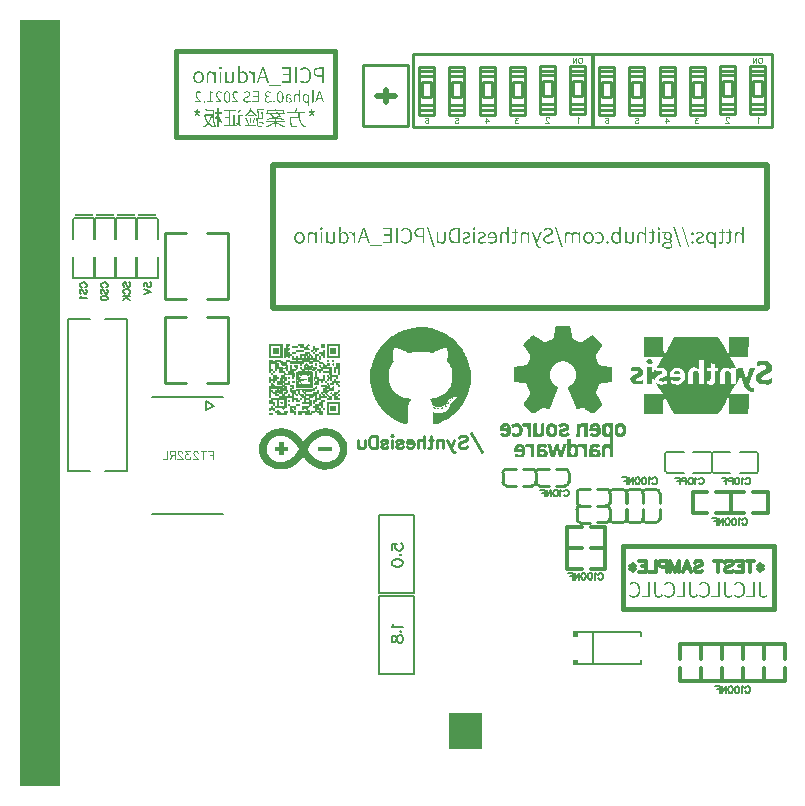
<source format=gbo>
G04 Layer: BottomSilkLayer*
G04 EasyEDA v6.4.7, 2021-02-24T17:41:02+08:00*
G04 aefd34b0273d4d6584ca49087094e06a,119f753a6ce64b8d841f2ad33262ab0c,10*
G04 Gerber Generator version 0.2*
G04 Scale: 100 percent, Rotated: No, Reflected: No *
G04 Dimensions in millimeters *
G04 leading zeros omitted , absolute positions ,3 integer and 3 decimal *
%FSLAX33Y33*%
%MOMM*%
G90*
D02*

%ADD12C,0.299999*%
%ADD18C,0.399999*%
%ADD19C,0.499999*%
%ADD20C,0.254000*%
%ADD24C,0.203200*%
%ADD62C,0.100000*%
%ADD63C,0.152400*%
%ADD64C,0.304800*%
%ADD65C,0.121920*%
%ADD66C,0.076200*%
%ADD67C,0.250012*%

%LPD*%

%LPD*%
G36*
G01X53592Y40665D02*
G01X53310Y40665D01*
G01X53242Y40584D01*
G01X53175Y40503D01*
G01X53294Y40242D01*
G01X53553Y40242D01*
G01X53636Y40325D01*
G01X53694Y40398D01*
G01X53716Y40468D01*
G01X53703Y40536D01*
G01X53656Y40602D01*
G01X53592Y40665D01*
G37*

%LPD*%
G36*
G01X53662Y40031D02*
G01X53240Y40031D01*
G01X53270Y38577D01*
G01X53640Y38577D01*
G01X53656Y38921D01*
G01X53673Y39264D01*
G01X53930Y38841D01*
G01X53931Y38976D01*
G01X53931Y39112D01*
G01X53997Y39198D01*
G01X54063Y39286D01*
G01X54573Y39502D01*
G01X54555Y39594D01*
G01X54536Y39687D01*
G01X54063Y39686D01*
G01X53957Y39820D01*
G01X53693Y39320D01*
G01X53677Y39675D01*
G01X53662Y40031D01*
G37*

%LPD*%
G36*
G01X52396Y40023D02*
G01X52304Y40025D01*
G01X52212Y40024D01*
G01X52127Y40020D01*
G01X52056Y40011D01*
G01X52005Y39999D01*
G01X51922Y39967D01*
G01X51922Y39672D01*
G01X52194Y39680D01*
G01X52466Y39687D01*
G01X52489Y39622D01*
G01X52511Y39557D01*
G01X51947Y39307D01*
G01X51884Y39168D01*
G01X51821Y39030D01*
G01X51933Y38706D01*
G01X52234Y38550D01*
G01X52497Y38550D01*
G01X52605Y38553D01*
G01X52707Y38560D01*
G01X52790Y38570D01*
G01X52843Y38582D01*
G01X52926Y38615D01*
G01X52926Y38977D01*
G01X52824Y38922D01*
G01X52722Y38868D01*
G01X52292Y38868D01*
G01X52292Y38940D01*
G01X52297Y38974D01*
G01X52309Y39005D01*
G01X52331Y39036D01*
G01X52360Y39064D01*
G01X52397Y39091D01*
G01X52442Y39115D01*
G01X52496Y39138D01*
G01X52556Y39158D01*
G01X52617Y39182D01*
G01X52685Y39217D01*
G01X52751Y39260D01*
G01X52808Y39306D01*
G01X52926Y39415D01*
G01X52926Y39748D01*
G01X52808Y39856D01*
G01X52755Y39901D01*
G01X52700Y39941D01*
G01X52650Y39974D01*
G01X52610Y39993D01*
G01X52556Y40007D01*
G01X52483Y40016D01*
G01X52396Y40023D01*
G37*

%LPD*%
G36*
G01X63205Y40539D02*
G01X63128Y40539D01*
G01X63046Y40537D01*
G01X62963Y40533D01*
G01X62881Y40528D01*
G01X62804Y40521D01*
G01X62735Y40513D01*
G01X62677Y40504D01*
G01X62632Y40493D01*
G01X62604Y40482D01*
G01X62548Y40447D01*
G01X62548Y40072D01*
G01X62640Y40112D01*
G01X62701Y40135D01*
G01X62771Y40153D01*
G01X62847Y40168D01*
G01X62926Y40177D01*
G01X63005Y40183D01*
G01X63080Y40183D01*
G01X63149Y40178D01*
G01X63208Y40168D01*
G01X63340Y40134D01*
G01X63340Y39885D01*
G01X63047Y39736D01*
G01X62985Y39703D01*
G01X62923Y39668D01*
G01X62861Y39631D01*
G01X62802Y39593D01*
G01X62747Y39556D01*
G01X62697Y39520D01*
G01X62656Y39487D01*
G01X62624Y39458D01*
G01X62495Y39329D01*
G01X62495Y38922D01*
G01X62799Y38581D01*
G01X63163Y38561D01*
G01X63525Y38541D01*
G01X63671Y38597D01*
G01X63816Y38653D01*
G01X63816Y39082D01*
G01X63661Y39001D01*
G01X63505Y38921D01*
G01X63036Y38921D01*
G01X62903Y39081D01*
G01X62995Y39182D01*
G01X63018Y39205D01*
G01X63049Y39230D01*
G01X63086Y39258D01*
G01X63129Y39287D01*
G01X63176Y39316D01*
G01X63225Y39344D01*
G01X63274Y39371D01*
G01X63324Y39396D01*
G01X63562Y39507D01*
G01X63689Y39644D01*
G01X63816Y39782D01*
G01X63816Y40181D01*
G01X63498Y40499D01*
G01X63380Y40525D01*
G01X63334Y40532D01*
G01X63274Y40537D01*
G01X63205Y40539D01*
G37*

%LPD*%
G36*
G01X54630Y41775D02*
G01X54615Y42571D01*
G01X53810Y42556D01*
G01X53006Y42542D01*
G01X53006Y40903D01*
G01X54566Y40850D01*
G01X54349Y40480D01*
G01X54305Y40404D01*
G01X54262Y40330D01*
G01X54221Y40260D01*
G01X54184Y40195D01*
G01X54151Y40138D01*
G01X54123Y40090D01*
G01X54103Y40053D01*
G01X54089Y40030D01*
G01X54046Y39949D01*
G01X54664Y39949D01*
G01X54800Y39822D01*
G01X54935Y39695D01*
G01X54935Y39576D01*
G01X54933Y39524D01*
G01X54925Y39467D01*
G01X54915Y39413D01*
G01X54902Y39370D01*
G01X54868Y39283D01*
G01X54301Y39032D01*
G01X54301Y38870D01*
G01X54439Y38835D01*
G01X54576Y38800D01*
G01X54756Y38856D01*
G01X54935Y38910D01*
G01X54935Y38610D01*
G01X54694Y38574D01*
G01X54452Y38537D01*
G01X54036Y38701D01*
G01X54038Y38665D01*
G01X54044Y38649D01*
G01X54059Y38616D01*
G01X54084Y38569D01*
G01X54116Y38508D01*
G01X54155Y38437D01*
G01X54200Y38358D01*
G01X54249Y38271D01*
G01X54303Y38180D01*
G01X54566Y37731D01*
G01X53771Y37717D01*
G01X52977Y37702D01*
G01X52991Y36871D01*
G01X53006Y36039D01*
G01X53810Y36025D01*
G01X54615Y36010D01*
G01X54630Y36807D01*
G01X54645Y37603D01*
G01X54984Y37006D01*
G01X55019Y36944D01*
G01X55090Y36821D01*
G01X55126Y36759D01*
G01X55160Y36698D01*
G01X55195Y36639D01*
G01X55228Y36582D01*
G01X55260Y36526D01*
G01X55291Y36474D01*
G01X55320Y36424D01*
G01X55347Y36378D01*
G01X55372Y36335D01*
G01X55395Y36297D01*
G01X55415Y36263D01*
G01X55433Y36234D01*
G01X55447Y36211D01*
G01X55571Y36013D01*
G01X59270Y36013D01*
G01X59458Y36317D01*
G01X59478Y36351D01*
G01X59501Y36388D01*
G01X59526Y36430D01*
G01X59553Y36475D01*
G01X59582Y36522D01*
G01X59612Y36573D01*
G01X59643Y36625D01*
G01X59675Y36679D01*
G01X59707Y36735D01*
G01X59740Y36791D01*
G01X59774Y36847D01*
G01X59807Y36904D01*
G01X59872Y37016D01*
G01X59903Y37070D01*
G01X59933Y37123D01*
G01X60221Y37625D01*
G01X60221Y36010D01*
G01X61028Y36025D01*
G01X61834Y36039D01*
G01X61849Y36871D01*
G01X61863Y37702D01*
G01X61071Y37717D01*
G01X60279Y37731D01*
G01X60713Y38480D01*
G01X60772Y38580D01*
G01X60829Y38677D01*
G01X60884Y38769D01*
G01X60936Y38854D01*
G01X60984Y38932D01*
G01X61029Y39002D01*
G01X61068Y39064D01*
G01X61103Y39115D01*
G01X61132Y39157D01*
G01X61155Y39186D01*
G01X61170Y39204D01*
G01X61178Y39208D01*
G01X61189Y39194D01*
G01X61204Y39164D01*
G01X61226Y39119D01*
G01X61252Y39061D01*
G01X61281Y38992D01*
G01X61313Y38913D01*
G01X61347Y38827D01*
G01X61382Y38736D01*
G01X61552Y38284D01*
G01X61679Y38132D01*
G01X61807Y37981D01*
G01X62163Y37914D01*
G01X62250Y37947D01*
G01X62336Y37980D01*
G01X62336Y38286D01*
G01X62021Y38286D01*
G01X61846Y38553D01*
G01X62118Y39226D01*
G01X62154Y39317D01*
G01X62190Y39406D01*
G01X62223Y39491D01*
G01X62254Y39570D01*
G01X62283Y39645D01*
G01X62309Y39714D01*
G01X62333Y39775D01*
G01X62352Y39827D01*
G01X62368Y39872D01*
G01X62379Y39906D01*
G01X62386Y39929D01*
G01X62389Y39941D01*
G01X62389Y39984D01*
G01X62166Y39968D01*
G01X61943Y39951D01*
G01X61809Y39515D01*
G01X61782Y39428D01*
G01X61755Y39346D01*
G01X61730Y39272D01*
G01X61706Y39207D01*
G01X61685Y39154D01*
G01X61667Y39114D01*
G01X61653Y39088D01*
G01X61645Y39079D01*
G01X61636Y39088D01*
G01X61622Y39114D01*
G01X61605Y39154D01*
G01X61585Y39207D01*
G01X61562Y39272D01*
G01X61538Y39346D01*
G01X61512Y39428D01*
G01X61485Y39515D01*
G01X61357Y39951D01*
G01X61133Y39968D01*
G01X61046Y39972D01*
G01X60975Y39972D01*
G01X60926Y39969D01*
G01X60909Y39961D01*
G01X60915Y39937D01*
G01X60933Y39888D01*
G01X60958Y39822D01*
G01X60989Y39746D01*
G01X61014Y39685D01*
G01X61032Y39636D01*
G01X61042Y39599D01*
G01X61047Y39575D01*
G01X61045Y39563D01*
G01X61038Y39563D01*
G01X61025Y39574D01*
G01X61006Y39598D01*
G01X60982Y39633D01*
G01X60953Y39680D01*
G01X60920Y39737D01*
G01X60883Y39806D01*
G01X60863Y39844D01*
G01X60840Y39887D01*
G01X60813Y39935D01*
G01X60784Y39987D01*
G01X60754Y40042D01*
G01X60721Y40100D01*
G01X60688Y40159D01*
G01X60653Y40220D01*
G01X60619Y40279D01*
G01X60585Y40339D01*
G01X60551Y40397D01*
G01X60519Y40453D01*
G01X60286Y40850D01*
G01X61834Y40903D01*
G01X61863Y42568D01*
G01X60224Y42568D01*
G01X60210Y41782D01*
G01X60195Y40995D01*
G01X59746Y41781D01*
G01X59296Y42568D01*
G01X55571Y42568D01*
G01X55447Y42370D01*
G01X55433Y42347D01*
G01X55415Y42318D01*
G01X55395Y42284D01*
G01X55372Y42246D01*
G01X55347Y42203D01*
G01X55320Y42157D01*
G01X55291Y42107D01*
G01X55260Y42054D01*
G01X55228Y41999D01*
G01X55195Y41942D01*
G01X55160Y41883D01*
G01X55126Y41822D01*
G01X55090Y41761D01*
G01X55055Y41699D01*
G01X55019Y41636D01*
G01X54984Y41575D01*
G01X54645Y40978D01*
G01X54630Y41775D01*
G37*

%LPC*%
G36*
G01X55763Y39978D02*
G01X55559Y39978D01*
G01X55379Y39798D01*
G01X55200Y39618D01*
G01X55200Y39185D01*
G01X56039Y39185D01*
G01X56094Y39096D01*
G01X55939Y38876D01*
G01X55794Y38844D01*
G01X55649Y38813D01*
G01X55299Y38915D01*
G01X55315Y38772D01*
G01X55332Y38629D01*
G01X55580Y38582D01*
G01X55828Y38534D01*
G01X56228Y38686D01*
G01X56468Y39042D01*
G01X56468Y39454D01*
G01X56386Y39612D01*
G01X56305Y39771D01*
G01X56136Y39874D01*
G01X55966Y39977D01*
G01X55763Y39978D01*
G37*
G36*
G01X58676Y40342D02*
G01X58636Y40348D01*
G01X58636Y39925D01*
G01X58318Y39925D01*
G01X58318Y39661D01*
G01X58636Y39661D01*
G01X58636Y39348D01*
G01X58635Y39283D01*
G01X58633Y39220D01*
G01X58630Y39159D01*
G01X58626Y39102D01*
G01X58622Y39052D01*
G01X58616Y39008D01*
G01X58610Y38974D01*
G01X58603Y38951D01*
G01X58571Y38868D01*
G01X58311Y38868D01*
G01X58328Y38722D01*
G01X58345Y38577D01*
G01X58723Y38545D01*
G01X58979Y38752D01*
G01X58998Y39207D01*
G01X59016Y39661D01*
G01X59217Y39661D01*
G01X59217Y39925D01*
G01X59012Y39925D01*
G01X58996Y40095D01*
G01X58979Y40264D01*
G01X58847Y40301D01*
G01X58793Y40316D01*
G01X58742Y40328D01*
G01X58701Y40337D01*
G01X58676Y40342D01*
G37*
G36*
G01X58054Y40612D02*
G01X57684Y40612D01*
G01X57684Y39750D01*
G01X57591Y39833D01*
G01X57544Y39871D01*
G01X57483Y39909D01*
G01X57416Y39945D01*
G01X57351Y39974D01*
G01X57203Y40030D01*
G01X57025Y39955D01*
G01X56846Y39880D01*
G01X56789Y39678D01*
G01X56733Y39475D01*
G01X56733Y39039D01*
G01X56732Y38603D01*
G01X57156Y38603D01*
G01X57156Y39595D01*
G01X57234Y39660D01*
G01X57313Y39725D01*
G01X57560Y39663D01*
G01X57684Y39391D01*
G01X57684Y38603D01*
G01X58054Y38603D01*
G01X58054Y40612D01*
G37*
G36*
G01X59903Y39974D02*
G01X59769Y39978D01*
G01X59539Y39816D01*
G01X59429Y39422D01*
G01X59429Y38603D01*
G01X59852Y38603D01*
G01X59852Y39604D01*
G01X59964Y39664D01*
G01X60077Y39724D01*
G01X60312Y39617D01*
G01X60346Y39447D01*
G01X60353Y39406D01*
G01X60360Y39354D01*
G01X60365Y39294D01*
G01X60370Y39228D01*
G01X60374Y39157D01*
G01X60377Y39085D01*
G01X60379Y39012D01*
G01X60380Y38940D01*
G01X60380Y38603D01*
G01X60750Y38603D01*
G01X60750Y39925D01*
G01X60380Y39925D01*
G01X60380Y39766D01*
G01X60330Y39766D01*
G01X60307Y39772D01*
G01X60282Y39787D01*
G01X60258Y39810D01*
G01X60238Y39838D01*
G01X60216Y39869D01*
G01X60188Y39895D01*
G01X60156Y39918D01*
G01X60117Y39936D01*
G01X60073Y39951D01*
G01X60023Y39962D01*
G01X59966Y39970D01*
G01X59903Y39974D01*
G37*

%LPD*%
G36*
G01X55927Y39714D02*
G01X55620Y39714D01*
G01X55568Y39578D01*
G01X55548Y39523D01*
G01X55532Y39475D01*
G01X55521Y39439D01*
G01X55517Y39419D01*
G01X55540Y39410D01*
G01X55602Y39403D01*
G01X55694Y39398D01*
G01X55806Y39396D01*
G01X56095Y39396D01*
G01X56062Y39489D01*
G01X56045Y39530D01*
G01X56024Y39573D01*
G01X56000Y39615D01*
G01X55978Y39648D01*
G01X55927Y39714D01*
G37*

%LPD*%
G36*
G01X36824Y37422D02*
G01X36711Y37422D01*
G01X36711Y37308D01*
G01X36753Y37322D01*
G01X36771Y37332D01*
G01X36788Y37345D01*
G01X36802Y37362D01*
G01X36810Y37379D01*
G01X36824Y37422D01*
G37*

%LPD*%
G36*
G01X36638Y37278D02*
G01X36607Y37278D01*
G01X36591Y37274D01*
G01X36572Y37263D01*
G01X36552Y37247D01*
G01X36533Y37227D01*
G01X36491Y37177D01*
G01X36529Y37153D01*
G01X36566Y37130D01*
G01X36602Y37152D01*
G01X36617Y37165D01*
G01X36628Y37183D01*
G01X36635Y37205D01*
G01X36638Y37226D01*
G01X36638Y37278D01*
G37*

%LPD*%
G36*
G01X36494Y37062D02*
G01X36442Y37062D01*
G01X36421Y37059D01*
G01X36399Y37051D01*
G01X36380Y37039D01*
G01X36367Y37024D01*
G01X36344Y36987D01*
G01X36366Y36930D01*
G01X36387Y36874D01*
G01X36441Y36919D01*
G01X36462Y36939D01*
G01X36478Y36964D01*
G01X36490Y36990D01*
G01X36494Y37013D01*
G01X36494Y37062D01*
G37*

%LPD*%
G36*
G01X36267Y36789D02*
G01X36245Y36845D01*
G01X36192Y36825D01*
G01X36170Y36812D01*
G01X36149Y36795D01*
G01X36132Y36774D01*
G01X36120Y36752D01*
G01X36100Y36699D01*
G01X36211Y36656D01*
G01X36288Y36733D01*
G01X36267Y36789D01*
G37*

%LPD*%
G36*
G01X35990Y36630D02*
G01X35851Y36630D01*
G01X35802Y36552D01*
G01X35836Y36518D01*
G01X35870Y36483D01*
G01X35930Y36507D01*
G01X35990Y36529D01*
G01X35990Y36630D01*
G37*

%LPD*%
G36*
G01X35324Y36593D02*
G01X35299Y36634D01*
G01X35221Y36623D01*
G01X35144Y36612D01*
G01X35150Y36576D01*
G01X35157Y36559D01*
G01X35171Y36540D01*
G01X35190Y36521D01*
G01X35212Y36505D01*
G01X35268Y36469D01*
G01X35350Y36552D01*
G01X35324Y36593D01*
G37*

%LPD*%
G36*
G01X35626Y36594D02*
G01X35486Y36594D01*
G01X35486Y36450D01*
G01X35626Y36450D01*
G01X35670Y36522D01*
G01X35626Y36594D01*
G37*

%LPD*%
G36*
G01X34109Y43398D02*
G01X33831Y43401D01*
G01X33443Y43343D01*
G01X33055Y43286D01*
G01X32731Y43177D01*
G01X32672Y43157D01*
G01X32614Y43136D01*
G01X32558Y43116D01*
G01X32503Y43095D01*
G01X32450Y43074D01*
G01X32398Y43053D01*
G01X32346Y43031D01*
G01X32246Y42985D01*
G01X32196Y42961D01*
G01X32146Y42936D01*
G01X32096Y42910D01*
G01X31996Y42854D01*
G01X31945Y42824D01*
G01X31892Y42793D01*
G01X31839Y42761D01*
G01X31785Y42727D01*
G01X31729Y42690D01*
G01X31672Y42653D01*
G01X31369Y42453D01*
G01X30782Y41871D01*
G01X30617Y41636D01*
G01X30579Y41582D01*
G01X30542Y41528D01*
G01X30506Y41473D01*
G01X30471Y41418D01*
G01X30437Y41363D01*
G01X30404Y41308D01*
G01X30372Y41252D01*
G01X30341Y41196D01*
G01X30281Y41084D01*
G01X30253Y41027D01*
G01X30226Y40969D01*
G01X30199Y40912D01*
G01X30173Y40854D01*
G01X30148Y40796D01*
G01X30124Y40737D01*
G01X30101Y40678D01*
G01X30078Y40618D01*
G01X30036Y40498D01*
G01X30016Y40437D01*
G01X29997Y40376D01*
G01X29979Y40314D01*
G01X29962Y40252D01*
G01X29930Y40126D01*
G01X29915Y40062D01*
G01X29901Y39998D01*
G01X29832Y39673D01*
G01X29832Y39200D01*
G01X29831Y38727D01*
G01X29887Y38433D01*
G01X29899Y38369D01*
G01X29913Y38307D01*
G01X29926Y38245D01*
G01X29956Y38123D01*
G01X29972Y38064D01*
G01X29989Y38004D01*
G01X30007Y37945D01*
G01X30025Y37887D01*
G01X30044Y37829D01*
G01X30063Y37773D01*
G01X30084Y37716D01*
G01X30106Y37659D01*
G01X30128Y37603D01*
G01X30152Y37547D01*
G01X30176Y37492D01*
G01X30201Y37437D01*
G01X30253Y37327D01*
G01X30281Y37273D01*
G01X30310Y37218D01*
G01X30370Y37110D01*
G01X30402Y37055D01*
G01X30468Y36947D01*
G01X30503Y36892D01*
G01X30539Y36838D01*
G01X30706Y36587D01*
G01X31318Y35943D01*
G01X31643Y35726D01*
G01X31709Y35682D01*
G01X31771Y35641D01*
G01X31831Y35603D01*
G01X31888Y35568D01*
G01X31943Y35534D01*
G01X31996Y35503D01*
G01X32048Y35473D01*
G01X32098Y35445D01*
G01X32148Y35419D01*
G01X32246Y35371D01*
G01X32296Y35348D01*
G01X32345Y35325D01*
G01X32396Y35304D01*
G01X32502Y35262D01*
G01X32694Y35189D01*
G01X32925Y35189D01*
G01X33037Y35349D01*
G01X33037Y36792D01*
G01X33073Y36923D01*
G01X33095Y36984D01*
G01X33126Y37055D01*
G01X33163Y37125D01*
G01X33201Y37188D01*
G01X33236Y37241D01*
G01X33262Y37285D01*
G01X33279Y37317D01*
G01X33282Y37331D01*
G01X33256Y37337D01*
G01X33195Y37350D01*
G01X33106Y37366D01*
G01X33001Y37385D01*
G01X32730Y37431D01*
G01X32505Y37515D01*
G01X32438Y37542D01*
G01X32373Y37570D01*
G01X32310Y37600D01*
G01X32250Y37632D01*
G01X32192Y37666D01*
G01X32135Y37702D01*
G01X32080Y37740D01*
G01X32027Y37782D01*
G01X31975Y37825D01*
G01X31923Y37872D01*
G01X31873Y37920D01*
G01X31824Y37973D01*
G01X31782Y38019D01*
G01X31744Y38064D01*
G01X31709Y38108D01*
G01X31677Y38152D01*
G01X31648Y38197D01*
G01X31621Y38243D01*
G01X31596Y38292D01*
G01X31572Y38343D01*
G01X31548Y38398D01*
G01X31525Y38458D01*
G01X31503Y38522D01*
G01X31480Y38593D01*
G01X31412Y38809D01*
G01X31391Y39188D01*
G01X31371Y39567D01*
G01X31412Y39760D01*
G01X31453Y39954D01*
G01X31544Y40134D01*
G01X31586Y40212D01*
G01X31633Y40291D01*
G01X31680Y40362D01*
G01X31721Y40416D01*
G01X31807Y40519D01*
G01X31769Y40653D01*
G01X31732Y40788D01*
G01X31765Y41438D01*
G01X31812Y41537D01*
G01X31860Y41636D01*
G01X32086Y41636D01*
G01X32303Y41563D01*
G01X32351Y41545D01*
G01X32406Y41524D01*
G01X32466Y41498D01*
G01X32528Y41469D01*
G01X32591Y41439D01*
G01X32652Y41408D01*
G01X32711Y41377D01*
G01X32765Y41346D01*
G01X33010Y41203D01*
G01X33559Y41324D01*
G01X34603Y41322D01*
G01X35135Y41206D01*
G01X35373Y41344D01*
G01X35425Y41374D01*
G01X35482Y41404D01*
G01X35542Y41435D01*
G01X35603Y41464D01*
G01X35663Y41493D01*
G01X35721Y41518D01*
G01X35774Y41541D01*
G01X35821Y41559D01*
G01X36029Y41636D01*
G01X36276Y41636D01*
G01X36312Y41569D01*
G01X36329Y41523D01*
G01X36350Y41447D01*
G01X36371Y41352D01*
G01X36390Y41249D01*
G01X36431Y40997D01*
G01X36347Y40513D01*
G01X36441Y40390D01*
G01X36462Y40361D01*
G01X36485Y40326D01*
G01X36510Y40286D01*
G01X36536Y40242D01*
G01X36562Y40196D01*
G01X36587Y40150D01*
G01X36632Y40060D01*
G01X36728Y39853D01*
G01X36728Y38773D01*
G01X36662Y38582D01*
G01X36647Y38541D01*
G01X36629Y38495D01*
G01X36609Y38447D01*
G01X36565Y38349D01*
G01X36543Y38303D01*
G01X36522Y38260D01*
G01X36501Y38222D01*
G01X36407Y38052D01*
G01X36233Y37882D01*
G01X36058Y37711D01*
G01X35540Y37465D01*
G01X35270Y37409D01*
G01X35159Y37386D01*
G01X35056Y37366D01*
G01X34972Y37351D01*
G01X34920Y37342D01*
G01X34840Y37332D01*
G01X34947Y37173D01*
G01X35055Y37014D01*
G01X35076Y36880D01*
G01X35098Y36747D01*
G01X35247Y36698D01*
G01X35396Y36648D01*
G01X35828Y36652D01*
G01X35976Y36729D01*
G01X36123Y36806D01*
G01X36228Y36930D01*
G01X36276Y36990D01*
G01X36331Y37061D01*
G01X36384Y37133D01*
G01X36431Y37199D01*
G01X36530Y37344D01*
G01X36718Y37437D01*
G01X36905Y37530D01*
G01X36997Y37530D01*
G01X37037Y37527D01*
G01X37077Y37520D01*
G01X37114Y37508D01*
G01X37142Y37495D01*
G01X37196Y37462D01*
G01X36680Y36972D01*
G01X36576Y36737D01*
G01X36470Y36503D01*
G01X36347Y36398D01*
G01X36287Y36352D01*
G01X36213Y36304D01*
G01X36135Y36259D01*
G01X36063Y36223D01*
G01X35901Y36151D01*
G01X35667Y36135D01*
G01X35432Y36119D01*
G01X35279Y36155D01*
G01X35126Y36190D01*
G01X35126Y35270D01*
G01X35234Y35180D01*
G01X35570Y35218D01*
G01X35969Y35418D01*
G01X36368Y35619D01*
G01X36614Y35805D01*
G01X36649Y35832D01*
G01X36688Y35863D01*
G01X36730Y35898D01*
G01X36774Y35936D01*
G01X36820Y35975D01*
G01X36867Y36016D01*
G01X36913Y36059D01*
G01X36960Y36101D01*
G01X37005Y36144D01*
G01X37049Y36186D01*
G01X37091Y36226D01*
G01X37130Y36265D01*
G01X37402Y36540D01*
G01X37593Y36828D01*
G01X37628Y36882D01*
G01X37662Y36935D01*
G01X37695Y36989D01*
G01X37727Y37041D01*
G01X37758Y37094D01*
G01X37788Y37147D01*
G01X37817Y37199D01*
G01X37846Y37252D01*
G01X37872Y37305D01*
G01X37899Y37357D01*
G01X37949Y37463D01*
G01X37973Y37516D01*
G01X37995Y37570D01*
G01X38018Y37624D01*
G01X38060Y37732D01*
G01X38080Y37787D01*
G01X38099Y37843D01*
G01X38117Y37899D01*
G01X38135Y37956D01*
G01X38169Y38072D01*
G01X38185Y38131D01*
G01X38201Y38191D01*
G01X38215Y38252D01*
G01X38230Y38314D01*
G01X38244Y38377D01*
G01X38305Y38665D01*
G01X38307Y39673D01*
G01X38245Y39972D01*
G01X38229Y40044D01*
G01X38213Y40114D01*
G01X38196Y40184D01*
G01X38177Y40253D01*
G01X38158Y40321D01*
G01X38139Y40388D01*
G01X38118Y40454D01*
G01X38097Y40519D01*
G01X38075Y40584D01*
G01X38052Y40648D01*
G01X38028Y40711D01*
G01X38003Y40773D01*
G01X37977Y40835D01*
G01X37950Y40896D01*
G01X37922Y40956D01*
G01X37864Y41076D01*
G01X37833Y41134D01*
G01X37801Y41193D01*
G01X37768Y41251D01*
G01X37734Y41309D01*
G01X37699Y41367D01*
G01X37663Y41423D01*
G01X37626Y41480D01*
G01X37426Y41781D01*
G01X37145Y42077D01*
G01X36864Y42374D01*
G01X36580Y42579D01*
G01X36296Y42782D01*
G01X35998Y42931D01*
G01X35955Y42952D01*
G01X35908Y42974D01*
G01X35857Y42997D01*
G01X35804Y43020D01*
G01X35749Y43044D01*
G01X35636Y43090D01*
G01X35580Y43112D01*
G01X35526Y43132D01*
G01X35473Y43152D01*
G01X35423Y43170D01*
G01X35377Y43185D01*
G01X35052Y43291D01*
G01X34388Y43394D01*
G01X34109Y43398D01*
G37*

%LPD*%
G36*
G01X46139Y43541D02*
G01X45544Y43541D01*
G01X45488Y43277D01*
G01X45475Y43219D01*
G01X45462Y43155D01*
G01X45448Y43087D01*
G01X45435Y43017D01*
G01X45421Y42947D01*
G01X45408Y42879D01*
G01X45396Y42816D01*
G01X45386Y42760D01*
G01X45367Y42658D01*
G01X45350Y42569D01*
G01X45336Y42501D01*
G01X45327Y42466D01*
G01X45299Y42442D01*
G01X45234Y42403D01*
G01X45142Y42357D01*
G01X45032Y42308D01*
G01X44974Y42284D01*
G01X44917Y42259D01*
G01X44862Y42236D01*
G01X44811Y42213D01*
G01X44764Y42193D01*
G01X44724Y42175D01*
G01X44693Y42162D01*
G01X44670Y42151D01*
G01X44589Y42138D01*
G01X44502Y42157D01*
G01X44439Y42197D01*
G01X44432Y42244D01*
G01X44438Y42258D01*
G01X44436Y42263D01*
G01X44426Y42262D01*
G01X44408Y42253D01*
G01X44389Y42244D01*
G01X44369Y42242D01*
G01X44352Y42246D01*
G01X44339Y42256D01*
G01X44314Y42283D01*
G01X44269Y42318D01*
G01X44210Y42361D01*
G01X44139Y42410D01*
G01X44060Y42461D01*
G01X43978Y42512D01*
G01X43895Y42562D01*
G01X43815Y42608D01*
G01X43743Y42647D01*
G01X43681Y42678D01*
G01X43634Y42698D01*
G01X43605Y42706D01*
G01X43588Y42703D01*
G01X43568Y42696D01*
G01X43543Y42683D01*
G01X43515Y42665D01*
G01X43483Y42641D01*
G01X43447Y42612D01*
G01X43406Y42577D01*
G01X43360Y42535D01*
G01X43310Y42487D01*
G01X43253Y42433D01*
G01X43192Y42371D01*
G01X43124Y42303D01*
G01X43013Y42190D01*
G01X42926Y42098D01*
G01X42860Y42025D01*
G01X42814Y41969D01*
G01X42785Y41926D01*
G01X42771Y41896D01*
G01X42771Y41874D01*
G01X42782Y41858D01*
G01X42797Y41844D01*
G01X42819Y41818D01*
G01X42847Y41782D01*
G01X42880Y41738D01*
G01X42917Y41687D01*
G01X42957Y41631D01*
G01X42999Y41570D01*
G01X43041Y41507D01*
G01X43085Y41443D01*
G01X43127Y41380D01*
G01X43169Y41318D01*
G01X43209Y41260D01*
G01X43246Y41209D01*
G01X43278Y41163D01*
G01X43304Y41127D01*
G01X43324Y41101D01*
G01X43367Y41041D01*
G01X43382Y40993D01*
G01X43372Y40930D01*
G01X43335Y40829D01*
G01X43298Y40733D01*
G01X43263Y40644D01*
G01X43228Y40563D01*
G01X43194Y40489D01*
G01X43162Y40423D01*
G01X43131Y40364D01*
G01X43101Y40313D01*
G01X43073Y40270D01*
G01X43046Y40236D01*
G01X43022Y40210D01*
G01X42999Y40193D01*
G01X42978Y40184D01*
G01X42953Y40179D01*
G01X42911Y40171D01*
G01X42854Y40161D01*
G01X42786Y40148D01*
G01X42708Y40134D01*
G01X42622Y40118D01*
G01X42530Y40102D01*
G01X42436Y40085D01*
G01X41972Y40004D01*
G01X41972Y38793D01*
G01X42181Y38768D01*
G01X42228Y38762D01*
G01X42279Y38754D01*
G01X42333Y38745D01*
G01X42389Y38735D01*
G01X42445Y38724D01*
G01X42499Y38713D01*
G01X42550Y38702D01*
G01X42595Y38691D01*
G01X42684Y38671D01*
G01X42774Y38654D01*
G01X42854Y38643D01*
G01X42914Y38639D01*
G01X42966Y38635D01*
G01X43005Y38623D01*
G01X43033Y38604D01*
G01X43049Y38576D01*
G01X43061Y38542D01*
G01X43078Y38498D01*
G01X43098Y38450D01*
G01X43118Y38403D01*
G01X43176Y38266D01*
G01X43226Y38150D01*
G01X43266Y38052D01*
G01X43298Y37970D01*
G01X43321Y37903D01*
G01X43337Y37847D01*
G01X43347Y37802D01*
G01X43349Y37765D01*
G01X43346Y37735D01*
G01X43336Y37709D01*
G01X43322Y37685D01*
G01X43303Y37662D01*
G01X43289Y37643D01*
G01X43269Y37618D01*
G01X43244Y37585D01*
G01X43215Y37545D01*
G01X43182Y37499D01*
G01X43145Y37448D01*
G01X43106Y37392D01*
G01X43063Y37331D01*
G01X43018Y37265D01*
G01X42971Y37196D01*
G01X42921Y37124D01*
G01X42871Y37049D01*
G01X42848Y37017D01*
G01X42829Y36990D01*
G01X42814Y36965D01*
G01X42802Y36942D01*
G01X42795Y36921D01*
G01X42794Y36899D01*
G01X42798Y36876D01*
G01X42809Y36850D01*
G01X42826Y36822D01*
G01X42852Y36789D01*
G01X42885Y36750D01*
G01X42927Y36704D01*
G01X42978Y36651D01*
G01X43039Y36589D01*
G01X43110Y36517D01*
G01X43193Y36433D01*
G01X43273Y36354D01*
G01X43345Y36285D01*
G01X43408Y36227D01*
G01X43463Y36180D01*
G01X43511Y36144D01*
G01X43550Y36118D01*
G01X43582Y36103D01*
G01X43607Y36098D01*
G01X43632Y36103D01*
G01X43670Y36119D01*
G01X43721Y36144D01*
G01X43782Y36176D01*
G01X43851Y36216D01*
G01X43926Y36262D01*
G01X44006Y36313D01*
G01X44087Y36367D01*
G01X44209Y36448D01*
G01X44304Y36511D01*
G01X44379Y36556D01*
G01X44438Y36587D01*
G01X44484Y36605D01*
G01X44521Y36612D01*
G01X44554Y36610D01*
G01X44587Y36601D01*
G01X44631Y36582D01*
G01X44679Y36558D01*
G01X44722Y36531D01*
G01X44756Y36504D01*
G01X44789Y36481D01*
G01X44827Y36463D01*
G01X44866Y36454D01*
G01X44901Y36453D01*
G01X44919Y36457D01*
G01X44936Y36463D01*
G01X44953Y36474D01*
G01X44970Y36491D01*
G01X44987Y36515D01*
G01X45006Y36549D01*
G01X45028Y36592D01*
G01X45054Y36648D01*
G01X45083Y36718D01*
G01X45118Y36802D01*
G01X45159Y36904D01*
G01X45206Y37023D01*
G01X45231Y37088D01*
G01X45259Y37156D01*
G01X45287Y37226D01*
G01X45316Y37299D01*
G01X45345Y37371D01*
G01X45375Y37445D01*
G01X45405Y37518D01*
G01X45435Y37590D01*
G01X45463Y37661D01*
G01X45492Y37730D01*
G01X45519Y37797D01*
G01X45546Y37860D01*
G01X45571Y37919D01*
G01X45594Y37974D01*
G01X45615Y38024D01*
G01X45634Y38068D01*
G01X45650Y38106D01*
G01X45664Y38137D01*
G01X45675Y38160D01*
G01X45682Y38175D01*
G01X45710Y38248D01*
G01X45709Y38307D01*
G01X45677Y38356D01*
G01X45615Y38399D01*
G01X45580Y38420D01*
G01X45540Y38449D01*
G01X45496Y38483D01*
G01X45451Y38522D01*
G01X45404Y38565D01*
G01X45357Y38610D01*
G01X45312Y38657D01*
G01X45269Y38703D01*
G01X45230Y38749D01*
G01X45196Y38792D01*
G01X45168Y38831D01*
G01X45147Y38866D01*
G01X45129Y38905D01*
G01X45117Y38936D01*
G01X45113Y38958D01*
G01X45118Y38966D01*
G01X45121Y38970D01*
G01X45115Y38983D01*
G01X45102Y39001D01*
G01X45081Y39024D01*
G01X45066Y39043D01*
G01X45053Y39066D01*
G01X45043Y39096D01*
G01X45036Y39134D01*
G01X45031Y39180D01*
G01X45029Y39237D01*
G01X45028Y39306D01*
G01X45028Y39387D01*
G01X45033Y39508D01*
G01X45041Y39609D01*
G01X45052Y39681D01*
G01X45066Y39713D01*
G01X45078Y39725D01*
G01X45088Y39745D01*
G01X45095Y39768D01*
G01X45098Y39794D01*
G01X45107Y39838D01*
G01X45133Y39895D01*
G01X45171Y39960D01*
G01X45220Y40031D01*
G01X45276Y40101D01*
G01X45336Y40169D01*
G01X45399Y40230D01*
G01X45459Y40280D01*
G01X45506Y40311D01*
G01X45557Y40342D01*
G01X45612Y40372D01*
G01X45671Y40400D01*
G01X45732Y40427D01*
G01X45793Y40451D01*
G01X45855Y40473D01*
G01X45915Y40491D01*
G01X45974Y40506D01*
G01X46028Y40517D01*
G01X46078Y40524D01*
G01X46123Y40527D01*
G01X46175Y40524D01*
G01X46228Y40519D01*
G01X46283Y40509D01*
G01X46339Y40496D01*
G01X46396Y40480D01*
G01X46453Y40460D01*
G01X46510Y40438D01*
G01X46567Y40414D01*
G01X46623Y40386D01*
G01X46677Y40357D01*
G01X46730Y40325D01*
G01X46780Y40291D01*
G01X46828Y40256D01*
G01X46874Y40219D01*
G01X46916Y40180D01*
G01X46954Y40141D01*
G01X46998Y40090D01*
G01X47038Y40040D01*
G01X47073Y39990D01*
G01X47104Y39940D01*
G01X47132Y39889D01*
G01X47156Y39837D01*
G01X47175Y39783D01*
G01X47193Y39727D01*
G01X47206Y39668D01*
G01X47218Y39606D01*
G01X47226Y39540D01*
G01X47232Y39470D01*
G01X47237Y39384D01*
G01X47239Y39313D01*
G01X47237Y39253D01*
G01X47231Y39199D01*
G01X47219Y39147D01*
G01X47200Y39093D01*
G01X47173Y39030D01*
G01X47139Y38956D01*
G01X47109Y38894D01*
G01X47080Y38838D01*
G01X47051Y38786D01*
G01X47022Y38740D01*
G01X46992Y38698D01*
G01X46961Y38658D01*
G01X46928Y38621D01*
G01X46891Y38586D01*
G01X46852Y38551D01*
G01X46808Y38516D01*
G01X46759Y38480D01*
G01X46706Y38443D01*
G01X46646Y38398D01*
G01X46596Y38352D01*
G01X46563Y38311D01*
G01X46552Y38280D01*
G01X46559Y38242D01*
G01X46578Y38181D01*
G01X46607Y38107D01*
G01X46642Y38028D01*
G01X46678Y37949D01*
G01X46706Y37881D01*
G01X46725Y37829D01*
G01X46733Y37802D01*
G01X46742Y37769D01*
G01X46769Y37702D01*
G01X46808Y37611D01*
G01X46855Y37506D01*
G01X46880Y37450D01*
G01X46906Y37393D01*
G01X46931Y37336D01*
G01X46955Y37282D01*
G01X46976Y37230D01*
G01X46996Y37184D01*
G01X47011Y37145D01*
G01X47023Y37114D01*
G01X47044Y37056D01*
G01X47069Y36992D01*
G01X47094Y36930D01*
G01X47115Y36878D01*
G01X47139Y36824D01*
G01X47166Y36757D01*
G01X47196Y36686D01*
G01X47223Y36619D01*
G01X47257Y36544D01*
G01X47292Y36495D01*
G01X47334Y36467D01*
G01X47389Y36453D01*
G01X47429Y36448D01*
G01X47459Y36447D01*
G01X47476Y36449D01*
G01X47478Y36455D01*
G01X47477Y36470D01*
G01X47497Y36491D01*
G01X47532Y36516D01*
G01X47576Y36542D01*
G01X47627Y36566D01*
G01X47678Y36586D01*
G01X47727Y36601D01*
G01X47766Y36606D01*
G01X47814Y36594D01*
G01X47881Y36563D01*
G01X47958Y36517D01*
G01X48036Y36460D01*
G01X48110Y36404D01*
G01X48172Y36358D01*
G01X48218Y36327D01*
G01X48240Y36315D01*
G01X48260Y36307D01*
G01X48298Y36284D01*
G01X48350Y36249D01*
G01X48410Y36206D01*
G01X48473Y36164D01*
G01X48530Y36133D01*
G01X48582Y36112D01*
G01X48629Y36103D01*
G01X48673Y36103D01*
G01X48713Y36115D01*
G01X48750Y36137D01*
G01X48785Y36169D01*
G01X48813Y36195D01*
G01X48842Y36213D01*
G01X48868Y36221D01*
G01X48887Y36218D01*
G01X48900Y36212D01*
G01X48907Y36212D01*
G01X48908Y36218D01*
G01X48903Y36230D01*
G01X48905Y36242D01*
G01X48917Y36266D01*
G01X48941Y36298D01*
G01X48973Y36338D01*
G01X49013Y36385D01*
G01X49060Y36437D01*
G01X49112Y36493D01*
G01X49170Y36552D01*
G01X49228Y36610D01*
G01X49282Y36667D01*
G01X49331Y36720D01*
G01X49374Y36769D01*
G01X49409Y36812D01*
G01X49436Y36847D01*
G01X49452Y36873D01*
G01X49458Y36889D01*
G01X49452Y36907D01*
G01X49436Y36941D01*
G01X49409Y36989D01*
G01X49375Y37049D01*
G01X49332Y37118D01*
G01X49284Y37195D01*
G01X49230Y37278D01*
G01X49173Y37365D01*
G01X48888Y37790D01*
G01X49010Y38097D01*
G01X49060Y38219D01*
G01X49101Y38321D01*
G01X49136Y38404D01*
G01X49166Y38472D01*
G01X49192Y38524D01*
G01X49216Y38564D01*
G01X49238Y38594D01*
G01X49261Y38615D01*
G01X49285Y38628D01*
G01X49311Y38637D01*
G01X49341Y38643D01*
G01X49376Y38647D01*
G01X49412Y38652D01*
G01X49460Y38658D01*
G01X49519Y38668D01*
G01X49587Y38678D01*
G01X49662Y38690D01*
G01X49741Y38703D01*
G01X49822Y38716D01*
G01X49903Y38730D01*
G01X50294Y38796D01*
G01X50294Y39506D01*
G01X50292Y39618D01*
G01X50289Y39720D01*
G01X50286Y39810D01*
G01X50282Y39884D01*
G01X50277Y39942D01*
G01X50272Y39980D01*
G01X50267Y39995D01*
G01X50254Y40000D01*
G01X50231Y40006D01*
G01X50196Y40014D01*
G01X50152Y40024D01*
G01X50100Y40035D01*
G01X50042Y40046D01*
G01X49978Y40059D01*
G01X49911Y40071D01*
G01X49840Y40084D01*
G01X49768Y40098D01*
G01X49697Y40110D01*
G01X49627Y40122D01*
G01X49559Y40133D01*
G01X49495Y40144D01*
G01X49438Y40152D01*
G01X49386Y40160D01*
G01X49295Y40176D01*
G01X49235Y40205D01*
G01X49188Y40257D01*
G01X49137Y40346D01*
G01X49110Y40399D01*
G01X49081Y40458D01*
G01X49052Y40521D01*
G01X49023Y40586D01*
G01X48995Y40652D01*
G01X48968Y40716D01*
G01X48943Y40778D01*
G01X48921Y40835D01*
G01X48903Y40885D01*
G01X48889Y40927D01*
G01X48880Y40958D01*
G01X48877Y40978D01*
G01X48882Y40991D01*
G01X48896Y41017D01*
G01X48918Y41054D01*
G01X48946Y41100D01*
G01X48981Y41154D01*
G01X49020Y41214D01*
G01X49063Y41278D01*
G01X49107Y41345D01*
G01X49154Y41414D01*
G01X49200Y41482D01*
G01X49246Y41547D01*
G01X49289Y41609D01*
G01X49330Y41666D01*
G01X49366Y41716D01*
G01X49397Y41757D01*
G01X49421Y41787D01*
G01X49438Y41811D01*
G01X49449Y41836D01*
G01X49453Y41862D01*
G01X49450Y41892D01*
G01X49438Y41925D01*
G01X49418Y41962D01*
G01X49389Y42006D01*
G01X49351Y42055D01*
G01X49302Y42111D01*
G01X49242Y42176D01*
G01X49171Y42250D01*
G01X49089Y42334D01*
G01X48998Y42425D01*
G01X48917Y42502D01*
G01X48847Y42566D01*
G01X48787Y42617D01*
G01X48737Y42656D01*
G01X48694Y42684D01*
G01X48661Y42700D01*
G01X48635Y42706D01*
G01X48613Y42702D01*
G01X48582Y42691D01*
G01X48544Y42674D01*
G01X48500Y42652D01*
G01X48452Y42625D01*
G01X48401Y42594D01*
G01X48348Y42560D01*
G01X48295Y42524D01*
G01X48194Y42454D01*
G01X48106Y42396D01*
G01X48041Y42357D01*
G01X48009Y42342D01*
G01X47993Y42338D01*
G01X47972Y42326D01*
G01X47951Y42308D01*
G01X47930Y42286D01*
G01X47903Y42259D01*
G01X47865Y42229D01*
G01X47822Y42200D01*
G01X47776Y42174D01*
G01X47736Y42156D01*
G01X47696Y42145D01*
G01X47654Y42142D01*
G01X47609Y42146D01*
G01X47557Y42159D01*
G01X47499Y42180D01*
G01X47430Y42211D01*
G01X47351Y42250D01*
G01X47304Y42272D01*
G01X47246Y42296D01*
G01X47183Y42320D01*
G01X47123Y42340D01*
G01X47067Y42363D01*
G01X47016Y42391D01*
G01X46976Y42421D01*
G01X46951Y42450D01*
G01X46943Y42472D01*
G01X46932Y42509D01*
G01X46919Y42560D01*
G01X46904Y42622D01*
G01X46888Y42695D01*
G01X46872Y42774D01*
G01X46855Y42858D01*
G01X46823Y43034D01*
G01X46793Y43196D01*
G01X46781Y43267D01*
G01X46770Y43327D01*
G01X46753Y43412D01*
G01X46750Y43432D01*
G01X46741Y43478D01*
G01X46736Y43513D01*
G01X46723Y43519D01*
G01X46688Y43524D01*
G01X46632Y43529D01*
G01X46559Y43533D01*
G01X46471Y43536D01*
G01X46369Y43538D01*
G01X46258Y43540D01*
G01X46139Y43541D01*
G37*

%LPD*%
G36*
G01X45327Y35258D02*
G01X45215Y35262D01*
G01X45113Y35260D01*
G01X45033Y35255D01*
G01X44969Y35245D01*
G01X44917Y35229D01*
G01X44875Y35205D01*
G01X44840Y35171D01*
G01X44807Y35125D01*
G01X44773Y35067D01*
G01X44749Y35021D01*
G01X44730Y34977D01*
G01X44716Y34935D01*
G01X44707Y34891D01*
G01X44701Y34840D01*
G01X44699Y34782D01*
G01X44700Y34712D01*
G01X44704Y34628D01*
G01X44713Y34506D01*
G01X44726Y34413D01*
G01X44743Y34353D01*
G01X44762Y34327D01*
G01X44780Y34318D01*
G01X44794Y34304D01*
G01X44803Y34287D01*
G01X44807Y34269D01*
G01X44815Y34235D01*
G01X44839Y34205D01*
G01X44875Y34178D01*
G01X44922Y34155D01*
G01X44978Y34135D01*
G01X45040Y34120D01*
G01X45105Y34111D01*
G01X45173Y34106D01*
G01X45240Y34108D01*
G01X45305Y34116D01*
G01X45364Y34131D01*
G01X45417Y34152D01*
G01X45463Y34177D01*
G01X45502Y34203D01*
G01X45535Y34229D01*
G01X45563Y34257D01*
G01X45585Y34289D01*
G01X45604Y34325D01*
G01X45617Y34366D01*
G01X45628Y34415D01*
G01X45635Y34472D01*
G01X45640Y34538D01*
G01X45642Y34614D01*
G01X45643Y34701D01*
G01X45642Y34813D01*
G01X45640Y34900D01*
G01X45636Y34965D01*
G01X45628Y35015D01*
G01X45614Y35054D01*
G01X45595Y35087D01*
G01X45568Y35119D01*
G01X45532Y35155D01*
G01X45468Y35211D01*
G01X45405Y35244D01*
G01X45327Y35258D01*
G37*

%LPC*%
G36*
G01X45235Y34970D02*
G01X45172Y34991D01*
G01X45112Y34977D01*
G01X45048Y34928D01*
G01X45022Y34888D01*
G01X45003Y34833D01*
G01X44992Y34767D01*
G01X44988Y34696D01*
G01X44992Y34624D01*
G01X45003Y34557D01*
G01X45022Y34500D01*
G01X45048Y34457D01*
G01X45113Y34410D01*
G01X45188Y34394D01*
G01X45260Y34409D01*
G01X45322Y34455D01*
G01X45344Y34491D01*
G01X45362Y34545D01*
G01X45377Y34607D01*
G01X45385Y34671D01*
G01X45385Y34750D01*
G01X45374Y34812D01*
G01X45348Y34863D01*
G01X45304Y34914D01*
G01X45235Y34970D01*
G37*

%LPD*%
G36*
G01X44431Y35294D02*
G01X44399Y35295D01*
G01X44372Y35290D01*
G01X44350Y35277D01*
G01X44333Y35256D01*
G01X44320Y35226D01*
G01X44311Y35186D01*
G01X44304Y35134D01*
G01X44301Y35071D01*
G01X44299Y34994D01*
G01X44298Y34903D01*
G01X44297Y34811D01*
G01X44294Y34730D01*
G01X44288Y34659D01*
G01X44280Y34598D01*
G01X44269Y34545D01*
G01X44255Y34501D01*
G01X44238Y34465D01*
G01X44217Y34437D01*
G01X44193Y34416D01*
G01X44166Y34402D01*
G01X44134Y34394D01*
G01X44098Y34391D01*
G01X44062Y34394D01*
G01X44030Y34402D01*
G01X44003Y34416D01*
G01X43979Y34437D01*
G01X43958Y34465D01*
G01X43942Y34501D01*
G01X43927Y34545D01*
G01X43917Y34598D01*
G01X43908Y34659D01*
G01X43902Y34730D01*
G01X43899Y34811D01*
G01X43898Y34903D01*
G01X43898Y35254D01*
G01X43801Y35273D01*
G01X43757Y35280D01*
G01X43721Y35284D01*
G01X43691Y35282D01*
G01X43666Y35273D01*
G01X43647Y35253D01*
G01X43633Y35222D01*
G01X43622Y35177D01*
G01X43615Y35117D01*
G01X43611Y35039D01*
G01X43609Y34941D01*
G01X43608Y34823D01*
G01X43608Y34106D01*
G01X43943Y34107D01*
G01X44025Y34108D01*
G01X44099Y34110D01*
G01X44167Y34113D01*
G01X44227Y34117D01*
G01X44280Y34125D01*
G01X44328Y34135D01*
G01X44370Y34148D01*
G01X44406Y34165D01*
G01X44437Y34186D01*
G01X44464Y34210D01*
G01X44487Y34240D01*
G01X44505Y34276D01*
G01X44521Y34317D01*
G01X44533Y34364D01*
G01X44542Y34419D01*
G01X44550Y34480D01*
G01X44555Y34548D01*
G01X44558Y34625D01*
G01X44561Y34710D01*
G01X44563Y34803D01*
G01X44565Y34932D01*
G01X44565Y35036D01*
G01X44563Y35117D01*
G01X44559Y35177D01*
G01X44553Y35221D01*
G01X44543Y35250D01*
G01X44531Y35267D01*
G01X44516Y35275D01*
G01X44470Y35287D01*
G01X44431Y35294D01*
G37*

%LPD*%
G36*
G01X41260Y35262D02*
G01X41191Y35262D01*
G01X41135Y35259D01*
G01X41090Y35254D01*
G01X41052Y35244D01*
G01X41019Y35230D01*
G01X40988Y35211D01*
G01X40956Y35184D01*
G01X40921Y35151D01*
G01X40887Y35115D01*
G01X40861Y35084D01*
G01X40841Y35053D01*
G01X40827Y35020D01*
G01X40818Y34981D01*
G01X40813Y34935D01*
G01X40810Y34877D01*
G01X40810Y34573D01*
G01X41119Y34573D01*
G01X41271Y34570D01*
G01X41366Y34562D01*
G01X41414Y34546D01*
G01X41427Y34519D01*
G01X41420Y34493D01*
G01X41402Y34464D01*
G01X41374Y34434D01*
G01X41339Y34408D01*
G01X41289Y34378D01*
G01X41248Y34368D01*
G01X41203Y34378D01*
G01X41141Y34407D01*
G01X41095Y34429D01*
G01X41050Y34447D01*
G01X41013Y34459D01*
G01X40987Y34463D01*
G01X40934Y34446D01*
G01X40876Y34402D01*
G01X40829Y34348D01*
G01X40810Y34298D01*
G01X40820Y34264D01*
G01X40849Y34230D01*
G01X40894Y34197D01*
G01X40951Y34166D01*
G01X41016Y34140D01*
G01X41087Y34119D01*
G01X41160Y34106D01*
G01X41232Y34101D01*
G01X41293Y34103D01*
G01X41350Y34110D01*
G01X41404Y34123D01*
G01X41455Y34140D01*
G01X41502Y34161D01*
G01X41544Y34188D01*
G01X41583Y34218D01*
G01X41618Y34253D01*
G01X41650Y34293D01*
G01X41677Y34337D01*
G01X41701Y34385D01*
G01X41720Y34437D01*
G01X41735Y34493D01*
G01X41745Y34554D01*
G01X41752Y34618D01*
G01X41754Y34687D01*
G01X41751Y34760D01*
G01X41743Y34829D01*
G01X41729Y34895D01*
G01X41708Y34957D01*
G01X41682Y35016D01*
G01X41649Y35073D01*
G01X41610Y35127D01*
G01X41564Y35181D01*
G01X41516Y35222D01*
G01X41459Y35247D01*
G01X41378Y35259D01*
G01X41260Y35262D01*
G37*

%LPC*%
G36*
G01X41394Y34999D02*
G01X41354Y35013D01*
G01X41275Y35006D01*
G01X41191Y34985D01*
G01X41138Y34955D01*
G01X41110Y34901D01*
G01X41126Y34861D01*
G01X41185Y34835D01*
G01X41284Y34827D01*
G01X41367Y34832D01*
G01X41409Y34856D01*
G01X41415Y34908D01*
G01X41394Y34999D01*
G37*

%LPD*%
G36*
G01X43199Y35270D02*
G01X43079Y35274D01*
G01X42972Y35273D01*
G01X42878Y35269D01*
G01X42797Y35260D01*
G01X42731Y35248D01*
G01X42682Y35232D01*
G01X42650Y35213D01*
G01X42635Y35190D01*
G01X42637Y35153D01*
G01X42653Y35111D01*
G01X42680Y35067D01*
G01X42713Y35026D01*
G01X42750Y34990D01*
G01X42786Y34964D01*
G01X42820Y34952D01*
G01X42848Y34956D01*
G01X42911Y34975D01*
G01X42990Y34975D01*
G01X43062Y34957D01*
G01X43107Y34923D01*
G01X43113Y34906D01*
G01X43118Y34876D01*
G01X43123Y34833D01*
G01X43126Y34779D01*
G01X43130Y34716D01*
G01X43132Y34646D01*
G01X43134Y34570D01*
G01X43135Y34491D01*
G01X43135Y34101D01*
G01X43426Y34101D01*
G01X43426Y35259D01*
G01X43199Y35270D01*
G37*

%LPD*%
G36*
G01X48978Y35259D02*
G01X48856Y35262D01*
G01X48752Y35259D01*
G01X48670Y35249D01*
G01X48611Y35232D01*
G01X48573Y35208D01*
G01X48550Y35187D01*
G01X48525Y35170D01*
G01X48503Y35158D01*
G01X48487Y35153D01*
G01X48463Y35142D01*
G01X48441Y35111D01*
G01X48422Y35063D01*
G01X48404Y35003D01*
G01X48389Y34936D01*
G01X48378Y34864D01*
G01X48371Y34792D01*
G01X48369Y34723D01*
G01X48371Y34664D01*
G01X48379Y34615D01*
G01X48393Y34583D01*
G01X48413Y34570D01*
G01X48529Y34570D01*
G01X48629Y34571D01*
G01X48744Y34573D01*
G01X48896Y34573D01*
G01X48980Y34566D01*
G01X49014Y34547D01*
G01X49016Y34512D01*
G01X49003Y34483D01*
G01X48978Y34452D01*
G01X48945Y34423D01*
G01X48906Y34399D01*
G01X48852Y34378D01*
G01X48803Y34373D01*
G01X48749Y34385D01*
G01X48679Y34416D01*
G01X48602Y34450D01*
G01X48552Y34458D01*
G01X48510Y34437D01*
G01X48454Y34384D01*
G01X48360Y34290D01*
G01X48499Y34195D01*
G01X48550Y34165D01*
G01X48602Y34141D01*
G01X48658Y34123D01*
G01X48714Y34109D01*
G01X48771Y34102D01*
G01X48828Y34100D01*
G01X48885Y34103D01*
G01X48941Y34110D01*
G01X48996Y34124D01*
G01X49047Y34141D01*
G01X49096Y34164D01*
G01X49141Y34191D01*
G01X49182Y34223D01*
G01X49218Y34259D01*
G01X49249Y34299D01*
G01X49273Y34344D01*
G01X49294Y34395D01*
G01X49311Y34448D01*
G01X49323Y34504D01*
G01X49333Y34560D01*
G01X49338Y34618D01*
G01X49341Y34676D01*
G01X49339Y34735D01*
G01X49334Y34792D01*
G01X49325Y34849D01*
G01X49314Y34904D01*
G01X49298Y34957D01*
G01X49280Y35007D01*
G01X49259Y35054D01*
G01X49234Y35097D01*
G01X49206Y35136D01*
G01X49176Y35172D01*
G01X49121Y35218D01*
G01X49060Y35246D01*
G01X48978Y35259D01*
G37*

%LPC*%
G36*
G01X48905Y35012D02*
G01X48867Y35024D01*
G01X48824Y35016D01*
G01X48764Y34989D01*
G01X48723Y34963D01*
G01X48690Y34934D01*
G01X48667Y34905D01*
G01X48659Y34880D01*
G01X48667Y34855D01*
G01X48694Y34839D01*
G01X48746Y34832D01*
G01X48824Y34832D01*
G01X48890Y34837D01*
G01X48943Y34845D01*
G01X48980Y34858D01*
G01X49003Y34874D01*
G01X49012Y34894D01*
G01X49006Y34918D01*
G01X48986Y34945D01*
G01X48952Y34977D01*
G01X48905Y35012D01*
G37*

%LPD*%
G36*
G01X51113Y35259D02*
G01X50983Y35262D01*
G01X50870Y35259D01*
G01X50786Y35250D01*
G01X50728Y35233D01*
G01X50694Y35208D01*
G01X50674Y35189D01*
G01X50653Y35176D01*
G01X50632Y35171D01*
G01X50616Y35175D01*
G01X50604Y35180D01*
G01X50595Y35180D01*
G01X50591Y35175D01*
G01X50591Y35147D01*
G01X50584Y35119D01*
G01X50571Y35086D01*
G01X50554Y35051D01*
G01X50538Y35014D01*
G01X50526Y34964D01*
G01X50516Y34905D01*
G01X50510Y34839D01*
G01X50506Y34768D01*
G01X50506Y34694D01*
G01X50508Y34619D01*
G01X50514Y34547D01*
G01X50522Y34479D01*
G01X50533Y34418D01*
G01X50547Y34365D01*
G01X50563Y34324D01*
G01X50589Y34283D01*
G01X50618Y34245D01*
G01X50653Y34212D01*
G01X50690Y34183D01*
G01X50731Y34159D01*
G01X50776Y34138D01*
G01X50822Y34122D01*
G01X50870Y34110D01*
G01X50919Y34103D01*
G01X50969Y34099D01*
G01X51019Y34100D01*
G01X51069Y34105D01*
G01X51119Y34114D01*
G01X51166Y34128D01*
G01X51213Y34146D01*
G01X51257Y34169D01*
G01X51298Y34196D01*
G01X51336Y34227D01*
G01X51370Y34262D01*
G01X51400Y34302D01*
G01X51418Y34332D01*
G01X51431Y34365D01*
G01X51442Y34402D01*
G01X51449Y34447D01*
G01X51453Y34500D01*
G01X51455Y34565D01*
G01X51454Y34645D01*
G01X51451Y34740D01*
G01X51447Y34848D01*
G01X51442Y34932D01*
G01X51435Y34997D01*
G01X51425Y35046D01*
G01X51411Y35083D01*
G01X51392Y35114D01*
G01X51366Y35142D01*
G01X51333Y35172D01*
G01X51269Y35218D01*
G01X51202Y35246D01*
G01X51113Y35259D01*
G37*

%LPC*%
G36*
G01X51044Y34976D02*
G01X51009Y34984D01*
G01X50971Y34983D01*
G01X50931Y34972D01*
G01X50889Y34953D01*
G01X50846Y34924D01*
G01X50826Y34892D01*
G01X50814Y34838D01*
G01X50807Y34768D01*
G01X50808Y34690D01*
G01X50814Y34611D01*
G01X50826Y34539D01*
G01X50843Y34480D01*
G01X50866Y34442D01*
G01X50925Y34403D01*
G01X50993Y34394D01*
G01X51062Y34413D01*
G01X51127Y34461D01*
G01X51160Y34503D01*
G01X51180Y34553D01*
G01X51189Y34618D01*
G01X51188Y34703D01*
G01X51181Y34764D01*
G01X51169Y34818D01*
G01X51153Y34865D01*
G01X51131Y34904D01*
G01X51106Y34936D01*
G01X51077Y34960D01*
G01X51044Y34976D01*
G37*

%LPD*%
G36*
G01X42352Y35269D02*
G01X42282Y35275D01*
G01X42204Y35273D01*
G01X42121Y35264D01*
G01X42039Y35249D01*
G01X41961Y35228D01*
G01X41892Y35203D01*
G01X41837Y35173D01*
G01X41717Y35092D01*
G01X41828Y34977D01*
G01X41938Y34862D01*
G01X42017Y34935D01*
G01X42057Y34967D01*
G01X42099Y34990D01*
G01X42140Y35003D01*
G01X42181Y35007D01*
G01X42220Y35003D01*
G01X42258Y34991D01*
G01X42293Y34972D01*
G01X42325Y34946D01*
G01X42353Y34914D01*
G01X42376Y34877D01*
G01X42396Y34835D01*
G01X42409Y34789D01*
G01X42416Y34738D01*
G01X42416Y34685D01*
G01X42409Y34630D01*
G01X42395Y34572D01*
G01X42370Y34515D01*
G01X42338Y34468D01*
G01X42300Y34433D01*
G01X42256Y34410D01*
G01X42208Y34398D01*
G01X42156Y34399D01*
G01X42101Y34413D01*
G01X42045Y34440D01*
G01X41982Y34475D01*
G01X41939Y34484D01*
G01X41899Y34465D01*
G01X41844Y34418D01*
G01X41809Y34382D01*
G01X41786Y34348D01*
G01X41774Y34316D01*
G01X41775Y34285D01*
G01X41787Y34255D01*
G01X41812Y34225D01*
G01X41849Y34194D01*
G01X41897Y34162D01*
G01X41943Y34139D01*
G01X41992Y34121D01*
G01X42043Y34108D01*
G01X42096Y34101D01*
G01X42150Y34098D01*
G01X42205Y34100D01*
G01X42259Y34106D01*
G01X42313Y34117D01*
G01X42365Y34132D01*
G01X42415Y34151D01*
G01X42463Y34174D01*
G01X42507Y34201D01*
G01X42548Y34232D01*
G01X42583Y34266D01*
G01X42614Y34303D01*
G01X42638Y34344D01*
G01X42662Y34395D01*
G01X42681Y34447D01*
G01X42696Y34501D01*
G01X42707Y34556D01*
G01X42713Y34611D01*
G01X42716Y34667D01*
G01X42716Y34722D01*
G01X42711Y34778D01*
G01X42703Y34832D01*
G01X42692Y34885D01*
G01X42677Y34936D01*
G01X42659Y34985D01*
G01X42637Y35032D01*
G01X42614Y35076D01*
G01X42586Y35116D01*
G01X42556Y35153D01*
G01X42523Y35185D01*
G01X42488Y35214D01*
G01X42450Y35237D01*
G01X42409Y35255D01*
G01X42352Y35269D01*
G37*

%LPD*%
G36*
G01X46206Y35260D02*
G01X46133Y35260D01*
G01X46072Y35258D01*
G01X46021Y35253D01*
G01X45979Y35246D01*
G01X45942Y35235D01*
G01X45909Y35220D01*
G01X45878Y35202D01*
G01X45845Y35177D01*
G01X45740Y35093D01*
G01X45816Y35017D01*
G01X45843Y34986D01*
G01X45862Y34958D01*
G01X45872Y34935D01*
G01X45870Y34921D01*
G01X45865Y34900D01*
G01X45904Y34902D01*
G01X45964Y34922D01*
G01X46022Y34955D01*
G01X46062Y34979D01*
G01X46110Y34995D01*
G01X46162Y35004D01*
G01X46214Y35007D01*
G01X46264Y35004D01*
G01X46306Y34993D01*
G01X46338Y34976D01*
G01X46357Y34952D01*
G01X46366Y34901D01*
G01X46337Y34868D01*
G01X46257Y34844D01*
G01X46112Y34824D01*
G01X46017Y34809D01*
G01X45939Y34791D01*
G01X45876Y34766D01*
G01X45828Y34735D01*
G01X45793Y34696D01*
G01X45769Y34648D01*
G01X45756Y34590D01*
G01X45752Y34521D01*
G01X45758Y34396D01*
G01X45774Y34297D01*
G01X45799Y34233D01*
G01X45830Y34209D01*
G01X45850Y34205D01*
G01X45881Y34192D01*
G01X45918Y34172D01*
G01X45957Y34148D01*
G01X46007Y34124D01*
G01X46066Y34107D01*
G01X46134Y34098D01*
G01X46207Y34097D01*
G01X46283Y34101D01*
G01X46360Y34113D01*
G01X46436Y34130D01*
G01X46507Y34152D01*
G01X46573Y34180D01*
G01X46630Y34212D01*
G01X46677Y34249D01*
G01X46710Y34289D01*
G01X46724Y34322D01*
G01X46725Y34353D01*
G01X46711Y34387D01*
G01X46680Y34425D01*
G01X46619Y34476D01*
G01X46556Y34497D01*
G01X46496Y34488D01*
G01X46445Y34450D01*
G01X46401Y34413D01*
G01X46342Y34388D01*
G01X46276Y34376D01*
G01X46208Y34374D01*
G01X46144Y34385D01*
G01X46092Y34406D01*
G01X46056Y34438D01*
G01X46042Y34479D01*
G01X46057Y34520D01*
G01X46104Y34550D01*
G01X46181Y34567D01*
G01X46292Y34573D01*
G01X46350Y34577D01*
G01X46409Y34588D01*
G01X46462Y34605D01*
G01X46502Y34626D01*
G01X46533Y34645D01*
G01X46561Y34657D01*
G01X46584Y34663D01*
G01X46598Y34658D01*
G01X46611Y34662D01*
G01X46623Y34693D01*
G01X46634Y34745D01*
G01X46643Y34810D01*
G01X46649Y34882D01*
G01X46652Y34955D01*
G01X46650Y35021D01*
G01X46644Y35073D01*
G01X46628Y35118D01*
G01X46603Y35160D01*
G01X46573Y35195D01*
G01X46540Y35219D01*
G01X46489Y35234D01*
G01X46409Y35247D01*
G01X46311Y35256D01*
G01X46206Y35260D01*
G37*

%LPD*%
G36*
G01X48222Y34096D02*
G01X48222Y35281D01*
G01X47869Y35269D01*
G01X47786Y35265D01*
G01X47707Y35258D01*
G01X47635Y35250D01*
G01X47568Y35240D01*
G01X47508Y35228D01*
G01X47455Y35216D01*
G01X47411Y35202D01*
G01X47375Y35186D01*
G01X47349Y35170D01*
G01X47332Y35153D01*
G01X47326Y35136D01*
G01X47332Y35118D01*
G01X47337Y35104D01*
G01X47336Y35089D01*
G01X47330Y35076D01*
G01X47319Y35065D01*
G01X47312Y35052D01*
G01X47305Y35020D01*
G01X47299Y34973D01*
G01X47293Y34912D01*
G01X47289Y34840D01*
G01X47285Y34758D01*
G01X47282Y34668D01*
G01X47280Y34573D01*
G01X47274Y34101D01*
G01X47566Y34101D01*
G01X47576Y34509D01*
G01X47580Y34643D01*
G01X47584Y34745D01*
G01X47589Y34819D01*
G01X47598Y34872D01*
G01X47611Y34907D01*
G01X47630Y34931D01*
G01X47655Y34949D01*
G01X47689Y34966D01*
G01X47745Y34989D01*
G01X47786Y34996D01*
G01X47821Y34984D01*
G01X47861Y34953D01*
G01X47881Y34931D01*
G01X47896Y34906D01*
G01X47909Y34873D01*
G01X47919Y34831D01*
G01X47926Y34775D01*
G01X47932Y34704D01*
G01X47936Y34615D01*
G01X47940Y34505D01*
G01X47950Y34118D01*
G01X48222Y34096D01*
G37*

%LPD*%
G36*
G01X45686Y33517D02*
G01X45643Y33520D01*
G01X45602Y33516D01*
G01X45566Y33505D01*
G01X45534Y33483D01*
G01X45504Y33448D01*
G01X45475Y33396D01*
G01X45444Y33324D01*
G01X45410Y33231D01*
G01X45369Y33112D01*
G01X45342Y33033D01*
G01X45315Y32971D01*
G01X45294Y32933D01*
G01X45281Y32924D01*
G01X45267Y32954D01*
G01X45246Y33020D01*
G01X45218Y33113D01*
G01X45188Y33222D01*
G01X45114Y33501D01*
G01X44961Y33512D01*
G01X44901Y33514D01*
G01X44852Y33512D01*
G01X44819Y33505D01*
G01X44807Y33495D01*
G01X44810Y33478D01*
G01X44820Y33442D01*
G01X44837Y33387D01*
G01X44857Y33317D01*
G01X44883Y33235D01*
G01X44912Y33141D01*
G01X44945Y33038D01*
G01X44979Y32930D01*
G01X45152Y32394D01*
G01X45423Y32394D01*
G01X45621Y33054D01*
G01X45690Y32824D01*
G01X45718Y32727D01*
G01X45744Y32632D01*
G01X45765Y32550D01*
G01X45778Y32492D01*
G01X45792Y32437D01*
G01X45816Y32408D01*
G01X45862Y32398D01*
G01X45942Y32401D01*
G01X45990Y32405D01*
G01X46027Y32412D01*
G01X46056Y32423D01*
G01X46080Y32441D01*
G01X46100Y32471D01*
G01X46120Y32513D01*
G01X46143Y32571D01*
G01X46170Y32648D01*
G01X46188Y32701D01*
G01X46208Y32759D01*
G01X46229Y32821D01*
G01X46250Y32884D01*
G01X46271Y32948D01*
G01X46290Y33010D01*
G01X46309Y33068D01*
G01X46325Y33120D01*
G01X46355Y33218D01*
G01X46383Y33312D01*
G01X46407Y33389D01*
G01X46423Y33440D01*
G01X46433Y33487D01*
G01X46422Y33510D01*
G01X46379Y33517D01*
G01X46293Y33513D01*
G01X46238Y33509D01*
G01X46196Y33503D01*
G01X46165Y33490D01*
G01X46140Y33463D01*
G01X46117Y33417D01*
G01X46094Y33347D01*
G01X46066Y33246D01*
G01X46030Y33110D01*
G01X46009Y33041D01*
G01X45988Y32984D01*
G01X45968Y32944D01*
G01X45953Y32928D01*
G01X45937Y32940D01*
G01X45916Y32977D01*
G01X45889Y33034D01*
G01X45860Y33103D01*
G01X45832Y33181D01*
G01X45806Y33258D01*
G01X45786Y33331D01*
G01X45772Y33393D01*
G01X45768Y33423D01*
G01X45763Y33452D01*
G01X45759Y33476D01*
G01X45756Y33493D01*
G01X45746Y33503D01*
G01X45721Y33511D01*
G01X45686Y33517D01*
G37*

%LPD*%
G36*
G01X43219Y33552D02*
G01X43165Y33553D01*
G01X43094Y33535D01*
G01X43005Y33498D01*
G01X42881Y33439D01*
G01X42956Y33335D01*
G01X43000Y33281D01*
G01X43044Y33250D01*
G01X43100Y33237D01*
G01X43179Y33236D01*
G01X43229Y33236D01*
G01X43272Y33233D01*
G01X43308Y33224D01*
G01X43339Y33209D01*
G01X43363Y33187D01*
G01X43383Y33158D01*
G01X43398Y33119D01*
G01X43410Y33069D01*
G01X43418Y33009D01*
G01X43422Y32936D01*
G01X43425Y32850D01*
G01X43426Y32750D01*
G01X43426Y32394D01*
G01X43713Y32394D01*
G01X43705Y32948D01*
G01X43697Y33501D01*
G01X43489Y33504D01*
G01X43406Y33508D01*
G01X43334Y33514D01*
G01X43282Y33522D01*
G01X43256Y33532D01*
G01X43219Y33552D01*
G37*

%LPD*%
G36*
G01X44406Y33541D02*
G01X44336Y33541D01*
G01X44267Y33536D01*
G01X44199Y33526D01*
G01X44137Y33509D01*
G01X44080Y33487D01*
G01X44046Y33468D01*
G01X44016Y33446D01*
G01X43990Y33419D01*
G01X43967Y33387D01*
G01X43949Y33349D01*
G01X43934Y33304D01*
G01X43922Y33250D01*
G01X43913Y33187D01*
G01X43906Y33114D01*
G01X43901Y33029D01*
G01X43899Y32932D01*
G01X43898Y32823D01*
G01X43898Y32394D01*
G01X44293Y32394D01*
G01X44398Y32395D01*
G01X44489Y32397D01*
G01X44565Y32403D01*
G01X44628Y32412D01*
G01X44681Y32425D01*
G01X44722Y32443D01*
G01X44755Y32466D01*
G01X44781Y32496D01*
G01X44800Y32533D01*
G01X44814Y32579D01*
G01X44825Y32632D01*
G01X44833Y32695D01*
G01X44839Y32779D01*
G01X44831Y32842D01*
G01X44806Y32898D01*
G01X44761Y32957D01*
G01X44706Y33013D01*
G01X44645Y33047D01*
G01X44560Y33065D01*
G01X44430Y33077D01*
G01X44308Y33087D01*
G01X44234Y33101D01*
G01X44199Y33123D01*
G01X44189Y33157D01*
G01X44200Y33192D01*
G01X44230Y33222D01*
G01X44273Y33246D01*
G01X44324Y33262D01*
G01X44377Y33271D01*
G01X44427Y33268D01*
G01X44469Y33255D01*
G01X44498Y33229D01*
G01X44538Y33198D01*
G01X44596Y33196D01*
G01X44662Y33223D01*
G01X44726Y33275D01*
G01X44756Y33311D01*
G01X44774Y33344D01*
G01X44779Y33374D01*
G01X44771Y33402D01*
G01X44750Y33428D01*
G01X44715Y33453D01*
G01X44666Y33478D01*
G01X44603Y33504D01*
G01X44542Y33522D01*
G01X44475Y33534D01*
G01X44406Y33541D01*
G37*

%LPC*%
G36*
G01X44428Y32827D02*
G01X44353Y32830D01*
G01X44271Y32827D01*
G01X44221Y32817D01*
G01X44196Y32797D01*
G01X44189Y32765D01*
G01X44203Y32699D01*
G01X44243Y32651D01*
G01X44308Y32622D01*
G01X44397Y32612D01*
G01X44478Y32623D01*
G01X44530Y32656D01*
G01X44551Y32707D01*
G01X44539Y32775D01*
G01X44520Y32800D01*
G01X44484Y32816D01*
G01X44428Y32827D01*
G37*

%LPD*%
G36*
G01X48955Y33535D02*
G01X48877Y33538D01*
G01X48795Y33534D01*
G01X48714Y33524D01*
G01X48637Y33507D01*
G01X48568Y33485D01*
G01X48510Y33458D01*
G01X48482Y33439D01*
G01X48458Y33417D01*
G01X48438Y33392D01*
G01X48421Y33361D01*
G01X48406Y33323D01*
G01X48395Y33278D01*
G01X48385Y33223D01*
G01X48379Y33158D01*
G01X48374Y33081D01*
G01X48371Y32991D01*
G01X48369Y32886D01*
G01X48368Y32766D01*
G01X48368Y32394D01*
G01X48887Y32394D01*
G01X48982Y32396D01*
G01X49057Y32400D01*
G01X49113Y32406D01*
G01X49157Y32416D01*
G01X49190Y32429D01*
G01X49218Y32447D01*
G01X49242Y32469D01*
G01X49280Y32515D01*
G01X49301Y32570D01*
G01X49310Y32644D01*
G01X49309Y32750D01*
G01X49300Y32867D01*
G01X49282Y32936D01*
G01X49242Y32980D01*
G01X49170Y33019D01*
G01X49104Y33044D01*
G01X49022Y33063D01*
G01X48932Y33077D01*
G01X48847Y33083D01*
G01X48748Y33086D01*
G01X48691Y33095D01*
G01X48666Y33115D01*
G01X48665Y33147D01*
G01X48679Y33179D01*
G01X48705Y33207D01*
G01X48740Y33229D01*
G01X48781Y33246D01*
G01X48825Y33256D01*
G01X48871Y33259D01*
G01X48913Y33253D01*
G01X48951Y33237D01*
G01X49015Y33205D01*
G01X49072Y33197D01*
G01X49131Y33216D01*
G01X49199Y33261D01*
G01X49233Y33293D01*
G01X49253Y33325D01*
G01X49259Y33358D01*
G01X49252Y33391D01*
G01X49230Y33423D01*
G01X49196Y33453D01*
G01X49149Y33482D01*
G01X49089Y33508D01*
G01X49027Y33525D01*
G01X48955Y33535D01*
G37*

%LPC*%
G36*
G01X48876Y32827D02*
G01X48815Y32829D01*
G01X48756Y32827D01*
G01X48706Y32818D01*
G01X48671Y32806D01*
G01X48659Y32787D01*
G01X48679Y32726D01*
G01X48731Y32670D01*
G01X48803Y32628D01*
G01X48881Y32612D01*
G01X48961Y32630D01*
G01X49017Y32675D01*
G01X49038Y32732D01*
G01X49013Y32788D01*
G01X48982Y32806D01*
G01X48934Y32819D01*
G01X48876Y32827D01*
G37*

%LPD*%
G36*
G01X50333Y35280D02*
G01X50295Y35280D01*
G01X50248Y35276D01*
G01X50184Y35271D01*
G01X50094Y35267D01*
G01X49992Y35264D01*
G01X49890Y35264D01*
G01X49762Y35262D01*
G01X49673Y35250D01*
G01X49607Y35223D01*
G01X49545Y35177D01*
G01X49512Y35148D01*
G01X49487Y35120D01*
G01X49468Y35090D01*
G01X49454Y35054D01*
G01X49444Y35007D01*
G01X49437Y34948D01*
G01X49431Y34870D01*
G01X49427Y34772D01*
G01X49425Y34683D01*
G01X49426Y34601D01*
G01X49430Y34526D01*
G01X49438Y34458D01*
G01X49450Y34397D01*
G01X49465Y34342D01*
G01X49485Y34294D01*
G01X49508Y34251D01*
G01X49536Y34214D01*
G01X49568Y34182D01*
G01X49604Y34157D01*
G01X49645Y34136D01*
G01X49691Y34120D01*
G01X49741Y34109D01*
G01X49797Y34103D01*
G01X49857Y34101D01*
G01X49914Y34103D01*
G01X49964Y34111D01*
G01X50002Y34123D01*
G01X50022Y34137D01*
G01X50042Y34162D01*
G01X50060Y34167D01*
G01X50076Y34152D01*
G01X50088Y34119D01*
G01X50098Y34067D01*
G01X50106Y33997D01*
G01X50111Y33910D01*
G01X50112Y33806D01*
G01X50113Y33724D01*
G01X50113Y33656D01*
G01X50112Y33603D01*
G01X50109Y33562D01*
G01X50103Y33532D01*
G01X50093Y33513D01*
G01X50078Y33502D01*
G01X50057Y33499D01*
G01X50029Y33503D01*
G01X49993Y33511D01*
G01X49948Y33525D01*
G01X49894Y33540D01*
G01X49844Y33548D01*
G01X49790Y33545D01*
G01X49734Y33532D01*
G01X49678Y33511D01*
G01X49624Y33482D01*
G01X49574Y33446D01*
G01X49531Y33405D01*
G01X49496Y33358D01*
G01X49475Y33321D01*
G01X49457Y33281D01*
G01X49445Y33238D01*
G01X49435Y33185D01*
G01X49428Y33120D01*
G01X49424Y33039D01*
G01X49422Y32939D01*
G01X49422Y32394D01*
G01X49712Y32394D01*
G01X49712Y32750D01*
G01X49713Y32855D01*
G01X49715Y32939D01*
G01X49719Y33005D01*
G01X49726Y33058D01*
G01X49735Y33099D01*
G01X49748Y33132D01*
G01X49765Y33160D01*
G01X49787Y33186D01*
G01X49848Y33243D01*
G01X49899Y33260D01*
G01X49953Y33238D01*
G01X50023Y33176D01*
G01X50050Y33147D01*
G01X50072Y33119D01*
G01X50087Y33087D01*
G01X50098Y33048D01*
G01X50106Y32997D01*
G01X50110Y32932D01*
G01X50112Y32848D01*
G01X50112Y32394D01*
G01X50367Y32394D01*
G01X50368Y33275D01*
G01X50368Y33336D01*
G01X50369Y33399D01*
G01X50369Y33859D01*
G01X50370Y33925D01*
G01X50370Y34304D01*
G01X50371Y34363D01*
G01X50371Y34700D01*
G01X50372Y34809D01*
G01X50372Y35007D01*
G01X50371Y35091D01*
G01X50371Y35216D01*
G01X50370Y35252D01*
G01X50370Y35268D01*
G01X50359Y35276D01*
G01X50333Y35280D01*
G37*

%LPC*%
G36*
G01X49983Y34984D02*
G01X49923Y35005D01*
G01X49854Y35001D01*
G01X49785Y34973D01*
G01X49760Y34944D01*
G01X49743Y34892D01*
G01X49734Y34811D01*
G01X49731Y34700D01*
G01X49732Y34614D01*
G01X49738Y34545D01*
G01X49749Y34491D01*
G01X49767Y34451D01*
G01X49791Y34423D01*
G01X49825Y34404D01*
G01X49867Y34395D01*
G01X49921Y34392D01*
G01X49961Y34398D01*
G01X49997Y34417D01*
G01X50028Y34448D01*
G01X50054Y34487D01*
G01X50074Y34534D01*
G01X50088Y34587D01*
G01X50095Y34645D01*
G01X50096Y34705D01*
G01X50091Y34766D01*
G01X50078Y34827D01*
G01X50057Y34886D01*
G01X50028Y34940D01*
G01X49983Y34984D01*
G37*

%LPD*%
G36*
G01X42520Y33546D02*
G01X42476Y33552D01*
G01X42433Y33550D01*
G01X42389Y33542D01*
G01X42341Y33527D01*
G01X42286Y33506D01*
G01X42218Y33472D01*
G01X42160Y33434D01*
G01X42112Y33388D01*
G01X42074Y33336D01*
G01X42045Y33276D01*
G01X42024Y33208D01*
G01X42013Y33130D01*
G01X42009Y33043D01*
G01X42009Y32830D01*
G01X42336Y32830D01*
G01X42463Y32828D01*
G01X42567Y32824D01*
G01X42637Y32818D01*
G01X42663Y32810D01*
G01X42658Y32796D01*
G01X42646Y32770D01*
G01X42627Y32738D01*
G01X42604Y32701D01*
G01X42573Y32667D01*
G01X42535Y32640D01*
G01X42492Y32621D01*
G01X42446Y32612D01*
G01X42402Y32611D01*
G01X42363Y32619D01*
G01X42332Y32638D01*
G01X42312Y32667D01*
G01X42300Y32687D01*
G01X42281Y32705D01*
G01X42258Y32716D01*
G01X42234Y32721D01*
G01X42171Y32698D01*
G01X42096Y32644D01*
G01X42034Y32579D01*
G01X42009Y32524D01*
G01X42016Y32499D01*
G01X42037Y32477D01*
G01X42069Y32456D01*
G01X42110Y32439D01*
G01X42160Y32424D01*
G01X42217Y32412D01*
G01X42278Y32402D01*
G01X42343Y32396D01*
G01X42410Y32393D01*
G01X42478Y32393D01*
G01X42544Y32396D01*
G01X42607Y32403D01*
G01X42665Y32413D01*
G01X42718Y32427D01*
G01X42763Y32445D01*
G01X42798Y32466D01*
G01X42832Y32495D01*
G01X42856Y32518D01*
G01X42869Y32533D01*
G01X42867Y32539D01*
G01X42861Y32547D01*
G01X42865Y32569D01*
G01X42877Y32601D01*
G01X42895Y32640D01*
G01X42914Y32682D01*
G01X42929Y32729D01*
G01X42941Y32780D01*
G01X42950Y32834D01*
G01X42955Y32890D01*
G01X42957Y32947D01*
G01X42955Y33004D01*
G01X42951Y33061D01*
G01X42943Y33117D01*
G01X42931Y33171D01*
G01X42916Y33221D01*
G01X42898Y33268D01*
G01X42858Y33343D01*
G01X42812Y33402D01*
G01X42754Y33448D01*
G01X42682Y33488D01*
G01X42621Y33514D01*
G01X42567Y33534D01*
G01X42520Y33546D01*
G37*

%LPC*%
G36*
G01X42511Y33259D02*
G01X42479Y33266D01*
G01X42445Y33259D01*
G01X42405Y33242D01*
G01X42364Y33215D01*
G01X42327Y33184D01*
G01X42245Y33102D01*
G01X42364Y33091D01*
G01X42417Y33087D01*
G01X42474Y33086D01*
G01X42529Y33087D01*
G01X42573Y33091D01*
G01X42623Y33099D01*
G01X42644Y33112D01*
G01X42637Y33138D01*
G01X42607Y33184D01*
G01X42580Y33215D01*
G01X42546Y33242D01*
G01X42511Y33259D01*
G37*

%LPD*%
G36*
G01X46769Y33955D02*
G01X46478Y33955D01*
G01X46478Y32392D01*
G01X46883Y32402D01*
G01X47015Y32405D01*
G01X47115Y32410D01*
G01X47190Y32416D01*
G01X47245Y32424D01*
G01X47284Y32437D01*
G01X47314Y32456D01*
G01X47339Y32481D01*
G01X47365Y32515D01*
G01X47387Y32547D01*
G01X47404Y32580D01*
G01X47418Y32616D01*
G01X47427Y32659D01*
G01X47434Y32712D01*
G01X47439Y32776D01*
G01X47441Y32856D01*
G01X47441Y33288D01*
G01X47530Y33242D01*
G01X47573Y33223D01*
G01X47609Y33216D01*
G01X47639Y33219D01*
G01X47664Y33233D01*
G01X47716Y33249D01*
G01X47780Y33232D01*
G01X47844Y33188D01*
G01X47895Y33122D01*
G01X47902Y33101D01*
G01X47909Y33069D01*
G01X47916Y33027D01*
G01X47921Y32976D01*
G01X47926Y32919D01*
G01X47929Y32857D01*
G01X47931Y32791D01*
G01X47932Y32723D01*
G01X47932Y32394D01*
G01X48186Y32394D01*
G01X48186Y33474D01*
G01X48176Y33483D01*
G01X48145Y33492D01*
G01X48096Y33500D01*
G01X48029Y33507D01*
G01X47946Y33514D01*
G01X47848Y33520D01*
G01X47736Y33525D01*
G01X47612Y33529D01*
G01X47562Y33526D01*
G01X47511Y33515D01*
G01X47468Y33498D01*
G01X47437Y33476D01*
G01X47403Y33447D01*
G01X47371Y33438D01*
G01X47330Y33447D01*
G01X47269Y33475D01*
G01X47221Y33496D01*
G01X47174Y33512D01*
G01X47126Y33524D01*
G01X47076Y33531D01*
G01X47027Y33532D01*
G01X46975Y33529D01*
G01X46923Y33522D01*
G01X46869Y33509D01*
G01X46769Y33482D01*
G01X46769Y33955D01*
G37*

%LPC*%
G36*
G01X46996Y33261D02*
G01X46960Y33261D01*
G01X46922Y33249D01*
G01X46883Y33224D01*
G01X46843Y33186D01*
G01X46808Y33136D01*
G01X46783Y33077D01*
G01X46769Y33012D01*
G01X46766Y32943D01*
G01X46773Y32875D01*
G01X46791Y32809D01*
G01X46819Y32750D01*
G01X46858Y32701D01*
G01X46933Y32636D01*
G01X46989Y32619D01*
G01X47039Y32649D01*
G01X47097Y32730D01*
G01X47124Y32780D01*
G01X47144Y32832D01*
G01X47158Y32885D01*
G01X47165Y32936D01*
G01X47166Y32988D01*
G01X47160Y33038D01*
G01X47147Y33086D01*
G01X47127Y33131D01*
G01X47096Y33183D01*
G01X47064Y33222D01*
G01X47031Y33248D01*
G01X46996Y33261D01*
G37*

%LPD*%
G36*
G01X22364Y34837D02*
G01X22217Y34849D01*
G01X21844Y34806D01*
G01X21440Y34675D01*
G01X21306Y34599D01*
G01X21245Y34562D01*
G01X21186Y34525D01*
G01X21129Y34485D01*
G01X21074Y34445D01*
G01X21021Y34402D01*
G01X20970Y34358D01*
G01X20921Y34313D01*
G01X20874Y34266D01*
G01X20829Y34217D01*
G01X20785Y34167D01*
G01X20744Y34115D01*
G01X20705Y34063D01*
G01X20668Y34008D01*
G01X20632Y33952D01*
G01X20599Y33894D01*
G01X20568Y33836D01*
G01X20539Y33775D01*
G01X20513Y33713D01*
G01X20488Y33650D01*
G01X20465Y33586D01*
G01X20425Y33466D01*
G01X20379Y33086D01*
G01X20423Y32738D01*
G01X20464Y32608D01*
G01X20482Y32554D01*
G01X20502Y32501D01*
G01X20524Y32448D01*
G01X20547Y32396D01*
G01X20572Y32345D01*
G01X20600Y32294D01*
G01X20629Y32244D01*
G01X20659Y32195D01*
G01X20692Y32146D01*
G01X20725Y32099D01*
G01X20761Y32052D01*
G01X20798Y32007D01*
G01X20836Y31963D01*
G01X20876Y31920D01*
G01X20917Y31879D01*
G01X20959Y31839D01*
G01X21085Y31724D01*
G01X21231Y31634D01*
G01X21379Y31544D01*
G01X21715Y31412D01*
G01X22055Y31354D01*
G01X22432Y31354D01*
G01X22560Y31374D01*
G01X22616Y31383D01*
G01X22673Y31395D01*
G01X22729Y31408D01*
G01X22785Y31424D01*
G01X22842Y31441D01*
G01X22898Y31460D01*
G01X22954Y31481D01*
G01X23010Y31503D01*
G01X23066Y31528D01*
G01X23121Y31554D01*
G01X23176Y31582D01*
G01X23231Y31611D01*
G01X23285Y31642D01*
G01X23339Y31675D01*
G01X23392Y31710D01*
G01X23445Y31746D01*
G01X23497Y31783D01*
G01X23548Y31822D01*
G01X23599Y31863D01*
G01X23649Y31905D01*
G01X23805Y32041D01*
G01X23937Y32201D01*
G01X23991Y32267D01*
G01X24041Y32327D01*
G01X24080Y32376D01*
G01X24104Y32405D01*
G01X24139Y32450D01*
G01X24227Y32329D01*
G01X24259Y32288D01*
G01X24298Y32242D01*
G01X24343Y32191D01*
G01X24393Y32137D01*
G01X24445Y32082D01*
G01X24500Y32027D01*
G01X24556Y31972D01*
G01X24611Y31920D01*
G01X24663Y31872D01*
G01X24712Y31829D01*
G01X24757Y31792D01*
G01X24795Y31763D01*
G01X24858Y31720D01*
G01X24921Y31680D01*
G01X24984Y31641D01*
G01X25048Y31606D01*
G01X25114Y31572D01*
G01X25181Y31540D01*
G01X25249Y31510D01*
G01X25319Y31481D01*
G01X25493Y31413D01*
G01X25679Y31381D01*
G01X25864Y31349D01*
G01X26374Y31370D01*
G01X26550Y31420D01*
G01X26725Y31471D01*
G01X27077Y31649D01*
G01X27355Y31865D01*
G01X27445Y31970D01*
G01X27493Y32027D01*
G01X27538Y32084D01*
G01X27579Y32142D01*
G01X27617Y32200D01*
G01X27653Y32259D01*
G01X27686Y32319D01*
G01X27716Y32381D01*
G01X27744Y32445D01*
G01X27770Y32511D01*
G01X27794Y32580D01*
G01X27816Y32651D01*
G01X27836Y32726D01*
G01X27880Y32898D01*
G01X27869Y33158D01*
G01X27859Y33417D01*
G01X27806Y33580D01*
G01X27754Y33744D01*
G01X27676Y33886D01*
G01X27645Y33941D01*
G01X27612Y33994D01*
G01X27577Y34046D01*
G01X27541Y34096D01*
G01X27502Y34145D01*
G01X27462Y34193D01*
G01X27420Y34240D01*
G01X27377Y34285D01*
G01X27332Y34328D01*
G01X27286Y34370D01*
G01X27238Y34411D01*
G01X27189Y34449D01*
G01X27138Y34486D01*
G01X27087Y34522D01*
G01X27033Y34556D01*
G01X26979Y34588D01*
G01X26924Y34618D01*
G01X26867Y34647D01*
G01X26809Y34674D01*
G01X26750Y34699D01*
G01X26691Y34722D01*
G01X26630Y34743D01*
G01X26568Y34762D01*
G01X26506Y34779D01*
G01X26443Y34795D01*
G01X26379Y34808D01*
G01X26314Y34819D01*
G01X26249Y34829D01*
G01X26119Y34844D01*
G01X25953Y34836D01*
G01X25893Y34832D01*
G01X25835Y34827D01*
G01X25777Y34820D01*
G01X25721Y34812D01*
G01X25665Y34803D01*
G01X25610Y34793D01*
G01X25556Y34781D01*
G01X25503Y34767D01*
G01X25450Y34752D01*
G01X25397Y34736D01*
G01X25346Y34718D01*
G01X25294Y34699D01*
G01X25243Y34678D01*
G01X25192Y34656D01*
G01X25141Y34632D01*
G01X25090Y34606D01*
G01X25039Y34579D01*
G01X24937Y34519D01*
G01X24885Y34486D01*
G01X24749Y34398D01*
G01X24556Y34216D01*
G01X24362Y34034D01*
G01X24248Y33887D01*
G01X24135Y33739D01*
G01X24043Y33861D01*
G01X23995Y33920D01*
G01X23935Y33991D01*
G01X23868Y34066D01*
G01X23804Y34135D01*
G01X23657Y34288D01*
G01X23501Y34403D01*
G01X23447Y34441D01*
G01X23394Y34478D01*
G01X23341Y34513D01*
G01X23233Y34577D01*
G01X23179Y34606D01*
G01X23124Y34633D01*
G01X23069Y34659D01*
G01X23014Y34683D01*
G01X22958Y34705D01*
G01X22902Y34726D01*
G01X22845Y34745D01*
G01X22787Y34762D01*
G01X22729Y34777D01*
G01X22671Y34791D01*
G01X22611Y34804D01*
G01X22551Y34814D01*
G01X22489Y34824D01*
G01X22427Y34831D01*
G01X22364Y34837D01*
G37*

%LPC*%
G36*
G01X26198Y34195D02*
G01X26080Y34210D01*
G01X25943Y34200D01*
G01X25881Y34194D01*
G01X25815Y34185D01*
G01X25751Y34174D01*
G01X25698Y34163D01*
G01X25648Y34149D01*
G01X25598Y34133D01*
G01X25547Y34114D01*
G01X25497Y34094D01*
G01X25447Y34070D01*
G01X25397Y34045D01*
G01X25348Y34017D01*
G01X25299Y33987D01*
G01X25250Y33955D01*
G01X25201Y33921D01*
G01X25153Y33885D01*
G01X25105Y33848D01*
G01X25058Y33808D01*
G01X24966Y33722D01*
G01X24920Y33676D01*
G01X24876Y33629D01*
G01X24832Y33579D01*
G01X24789Y33529D01*
G01X24747Y33476D01*
G01X24706Y33422D01*
G01X24666Y33366D01*
G01X24627Y33309D01*
G01X24589Y33250D01*
G01X24555Y33195D01*
G01X24527Y33146D01*
G01X24508Y33110D01*
G01X24501Y33090D01*
G01X24512Y33066D01*
G01X24541Y33016D01*
G01X24584Y32947D01*
G01X24637Y32868D01*
G01X24772Y32667D01*
G01X24913Y32520D01*
G01X25053Y32372D01*
G01X25174Y32283D01*
G01X25232Y32243D01*
G01X25300Y32201D01*
G01X25369Y32161D01*
G01X25430Y32128D01*
G01X25565Y32062D01*
G01X25861Y31987D01*
G01X26029Y31987D01*
G01X26198Y31988D01*
G01X26453Y32047D01*
G01X26599Y32117D01*
G01X26746Y32189D01*
G01X27041Y32477D01*
G01X27107Y32609D01*
G01X27135Y32668D01*
G01X27162Y32731D01*
G01X27185Y32791D01*
G01X27200Y32839D01*
G01X27227Y32937D01*
G01X27227Y33092D01*
G01X27228Y33246D01*
G01X27197Y33360D01*
G01X27167Y33473D01*
G01X27094Y33605D01*
G01X27022Y33738D01*
G01X26738Y34002D01*
G01X26625Y34057D01*
G01X26569Y34084D01*
G01X26514Y34108D01*
G01X26460Y34129D01*
G01X26407Y34147D01*
G01X26355Y34163D01*
G01X26303Y34175D01*
G01X26251Y34186D01*
G01X26198Y34195D01*
G37*
G36*
G01X22440Y34193D02*
G01X22315Y34211D01*
G01X22033Y34193D01*
G01X21921Y34165D01*
G01X21867Y34149D01*
G01X21806Y34128D01*
G01X21744Y34104D01*
G01X21689Y34080D01*
G01X21570Y34023D01*
G01X21328Y33831D01*
G01X21229Y33686D01*
G01X21129Y33540D01*
G01X21097Y33440D01*
G01X21065Y33341D01*
G01X21055Y33150D01*
G01X21045Y32960D01*
G01X21094Y32745D01*
G01X21232Y32477D01*
G01X21381Y32332D01*
G01X21531Y32188D01*
G01X21651Y32125D01*
G01X21773Y32063D01*
G01X21924Y32025D01*
G01X22076Y31987D01*
G01X22235Y31987D01*
G01X22393Y31988D01*
G01X22530Y32016D01*
G01X22668Y32045D01*
G01X22825Y32118D01*
G01X22981Y32192D01*
G01X23132Y32310D01*
G01X23283Y32427D01*
G01X23414Y32577D01*
G01X23461Y32633D01*
G01X23509Y32693D01*
G01X23557Y32754D01*
G01X23602Y32817D01*
G01X23645Y32878D01*
G01X23684Y32937D01*
G01X23718Y32992D01*
G01X23746Y33042D01*
G01X23777Y33100D01*
G01X23531Y33485D01*
G01X23170Y33862D01*
G01X23017Y33961D01*
G01X22864Y34061D01*
G01X22714Y34117D01*
G01X22565Y34174D01*
G01X22440Y34193D01*
G37*

%LPD*%
G36*
G01X26541Y33273D02*
G01X25423Y33273D01*
G01X25423Y32908D01*
G01X26541Y32908D01*
G01X26541Y33273D01*
G37*

%LPD*%
G36*
G01X22482Y33638D02*
G01X22109Y33638D01*
G01X22109Y33273D01*
G01X21736Y33273D01*
G01X21736Y32908D01*
G01X22109Y32908D01*
G01X22109Y32544D01*
G01X22482Y32544D01*
G01X22482Y32908D01*
G01X22854Y32908D01*
G01X22854Y33273D01*
G01X22482Y33273D01*
G01X22482Y33638D01*
G37*

%LPD*%
G36*
G01X25978Y41942D02*
G01X25629Y41942D01*
G01X25629Y41616D01*
G01X25978Y41616D01*
G01X25978Y41942D01*
G37*

%LPD*%
G36*
G01X22396Y41942D02*
G01X21256Y41942D01*
G01X21256Y40802D01*
G01X22396Y40802D01*
G01X22396Y41942D01*
G37*

%LPC*%
G36*
G01X22210Y41779D02*
G01X21419Y41779D01*
G01X21419Y40965D01*
G01X22210Y40965D01*
G01X22210Y41779D01*
G37*

%LPD*%
G36*
G01X22071Y41616D02*
G01X21582Y41616D01*
G01X21582Y41127D01*
G01X22071Y41127D01*
G01X22071Y41616D01*
G37*

%LPD*%
G36*
G01X27257Y41942D02*
G01X26117Y41942D01*
G01X26117Y40802D01*
G01X27257Y40802D01*
G01X27257Y41942D01*
G37*

%LPC*%
G36*
G01X27094Y41779D02*
G01X26279Y41779D01*
G01X26285Y41377D01*
G01X26292Y40976D01*
G01X26692Y40970D01*
G01X27094Y40964D01*
G01X27094Y41779D01*
G37*

%LPD*%
G36*
G01X26931Y41616D02*
G01X26442Y41616D01*
G01X26442Y41127D01*
G01X26931Y41127D01*
G01X26931Y41616D01*
G37*

%LPD*%
G36*
G01X26245Y40660D02*
G01X26199Y40663D01*
G01X26152Y40660D01*
G01X26128Y40650D01*
G01X26118Y40622D01*
G01X26117Y40570D01*
G01X26118Y40517D01*
G01X26128Y40489D01*
G01X26152Y40478D01*
G01X26199Y40476D01*
G01X26245Y40478D01*
G01X26269Y40489D01*
G01X26278Y40517D01*
G01X26280Y40570D01*
G01X26278Y40622D01*
G01X26269Y40650D01*
G01X26245Y40660D01*
G37*

%LPD*%
G36*
G01X26733Y40660D02*
G01X26687Y40663D01*
G01X26641Y40660D01*
G01X26616Y40650D01*
G01X26607Y40622D01*
G01X26605Y40570D01*
G01X26607Y40517D01*
G01X26616Y40489D01*
G01X26641Y40478D01*
G01X26687Y40476D01*
G01X26733Y40478D01*
G01X26757Y40489D01*
G01X26767Y40517D01*
G01X26768Y40570D01*
G01X26767Y40622D01*
G01X26757Y40650D01*
G01X26733Y40660D01*
G37*

%LPD*%
G36*
G01X25249Y40335D02*
G01X25218Y40337D01*
G01X25174Y40335D01*
G01X25151Y40324D01*
G01X25142Y40296D01*
G01X25140Y40244D01*
G01X25140Y40151D01*
G01X25233Y40151D01*
G01X25286Y40152D01*
G01X25314Y40162D01*
G01X25324Y40184D01*
G01X25326Y40228D01*
G01X25325Y40260D01*
G01X25322Y40288D01*
G01X25317Y40309D01*
G01X25311Y40321D01*
G01X25298Y40327D01*
G01X25277Y40332D01*
G01X25249Y40335D01*
G37*

%LPD*%
G36*
G01X26733Y40335D02*
G01X26687Y40337D01*
G01X26641Y40335D01*
G01X26616Y40324D01*
G01X26607Y40297D01*
G01X26605Y40244D01*
G01X26607Y40191D01*
G01X26616Y40163D01*
G01X26641Y40152D01*
G01X26687Y40151D01*
G01X26733Y40152D01*
G01X26757Y40163D01*
G01X26767Y40191D01*
G01X26768Y40244D01*
G01X26767Y40297D01*
G01X26757Y40324D01*
G01X26733Y40335D01*
G37*

%LPD*%
G36*
G01X23047Y39197D02*
G01X22861Y39197D01*
G01X22861Y39011D01*
G01X23047Y39011D01*
G01X23047Y39197D01*
G37*

%LPD*%
G36*
G01X23466Y38872D02*
G01X23187Y38872D01*
G01X23187Y38685D01*
G01X23466Y38685D01*
G01X23466Y38872D01*
G37*

%LPD*%
G36*
G01X24863Y39662D02*
G01X24001Y39662D01*
G01X23906Y39661D01*
G01X23829Y39660D01*
G01X23767Y39658D01*
G01X23718Y39656D01*
G01X23681Y39652D01*
G01X23652Y39647D01*
G01X23632Y39640D01*
G01X23615Y39633D01*
G01X23602Y39623D01*
G01X23589Y39612D01*
G01X23577Y39600D01*
G01X23567Y39588D01*
G01X23559Y39573D01*
G01X23551Y39553D01*
G01X23546Y39526D01*
G01X23542Y39490D01*
G01X23540Y39442D01*
G01X23538Y39379D01*
G01X23537Y39301D01*
G01X23536Y39204D01*
G01X23536Y38690D01*
G01X23537Y38594D01*
G01X23538Y38515D01*
G01X23540Y38453D01*
G01X23542Y38404D01*
G01X23546Y38366D01*
G01X23551Y38338D01*
G01X23557Y38317D01*
G01X23565Y38300D01*
G01X23575Y38287D01*
G01X23586Y38274D01*
G01X23598Y38262D01*
G01X23610Y38252D01*
G01X23625Y38243D01*
G01X23645Y38236D01*
G01X23672Y38231D01*
G01X23708Y38227D01*
G01X23756Y38225D01*
G01X23818Y38223D01*
G01X23896Y38222D01*
G01X23992Y38221D01*
G01X24863Y38221D01*
G01X24920Y38277D01*
G01X24977Y38335D01*
G01X24977Y39548D01*
G01X24863Y39662D01*
G37*

%LPC*%
G36*
G01X23871Y38753D02*
G01X23826Y38755D01*
G01X23781Y38753D01*
G01X23757Y38744D01*
G01X23746Y38719D01*
G01X23745Y38674D01*
G01X23746Y38628D01*
G01X23757Y38604D01*
G01X23781Y38594D01*
G01X23826Y38592D01*
G01X23871Y38594D01*
G01X23896Y38604D01*
G01X23906Y38628D01*
G01X23908Y38674D01*
G01X23906Y38719D01*
G01X23896Y38744D01*
G01X23871Y38753D01*
G37*
G36*
G01X24345Y38978D02*
G01X24341Y38984D01*
G01X24335Y38982D01*
G01X24331Y38974D01*
G01X24329Y38963D01*
G01X24330Y38950D01*
G01X24334Y38937D01*
G01X24339Y38928D01*
G01X24343Y38927D01*
G01X24346Y38935D01*
G01X24348Y38951D01*
G01X24347Y38967D01*
G01X24345Y38978D01*
G37*
G36*
G01X24444Y38932D02*
G01X24435Y38999D01*
G01X24421Y38930D01*
G01X24411Y38894D01*
G01X24396Y38872D01*
G01X24371Y38861D01*
G01X24332Y38856D01*
G01X24293Y38856D01*
G01X24270Y38863D01*
G01X24259Y38879D01*
G01X24257Y38907D01*
G01X24254Y38930D01*
G01X24250Y38950D01*
G01X24242Y38966D01*
G01X24233Y38976D01*
G01X24224Y38977D01*
G01X24216Y38967D01*
G01X24212Y38947D01*
G01X24210Y38920D01*
G01X24205Y38876D01*
G01X24191Y38852D01*
G01X24173Y38850D01*
G01X24152Y38872D01*
G01X24143Y38880D01*
G01X24130Y38883D01*
G01X24114Y38880D01*
G01X24094Y38872D01*
G01X24074Y38863D01*
G01X24051Y38857D01*
G01X24028Y38853D01*
G01X24008Y38852D01*
G01X23938Y38855D01*
G01X23910Y38841D01*
G01X23918Y38799D01*
G01X23960Y38720D01*
G01X24034Y38592D01*
G01X24438Y38592D01*
G01X24503Y38703D01*
G01X24529Y38752D01*
G01X24548Y38801D01*
G01X24560Y38845D01*
G01X24563Y38880D01*
G01X24553Y38942D01*
G01X24540Y38972D01*
G01X24526Y38967D01*
G01X24517Y38923D01*
G01X24512Y38892D01*
G01X24503Y38869D01*
G01X24493Y38857D01*
G01X24482Y38855D01*
G01X24470Y38864D01*
G01X24459Y38881D01*
G01X24451Y38904D01*
G01X24444Y38932D01*
G37*
G36*
G01X24652Y39004D02*
G01X24645Y39009D01*
G01X24639Y39004D01*
G01X24633Y38991D01*
G01X24631Y38978D01*
G01X24631Y38966D01*
G01X24633Y38956D01*
G01X24638Y38948D01*
G01X24654Y38940D01*
G01X24666Y38949D01*
G01X24670Y38968D01*
G01X24661Y38991D01*
G01X24652Y39004D01*
G37*
G36*
G01X24439Y39313D02*
G01X24030Y39313D01*
G01X23956Y39174D01*
G01X23921Y39105D01*
G01X23904Y39063D01*
G01X23903Y39041D01*
G01X23918Y39034D01*
G01X23932Y39032D01*
G01X23944Y39026D01*
G01X23951Y39018D01*
G01X23954Y39006D01*
G01X23955Y38994D01*
G01X23960Y38990D01*
G01X23968Y38994D01*
G01X23982Y39006D01*
G01X24018Y39027D01*
G01X24061Y39033D01*
G01X24102Y39026D01*
G01X24126Y39005D01*
G01X24134Y38992D01*
G01X24140Y38988D01*
G01X24146Y38992D01*
G01X24154Y39005D01*
G01X24163Y39017D01*
G01X24176Y39026D01*
G01X24194Y39032D01*
G01X24212Y39034D01*
G01X24229Y39037D01*
G01X24243Y39045D01*
G01X24253Y39056D01*
G01X24257Y39069D01*
G01X24259Y39083D01*
G01X24267Y39094D01*
G01X24278Y39101D01*
G01X24292Y39104D01*
G01X24305Y39101D01*
G01X24316Y39093D01*
G01X24324Y39081D01*
G01X24326Y39066D01*
G01X24328Y39048D01*
G01X24333Y39041D01*
G01X24344Y39045D01*
G01X24363Y39060D01*
G01X24383Y39074D01*
G01X24397Y39078D01*
G01X24409Y39071D01*
G01X24421Y39055D01*
G01X24434Y39039D01*
G01X24453Y39030D01*
G01X24479Y39027D01*
G01X24512Y39029D01*
G01X24539Y39034D01*
G01X24561Y39040D01*
G01X24577Y39046D01*
G01X24582Y39052D01*
G01X24577Y39066D01*
G01X24561Y39097D01*
G01X24538Y39139D01*
G01X24511Y39189D01*
G01X24439Y39313D01*
G37*
G36*
G01X23783Y38987D02*
G01X23779Y38992D01*
G01X23775Y38982D01*
G01X23772Y38963D01*
G01X23771Y38941D01*
G01X23772Y38920D01*
G01X23775Y38901D01*
G01X23779Y38891D01*
G01X23783Y38896D01*
G01X23785Y38913D01*
G01X23786Y38941D01*
G01X23785Y38970D01*
G01X23783Y38987D01*
G37*
G36*
G01X24686Y39312D02*
G01X24640Y39313D01*
G01X24595Y39312D01*
G01X24570Y39302D01*
G01X24561Y39278D01*
G01X24559Y39232D01*
G01X24561Y39187D01*
G01X24570Y39162D01*
G01X24595Y39153D01*
G01X24640Y39151D01*
G01X24686Y39153D01*
G01X24710Y39162D01*
G01X24720Y39187D01*
G01X24722Y39232D01*
G01X24720Y39278D01*
G01X24710Y39302D01*
G01X24686Y39312D01*
G37*
G36*
G01X23871Y39312D02*
G01X23826Y39313D01*
G01X23781Y39312D01*
G01X23757Y39302D01*
G01X23746Y39278D01*
G01X23745Y39232D01*
G01X23746Y39187D01*
G01X23757Y39162D01*
G01X23781Y39153D01*
G01X23826Y39151D01*
G01X23871Y39153D01*
G01X23896Y39162D01*
G01X23906Y39187D01*
G01X23908Y39232D01*
G01X23906Y39278D01*
G01X23896Y39302D01*
G01X23871Y39312D01*
G37*
G36*
G01X23716Y39004D02*
G01X23697Y39011D01*
G01X23689Y39009D01*
G01X23683Y39005D01*
G01X23682Y38998D01*
G01X23686Y38990D01*
G01X23687Y38980D01*
G01X23681Y38970D01*
G01X23669Y38961D01*
G01X23652Y38953D01*
G01X23634Y38946D01*
G01X23619Y38937D01*
G01X23609Y38927D01*
G01X23605Y38918D01*
G01X23620Y38899D01*
G01X23654Y38883D01*
G01X23691Y38875D01*
G01X23715Y38881D01*
G01X23718Y38887D01*
G01X23714Y38891D01*
G01X23705Y38894D01*
G01X23691Y38895D01*
G01X23663Y38901D01*
G01X23653Y38916D01*
G01X23661Y38934D01*
G01X23687Y38950D01*
G01X23710Y38966D01*
G01X23721Y38986D01*
G01X23716Y39004D01*
G37*
G36*
G01X24738Y38972D02*
G01X24735Y38973D01*
G01X24730Y38965D01*
G01X24722Y38950D01*
G01X24713Y38936D01*
G01X24702Y38924D01*
G01X24692Y38915D01*
G01X24684Y38906D01*
G01X24682Y38893D01*
G01X24686Y38876D01*
G01X24695Y38857D01*
G01X24707Y38838D01*
G01X24715Y38831D01*
G01X24719Y38834D01*
G01X24721Y38848D01*
G01X24722Y38867D01*
G01X24725Y38890D01*
G01X24729Y38916D01*
G01X24734Y38941D01*
G01X24737Y38961D01*
G01X24738Y38972D01*
G37*
G36*
G01X23963Y38939D02*
G01X23954Y38941D01*
G01X23945Y38940D01*
G01X23938Y38938D01*
G01X23933Y38935D01*
G01X23931Y38931D01*
G01X23933Y38926D01*
G01X23938Y38920D01*
G01X23945Y38913D01*
G01X23954Y38906D01*
G01X23963Y38903D01*
G01X23970Y38904D01*
G01X23976Y38908D01*
G01X23978Y38917D01*
G01X23976Y38926D01*
G01X23970Y38934D01*
G01X23963Y38939D01*
G37*
G36*
G01X24686Y38753D02*
G01X24640Y38755D01*
G01X24595Y38753D01*
G01X24570Y38744D01*
G01X24561Y38719D01*
G01X24559Y38674D01*
G01X24561Y38628D01*
G01X24570Y38604D01*
G01X24595Y38594D01*
G01X24640Y38592D01*
G01X24686Y38594D01*
G01X24710Y38604D01*
G01X24720Y38628D01*
G01X24722Y38674D01*
G01X24720Y38719D01*
G01X24710Y38744D01*
G01X24686Y38753D01*
G37*

%LPD*%
G36*
G01X23050Y37244D02*
G01X22858Y37244D01*
G01X22866Y37156D01*
G01X22871Y37108D01*
G01X22883Y37082D01*
G01X22909Y37071D01*
G01X22954Y37069D01*
G01X23000Y37071D01*
G01X23025Y37082D01*
G01X23037Y37108D01*
G01X23043Y37156D01*
G01X23050Y37244D01*
G37*

%LPD*%
G36*
G01X21582Y36104D02*
G01X21256Y36104D01*
G01X21256Y35941D01*
G01X21582Y35941D01*
G01X21582Y36104D01*
G37*

%LPD*%
G36*
G01X23007Y36917D02*
G01X22954Y36918D01*
G01X22901Y36917D01*
G01X22874Y36907D01*
G01X22863Y36883D01*
G01X22861Y36837D01*
G01X22863Y36792D01*
G01X22873Y36767D01*
G01X22897Y36757D01*
G01X22942Y36755D01*
G01X23024Y36755D01*
G01X23024Y36104D01*
G01X23350Y36104D01*
G01X23350Y36023D01*
G01X23351Y35977D01*
G01X23362Y35952D01*
G01X23390Y35943D01*
G01X23443Y35941D01*
G01X23536Y35941D01*
G01X23536Y36267D01*
G01X23454Y36267D01*
G01X23409Y36269D01*
G01X23384Y36278D01*
G01X23375Y36303D01*
G01X23373Y36349D01*
G01X23375Y36394D01*
G01X23384Y36418D01*
G01X23409Y36428D01*
G01X23454Y36430D01*
G01X23536Y36430D01*
G01X23536Y36755D01*
G01X23861Y36755D01*
G01X23861Y36918D01*
G01X23512Y36918D01*
G01X23512Y36755D01*
G01X23047Y36755D01*
G01X23047Y36837D01*
G01X23045Y36883D01*
G01X23035Y36907D01*
G01X23007Y36917D01*
G37*

%LPC*%
G36*
G01X23318Y36590D02*
G01X23280Y36592D01*
G01X23242Y36590D01*
G01X23221Y36580D01*
G01X23212Y36555D01*
G01X23210Y36511D01*
G01X23212Y36467D01*
G01X23221Y36443D01*
G01X23242Y36432D01*
G01X23280Y36430D01*
G01X23318Y36432D01*
G01X23339Y36443D01*
G01X23348Y36467D01*
G01X23350Y36511D01*
G01X23348Y36555D01*
G01X23339Y36580D01*
G01X23318Y36590D01*
G37*

%LPD*%
G36*
G01X27257Y37081D02*
G01X26117Y37081D01*
G01X26117Y35941D01*
G01X27257Y35941D01*
G01X27257Y37081D01*
G37*

%LPC*%
G36*
G01X27094Y36895D02*
G01X26280Y36895D01*
G01X26280Y36104D01*
G01X27094Y36104D01*
G01X27094Y36895D01*
G37*

%LPD*%
G36*
G01X26931Y36755D02*
G01X26442Y36755D01*
G01X26442Y36267D01*
G01X26931Y36267D01*
G01X26931Y36755D01*
G37*

%LPD*%
G36*
G01X23047Y41942D02*
G01X22698Y41942D01*
G01X22698Y41616D01*
G01X22535Y41616D01*
G01X22535Y40802D01*
G01X22628Y40802D01*
G01X22681Y40803D01*
G01X22709Y40813D01*
G01X22720Y40837D01*
G01X22722Y40883D01*
G01X22723Y40928D01*
G01X22733Y40952D01*
G01X22753Y40963D01*
G01X22791Y40965D01*
G01X22830Y40963D01*
G01X22850Y40952D01*
G01X22860Y40928D01*
G01X22861Y40883D01*
G01X22863Y40837D01*
G01X22874Y40813D01*
G01X22901Y40803D01*
G01X22954Y40802D01*
G01X23007Y40803D01*
G01X23035Y40813D01*
G01X23045Y40837D01*
G01X23047Y40883D01*
G01X23049Y40928D01*
G01X23058Y40952D01*
G01X23079Y40963D01*
G01X23117Y40965D01*
G01X23187Y40965D01*
G01X23187Y40639D01*
G01X23512Y40639D01*
G01X23512Y40499D01*
G01X23050Y40499D01*
G01X23036Y40651D01*
G01X22710Y40651D01*
G01X22703Y40577D01*
G01X22696Y40538D01*
G01X22684Y40514D01*
G01X22660Y40501D01*
G01X22621Y40495D01*
G01X22547Y40488D01*
G01X22540Y40319D01*
G01X22533Y40151D01*
G01X22616Y40151D01*
G01X22661Y40149D01*
G01X22686Y40140D01*
G01X22696Y40119D01*
G01X22698Y40082D01*
G01X22696Y40046D01*
G01X22685Y40024D01*
G01X22662Y40013D01*
G01X22623Y40007D01*
G01X22582Y40001D01*
G01X22558Y39987D01*
G01X22546Y39960D01*
G01X22540Y39912D01*
G01X22537Y39862D01*
G01X22545Y39837D01*
G01X22568Y39827D01*
G01X22616Y39825D01*
G01X22662Y39823D01*
G01X22687Y39814D01*
G01X22696Y39789D01*
G01X22698Y39744D01*
G01X22700Y39698D01*
G01X22710Y39674D01*
G01X22735Y39664D01*
G01X22780Y39662D01*
G01X22861Y39662D01*
G01X22861Y39337D01*
G01X23187Y39337D01*
G01X23187Y39011D01*
G01X23280Y39011D01*
G01X23332Y39013D01*
G01X23360Y39022D01*
G01X23371Y39047D01*
G01X23373Y39093D01*
G01X23375Y39133D01*
G01X23382Y39158D01*
G01X23396Y39171D01*
G01X23419Y39174D01*
G01X23444Y39179D01*
G01X23458Y39202D01*
G01X23465Y39254D01*
G01X23466Y39348D01*
G01X23465Y39443D01*
G01X23458Y39495D01*
G01X23444Y39518D01*
G01X23419Y39523D01*
G01X23397Y39526D01*
G01X23382Y39537D01*
G01X23375Y39559D01*
G01X23373Y39593D01*
G01X23375Y39631D01*
G01X23385Y39652D01*
G01X23410Y39661D01*
G01X23454Y39662D01*
G01X23500Y39664D01*
G01X23524Y39674D01*
G01X23534Y39698D01*
G01X23536Y39744D01*
G01X23537Y39789D01*
G01X23547Y39814D01*
G01X23572Y39823D01*
G01X23617Y39825D01*
G01X23698Y39825D01*
G01X23698Y40176D01*
G01X23530Y40169D01*
G01X23361Y40162D01*
G01X23354Y40075D01*
G01X23351Y40025D01*
G01X23358Y40000D01*
G01X23382Y39989D01*
G01X23429Y39988D01*
G01X23475Y39986D01*
G01X23500Y39977D01*
G01X23510Y39956D01*
G01X23512Y39918D01*
G01X23512Y39848D01*
G01X23210Y39848D01*
G01X23210Y40177D01*
G01X23123Y40170D01*
G01X23036Y40162D01*
G01X23023Y39686D01*
G01X22884Y39686D01*
G01X22884Y40174D01*
G01X22722Y40174D01*
G01X22722Y40476D01*
G01X23024Y40476D01*
G01X23024Y40314D01*
G01X23838Y40314D01*
G01X23838Y40232D01*
G01X23839Y40186D01*
G01X23850Y40162D01*
G01X23878Y40152D01*
G01X23931Y40151D01*
G01X23984Y40152D01*
G01X24012Y40162D01*
G01X24022Y40186D01*
G01X24024Y40232D01*
G01X24026Y40277D01*
G01X24036Y40302D01*
G01X24060Y40311D01*
G01X24105Y40314D01*
G01X24151Y40316D01*
G01X24175Y40325D01*
G01X24185Y40350D01*
G01X24187Y40395D01*
G01X24187Y40476D01*
G01X24652Y40476D01*
G01X24652Y40314D01*
G01X25001Y40314D01*
G01X25001Y40476D01*
G01X25466Y40476D01*
G01X25466Y40314D01*
G01X25791Y40314D01*
G01X25791Y40011D01*
G01X25723Y40011D01*
G01X25687Y40014D01*
G01X25665Y40024D01*
G01X25654Y40047D01*
G01X25647Y40087D01*
G01X25641Y40128D01*
G01X25628Y40151D01*
G01X25601Y40164D01*
G01X25553Y40170D01*
G01X25466Y40177D01*
G01X25466Y40082D01*
G01X25467Y40029D01*
G01X25477Y40001D01*
G01X25501Y39990D01*
G01X25547Y39988D01*
G01X25592Y39986D01*
G01X25616Y39977D01*
G01X25627Y39956D01*
G01X25629Y39918D01*
G01X25629Y39848D01*
G01X25329Y39848D01*
G01X25315Y40000D01*
G01X25159Y40006D01*
G01X25003Y40013D01*
G01X24996Y40088D01*
G01X24990Y40128D01*
G01X24976Y40151D01*
G01X24949Y40164D01*
G01X24902Y40170D01*
G01X24852Y40172D01*
G01X24826Y40165D01*
G01X24816Y40141D01*
G01X24815Y40094D01*
G01X24813Y40049D01*
G01X24804Y40024D01*
G01X24783Y40013D01*
G01X24745Y40011D01*
G01X24707Y40013D01*
G01X24686Y40024D01*
G01X24677Y40048D01*
G01X24673Y40138D01*
G01X24663Y40162D01*
G01X24640Y40172D01*
G01X24595Y40174D01*
G01X24552Y40176D01*
G01X24527Y40186D01*
G01X24514Y40208D01*
G01X24508Y40250D01*
G01X24501Y40291D01*
G01X24488Y40315D01*
G01X24461Y40326D01*
G01X24413Y40332D01*
G01X24364Y40335D01*
G01X24338Y40328D01*
G01X24328Y40304D01*
G01X24326Y40257D01*
G01X24325Y40210D01*
G01X24315Y40186D01*
G01X24291Y40176D01*
G01X24245Y40174D01*
G01X24164Y40174D01*
G01X24164Y39848D01*
G01X24094Y39848D01*
G01X24056Y39851D01*
G01X24035Y39861D01*
G01X24026Y39885D01*
G01X24024Y39930D01*
G01X24022Y39976D01*
G01X24012Y40000D01*
G01X23984Y40010D01*
G01X23931Y40011D01*
G01X23838Y40011D01*
G01X23838Y39918D01*
G01X23839Y39865D01*
G01X23849Y39838D01*
G01X23873Y39827D01*
G01X23919Y39825D01*
G01X23960Y39823D01*
G01X23985Y39816D01*
G01X23997Y39802D01*
G01X24000Y39779D01*
G01X24006Y39754D01*
G01X24028Y39739D01*
G01X24081Y39733D01*
G01X24175Y39732D01*
G01X24269Y39733D01*
G01X24322Y39739D01*
G01X24344Y39754D01*
G01X24349Y39779D01*
G01X24353Y39801D01*
G01X24364Y39816D01*
G01X24386Y39823D01*
G01X24419Y39825D01*
G01X24453Y39823D01*
G01X24474Y39816D01*
G01X24486Y39801D01*
G01X24489Y39779D01*
G01X24493Y39755D01*
G01X24506Y39741D01*
G01X24535Y39734D01*
G01X24582Y39732D01*
G01X24629Y39734D01*
G01X24658Y39741D01*
G01X24672Y39755D01*
G01X24675Y39779D01*
G01X24678Y39801D01*
G01X24690Y39816D01*
G01X24711Y39823D01*
G01X24745Y39825D01*
G01X24778Y39823D01*
G01X24799Y39816D01*
G01X24811Y39803D01*
G01X24815Y39783D01*
G01X24839Y39743D01*
G01X24901Y39703D01*
G01X24982Y39674D01*
G01X25067Y39662D01*
G01X25140Y39662D01*
G01X25140Y39430D01*
G01X25139Y39302D01*
G01X25133Y39232D01*
G01X25119Y39203D01*
G01X25094Y39197D01*
G01X25069Y39192D01*
G01X25055Y39170D01*
G01X25048Y39117D01*
G01X25047Y39023D01*
G01X25048Y38929D01*
G01X25055Y38876D01*
G01X25069Y38854D01*
G01X25094Y38848D01*
G01X25116Y38845D01*
G01X25131Y38834D01*
G01X25138Y38812D01*
G01X25140Y38779D01*
G01X25138Y38745D01*
G01X25131Y38723D01*
G01X25116Y38712D01*
G01X25094Y38709D01*
G01X25070Y38705D01*
G01X25056Y38691D01*
G01X25049Y38663D01*
G01X25047Y38615D01*
G01X25047Y38521D01*
G01X25477Y38535D01*
G01X25484Y38691D01*
G01X25489Y38782D01*
G01X25499Y38829D01*
G01X25520Y38846D01*
G01X25560Y38848D01*
G01X25597Y38846D01*
G01X25618Y38836D01*
G01X25627Y38811D01*
G01X25629Y38766D01*
G01X25630Y38718D01*
G01X25640Y38695D01*
G01X25666Y38687D01*
G01X25716Y38690D01*
G01X25763Y38696D01*
G01X25790Y38708D01*
G01X25804Y38732D01*
G01X25810Y38773D01*
G01X25817Y38813D01*
G01X25828Y38836D01*
G01X25850Y38846D01*
G01X25886Y38848D01*
G01X25923Y38846D01*
G01X25944Y38836D01*
G01X25952Y38811D01*
G01X25954Y38767D01*
G01X25956Y38721D01*
G01X25966Y38697D01*
G01X25990Y38687D01*
G01X26036Y38685D01*
G01X26080Y38684D01*
G01X26105Y38675D01*
G01X26115Y38654D01*
G01X26117Y38616D01*
G01X26117Y38546D01*
G01X25629Y38546D01*
G01X25629Y38360D01*
G01X25954Y38360D01*
G01X25954Y38290D01*
G01X25952Y38252D01*
G01X25942Y38231D01*
G01X25917Y38223D01*
G01X25873Y38221D01*
G01X25791Y38221D01*
G01X25791Y37895D01*
G01X25710Y37895D01*
G01X25665Y37893D01*
G01X25640Y37883D01*
G01X25631Y37859D01*
G01X25627Y37769D01*
G01X25618Y37745D01*
G01X25597Y37734D01*
G01X25559Y37732D01*
G01X25489Y37732D01*
G01X25489Y38057D01*
G01X25396Y38057D01*
G01X25343Y38056D01*
G01X25316Y38047D01*
G01X25305Y38022D01*
G01X25303Y37976D01*
G01X25303Y37895D01*
G01X24977Y37895D01*
G01X24977Y37732D01*
G01X24652Y37732D01*
G01X24652Y37407D01*
G01X24349Y37407D01*
G01X24349Y37476D01*
G01X24351Y37514D01*
G01X24362Y37535D01*
G01X24387Y37544D01*
G01X24431Y37546D01*
G01X24477Y37548D01*
G01X24501Y37559D01*
G01X24511Y37586D01*
G01X24513Y37639D01*
G01X24511Y37692D01*
G01X24501Y37720D01*
G01X24477Y37730D01*
G01X24431Y37732D01*
G01X24387Y37734D01*
G01X24362Y37743D01*
G01X24351Y37764D01*
G01X24349Y37802D01*
G01X24349Y37872D01*
G01X24838Y37872D01*
G01X24838Y38035D01*
G01X25163Y38035D01*
G01X25163Y38116D01*
G01X25165Y38161D01*
G01X25175Y38186D01*
G01X25199Y38196D01*
G01X25245Y38197D01*
G01X25291Y38199D01*
G01X25315Y38210D01*
G01X25325Y38237D01*
G01X25326Y38290D01*
G01X25326Y38383D01*
G01X25233Y38383D01*
G01X25181Y38382D01*
G01X25153Y38372D01*
G01X25142Y38348D01*
G01X25140Y38302D01*
G01X25138Y38257D01*
G01X25129Y38232D01*
G01X25105Y38223D01*
G01X25062Y38221D01*
G01X25026Y38218D01*
G01X24986Y38210D01*
G01X24948Y38199D01*
G01X24916Y38186D01*
G01X24901Y38179D01*
G01X24882Y38173D01*
G01X24858Y38168D01*
G01X24828Y38164D01*
G01X24791Y38161D01*
G01X24746Y38158D01*
G01X24692Y38156D01*
G01X24629Y38154D01*
G01X24555Y38152D01*
G01X24468Y38151D01*
G01X24022Y38151D01*
G01X23932Y38152D01*
G01X23856Y38154D01*
G01X23793Y38155D01*
G01X23742Y38158D01*
G01X23701Y38161D01*
G01X23668Y38166D01*
G01X23640Y38171D01*
G01X23617Y38178D01*
G01X23598Y38187D01*
G01X23578Y38196D01*
G01X23494Y38241D01*
G01X23518Y38057D01*
G01X23210Y38057D01*
G01X23210Y38128D01*
G01X23212Y38166D01*
G01X23223Y38187D01*
G01X23247Y38195D01*
G01X23291Y38197D01*
G01X23373Y38197D01*
G01X23373Y38546D01*
G01X23047Y38546D01*
G01X23047Y38872D01*
G01X22954Y38872D01*
G01X22901Y38870D01*
G01X22874Y38861D01*
G01X22863Y38836D01*
G01X22861Y38790D01*
G01X22861Y38709D01*
G01X22559Y38709D01*
G01X22559Y38779D01*
G01X22561Y38816D01*
G01X22571Y38838D01*
G01X22596Y38846D01*
G01X22640Y38848D01*
G01X22722Y38848D01*
G01X22722Y39197D01*
G01X22640Y39197D01*
G01X22596Y39199D01*
G01X22571Y39208D01*
G01X22561Y39229D01*
G01X22559Y39267D01*
G01X22561Y39305D01*
G01X22571Y39326D01*
G01X22596Y39335D01*
G01X22640Y39337D01*
G01X22686Y39339D01*
G01X22711Y39349D01*
G01X22720Y39377D01*
G01X22722Y39430D01*
G01X22720Y39482D01*
G01X22711Y39510D01*
G01X22686Y39521D01*
G01X22640Y39523D01*
G01X22595Y39525D01*
G01X22570Y39534D01*
G01X22561Y39559D01*
G01X22559Y39604D01*
G01X22557Y39650D01*
G01X22547Y39674D01*
G01X22523Y39684D01*
G01X22477Y39686D01*
G01X22396Y39686D01*
G01X22396Y40011D01*
G01X22071Y40011D01*
G01X22071Y40337D01*
G01X21989Y40337D01*
G01X21945Y40338D01*
G01X21920Y40348D01*
G01X21910Y40368D01*
G01X21908Y40406D01*
G01X21908Y40476D01*
G01X22208Y40476D01*
G01X22215Y40319D01*
G01X22221Y40162D01*
G01X22396Y40148D01*
G01X22396Y40499D01*
G01X22314Y40499D01*
G01X22269Y40501D01*
G01X22245Y40511D01*
G01X22235Y40536D01*
G01X22233Y40581D01*
G01X22233Y40663D01*
G01X21745Y40663D01*
G01X21745Y40581D01*
G01X21743Y40536D01*
G01X21733Y40511D01*
G01X21709Y40501D01*
G01X21664Y40499D01*
G01X21618Y40501D01*
G01X21594Y40511D01*
G01X21584Y40536D01*
G01X21582Y40581D01*
G01X21582Y40663D01*
G01X21256Y40663D01*
G01X21256Y39500D01*
G01X21338Y39500D01*
G01X21383Y39498D01*
G01X21408Y39488D01*
G01X21417Y39464D01*
G01X21419Y39418D01*
G01X21421Y39373D01*
G01X21431Y39348D01*
G01X21455Y39339D01*
G01X21501Y39337D01*
G01X21582Y39337D01*
G01X21582Y39034D01*
G01X21501Y39034D01*
G01X21455Y39036D01*
G01X21431Y39046D01*
G01X21421Y39070D01*
G01X21419Y39116D01*
G01X21417Y39161D01*
G01X21408Y39186D01*
G01X21383Y39195D01*
G01X21338Y39197D01*
G01X21256Y39197D01*
G01X21256Y38685D01*
G01X21419Y38685D01*
G01X21419Y38383D01*
G01X21256Y38383D01*
G01X21256Y37383D01*
G01X21338Y37383D01*
G01X21382Y37381D01*
G01X21407Y37373D01*
G01X21417Y37351D01*
G01X21419Y37313D01*
G01X21417Y37276D01*
G01X21407Y37254D01*
G01X21382Y37246D01*
G01X21338Y37244D01*
G01X21256Y37244D01*
G01X21256Y36895D01*
G01X21582Y36895D01*
G01X21582Y36825D01*
G01X21580Y36787D01*
G01X21570Y36766D01*
G01X21545Y36757D01*
G01X21501Y36755D01*
G01X21455Y36753D01*
G01X21431Y36744D01*
G01X21421Y36719D01*
G01X21419Y36674D01*
G01X21417Y36628D01*
G01X21408Y36604D01*
G01X21383Y36594D01*
G01X21338Y36592D01*
G01X21256Y36592D01*
G01X21256Y36267D01*
G01X21338Y36267D01*
G01X21383Y36269D01*
G01X21408Y36278D01*
G01X21417Y36303D01*
G01X21419Y36349D01*
G01X21421Y36394D01*
G01X21431Y36418D01*
G01X21455Y36428D01*
G01X21501Y36430D01*
G01X21546Y36428D01*
G01X21570Y36418D01*
G01X21580Y36394D01*
G01X21582Y36349D01*
G01X21584Y36303D01*
G01X21594Y36278D01*
G01X21618Y36269D01*
G01X21664Y36267D01*
G01X21709Y36265D01*
G01X21733Y36256D01*
G01X21743Y36231D01*
G01X21745Y36186D01*
G01X21746Y36140D01*
G01X21757Y36116D01*
G01X21781Y36106D01*
G01X21871Y36102D01*
G01X21896Y36093D01*
G01X21906Y36068D01*
G01X21908Y36023D01*
G01X21908Y35941D01*
G01X22722Y35941D01*
G01X22722Y36023D01*
G01X22723Y36068D01*
G01X22733Y36093D01*
G01X22757Y36102D01*
G01X22803Y36104D01*
G01X22848Y36106D01*
G01X22873Y36116D01*
G01X22882Y36140D01*
G01X22884Y36186D01*
G01X22884Y36267D01*
G01X22535Y36267D01*
G01X22535Y36104D01*
G01X22233Y36104D01*
G01X22233Y36186D01*
G01X22232Y36231D01*
G01X22221Y36256D01*
G01X22197Y36265D01*
G01X22107Y36269D01*
G01X22082Y36278D01*
G01X22072Y36303D01*
G01X22071Y36349D01*
G01X22069Y36394D01*
G01X22059Y36418D01*
G01X22035Y36428D01*
G01X21989Y36430D01*
G01X21944Y36428D01*
G01X21919Y36418D01*
G01X21910Y36394D01*
G01X21908Y36349D01*
G01X21906Y36303D01*
G01X21896Y36278D01*
G01X21871Y36269D01*
G01X21826Y36267D01*
G01X21745Y36267D01*
G01X21745Y36592D01*
G01X22373Y36592D01*
G01X22373Y36511D01*
G01X22374Y36465D01*
G01X22385Y36441D01*
G01X22413Y36431D01*
G01X22466Y36430D01*
G01X22519Y36431D01*
G01X22547Y36441D01*
G01X22557Y36465D01*
G01X22561Y36557D01*
G01X22570Y36581D01*
G01X22595Y36591D01*
G01X22640Y36592D01*
G01X22722Y36592D01*
G01X22722Y37569D01*
G01X22640Y37569D01*
G01X22596Y37571D01*
G01X22571Y37580D01*
G01X22561Y37601D01*
G01X22559Y37639D01*
G01X22561Y37677D01*
G01X22571Y37698D01*
G01X22596Y37707D01*
G01X22640Y37709D01*
G01X22686Y37711D01*
G01X22710Y37721D01*
G01X22720Y37745D01*
G01X22722Y37790D01*
G01X22723Y37835D01*
G01X22733Y37860D01*
G01X22757Y37870D01*
G01X22849Y37874D01*
G01X22874Y37884D01*
G01X22883Y37912D01*
G01X22884Y37965D01*
G01X22883Y38017D01*
G01X22874Y38045D01*
G01X22849Y38056D01*
G01X22803Y38057D01*
G01X22722Y38057D01*
G01X22722Y38383D01*
G01X22640Y38383D01*
G01X22596Y38385D01*
G01X22571Y38394D01*
G01X22561Y38415D01*
G01X22559Y38453D01*
G01X22559Y38523D01*
G01X23024Y38523D01*
G01X23024Y38442D01*
G01X23026Y38396D01*
G01X23036Y38371D01*
G01X23060Y38362D01*
G01X23150Y38358D01*
G01X23174Y38349D01*
G01X23185Y38328D01*
G01X23187Y38290D01*
G01X23185Y38252D01*
G01X23174Y38231D01*
G01X23149Y38222D01*
G01X23104Y38221D01*
G01X23022Y38221D01*
G01X23036Y37883D01*
G01X23111Y37876D01*
G01X23187Y37869D01*
G01X23187Y37569D01*
G01X23117Y37569D01*
G01X23079Y37571D01*
G01X23058Y37582D01*
G01X23049Y37606D01*
G01X23047Y37651D01*
G01X23045Y37697D01*
G01X23035Y37721D01*
G01X23007Y37731D01*
G01X22953Y37732D01*
G01X22859Y37732D01*
G01X22866Y37564D01*
G01X22873Y37395D01*
G01X23185Y37381D01*
G01X23192Y37225D01*
G01X23198Y37069D01*
G01X23280Y37069D01*
G01X23324Y37071D01*
G01X23350Y37081D01*
G01X23362Y37104D01*
G01X23369Y37145D01*
G01X23375Y37185D01*
G01X23386Y37208D01*
G01X23407Y37218D01*
G01X23443Y37220D01*
G01X23478Y37218D01*
G01X23499Y37208D01*
G01X23511Y37185D01*
G01X23517Y37145D01*
G01X23524Y37069D01*
G01X23850Y37069D01*
G01X23857Y37144D01*
G01X23863Y37183D01*
G01X23876Y37206D01*
G01X23899Y37219D01*
G01X23977Y37231D01*
G01X24001Y37244D01*
G01X24013Y37268D01*
G01X24020Y37308D01*
G01X24026Y37347D01*
G01X24037Y37370D01*
G01X24059Y37381D01*
G01X24095Y37383D01*
G01X24164Y37383D01*
G01X24164Y37081D01*
G01X24081Y37081D01*
G01X24033Y37080D01*
G01X24010Y37069D01*
G01X24003Y37044D01*
G01X24005Y36994D01*
G01X24012Y36906D01*
G01X24501Y36906D01*
G01X24508Y36994D01*
G01X24511Y37044D01*
G01X24503Y37069D01*
G01X24480Y37080D01*
G01X24432Y37081D01*
G01X24387Y37083D01*
G01X24362Y37092D01*
G01X24351Y37113D01*
G01X24349Y37151D01*
G01X24349Y37220D01*
G01X24652Y37220D01*
G01X24652Y36755D01*
G01X24570Y36755D01*
G01X24525Y36753D01*
G01X24501Y36744D01*
G01X24491Y36719D01*
G01X24489Y36674D01*
G01X24487Y36630D01*
G01X24478Y36605D01*
G01X24457Y36595D01*
G01X24419Y36592D01*
G01X24381Y36595D01*
G01X24360Y36605D01*
G01X24351Y36630D01*
G01X24349Y36674D01*
G01X24349Y36755D01*
G01X24000Y36755D01*
G01X24000Y36430D01*
G01X24094Y36430D01*
G01X24147Y36431D01*
G01X24174Y36441D01*
G01X24185Y36465D01*
G01X24187Y36511D01*
G01X24188Y36555D01*
G01X24198Y36580D01*
G01X24218Y36590D01*
G01X24257Y36592D01*
G01X24295Y36590D01*
G01X24315Y36580D01*
G01X24325Y36555D01*
G01X24326Y36511D01*
G01X24328Y36466D01*
G01X24338Y36442D01*
G01X24362Y36431D01*
G01X24408Y36430D01*
G01X24453Y36428D01*
G01X24477Y36418D01*
G01X24487Y36394D01*
G01X24489Y36349D01*
G01X24489Y36267D01*
G01X23675Y36267D01*
G01X23675Y35941D01*
G01X24024Y35941D01*
G01X24024Y36104D01*
G01X24326Y36104D01*
G01X24326Y36023D01*
G01X24328Y35977D01*
G01X24339Y35952D01*
G01X24366Y35943D01*
G01X24419Y35941D01*
G01X24472Y35943D01*
G01X24500Y35952D01*
G01X24511Y35977D01*
G01X24513Y36023D01*
G01X24514Y36067D01*
G01X24523Y36092D01*
G01X24544Y36102D01*
G01X24582Y36104D01*
G01X24620Y36102D01*
G01X24641Y36092D01*
G01X24650Y36067D01*
G01X24652Y36023D01*
G01X24654Y35977D01*
G01X24664Y35952D01*
G01X24692Y35943D01*
G01X24745Y35941D01*
G01X24798Y35943D01*
G01X24825Y35952D01*
G01X24836Y35977D01*
G01X24838Y36023D01*
G01X24838Y36104D01*
G01X25163Y36104D01*
G01X25163Y36186D01*
G01X25165Y36230D01*
G01X25174Y36255D01*
G01X25195Y36265D01*
G01X25233Y36267D01*
G01X25271Y36265D01*
G01X25292Y36255D01*
G01X25301Y36230D01*
G01X25303Y36186D01*
G01X25305Y36140D01*
G01X25315Y36116D01*
G01X25339Y36106D01*
G01X25384Y36104D01*
G01X25430Y36102D01*
G01X25454Y36093D01*
G01X25464Y36068D01*
G01X25466Y36023D01*
G01X25466Y35941D01*
G01X25815Y35941D01*
G01X25815Y36267D01*
G01X25652Y36267D01*
G01X25652Y36592D01*
G01X25722Y36592D01*
G01X25760Y36590D01*
G01X25781Y36580D01*
G01X25790Y36555D01*
G01X25791Y36511D01*
G01X25793Y36465D01*
G01X25804Y36441D01*
G01X25831Y36431D01*
G01X25885Y36430D01*
G01X25937Y36431D01*
G01X25965Y36441D01*
G01X25976Y36465D01*
G01X25978Y36511D01*
G01X25976Y36557D01*
G01X25966Y36581D01*
G01X25942Y36591D01*
G01X25896Y36592D01*
G01X25815Y36592D01*
G01X25815Y37055D01*
G01X25890Y37062D01*
G01X25931Y37068D01*
G01X25954Y37081D01*
G01X25964Y37106D01*
G01X25966Y37151D01*
G01X25966Y37232D01*
G01X25809Y37239D01*
G01X25718Y37244D01*
G01X25671Y37254D01*
G01X25655Y37275D01*
G01X25652Y37315D01*
G01X25652Y37383D01*
G01X26117Y37383D01*
G01X26117Y37220D01*
G01X26605Y37220D01*
G01X26605Y37546D01*
G01X26768Y37546D01*
G01X26768Y37220D01*
G01X27257Y37220D01*
G01X27257Y37313D01*
G01X27255Y37367D01*
G01X27246Y37394D01*
G01X27221Y37405D01*
G01X27175Y37407D01*
G01X27131Y37408D01*
G01X27106Y37417D01*
G01X27096Y37438D01*
G01X27094Y37476D01*
G01X27096Y37514D01*
G01X27106Y37535D01*
G01X27131Y37544D01*
G01X27175Y37546D01*
G01X27221Y37548D01*
G01X27246Y37559D01*
G01X27255Y37586D01*
G01X27257Y37639D01*
G01X27255Y37692D01*
G01X27246Y37720D01*
G01X27221Y37730D01*
G01X27175Y37732D01*
G01X27131Y37734D01*
G01X27106Y37743D01*
G01X27096Y37764D01*
G01X27094Y37802D01*
G01X27096Y37840D01*
G01X27106Y37861D01*
G01X27131Y37870D01*
G01X27175Y37872D01*
G01X27221Y37874D01*
G01X27246Y37884D01*
G01X27255Y37912D01*
G01X27257Y37965D01*
G01X27255Y38017D01*
G01X27246Y38045D01*
G01X27221Y38056D01*
G01X27175Y38057D01*
G01X27130Y38056D01*
G01X27105Y38046D01*
G01X27096Y38022D01*
G01X27094Y37976D01*
G01X27094Y37895D01*
G01X26768Y37895D01*
G01X26768Y37814D01*
G01X26767Y37768D01*
G01X26756Y37744D01*
G01X26732Y37734D01*
G01X26687Y37732D01*
G01X26641Y37734D01*
G01X26617Y37744D01*
G01X26607Y37768D01*
G01X26605Y37814D01*
G01X26603Y37859D01*
G01X26594Y37883D01*
G01X26569Y37893D01*
G01X26524Y37895D01*
G01X26477Y37893D01*
G01X26454Y37882D01*
G01X26444Y37855D01*
G01X26442Y37802D01*
G01X26444Y37749D01*
G01X26454Y37721D01*
G01X26477Y37711D01*
G01X26524Y37709D01*
G01X26568Y37707D01*
G01X26593Y37698D01*
G01X26603Y37677D01*
G01X26605Y37639D01*
G01X26605Y37569D01*
G01X26280Y37569D01*
G01X26280Y37651D01*
G01X26278Y37696D01*
G01X26268Y37721D01*
G01X26244Y37730D01*
G01X26154Y37734D01*
G01X26129Y37743D01*
G01X26119Y37764D01*
G01X26117Y37802D01*
G01X26119Y37840D01*
G01X26129Y37861D01*
G01X26154Y37870D01*
G01X26244Y37874D01*
G01X26268Y37883D01*
G01X26278Y37908D01*
G01X26280Y37953D01*
G01X26280Y38035D01*
G01X26768Y38035D01*
G01X26768Y38383D01*
G01X26687Y38383D01*
G01X26641Y38382D01*
G01X26617Y38371D01*
G01X26607Y38348D01*
G01X26605Y38302D01*
G01X26603Y38257D01*
G01X26594Y38232D01*
G01X26569Y38222D01*
G01X26524Y38221D01*
G01X26442Y38221D01*
G01X26442Y38523D01*
G01X26768Y38523D01*
G01X26768Y38604D01*
G01X26770Y38650D01*
G01X26780Y38674D01*
G01X26804Y38684D01*
G01X26849Y38685D01*
G01X26895Y38684D01*
G01X26919Y38674D01*
G01X26929Y38650D01*
G01X26931Y38604D01*
G01X26933Y38559D01*
G01X26942Y38535D01*
G01X26967Y38525D01*
G01X27012Y38523D01*
G01X27058Y38521D01*
G01X27082Y38511D01*
G01X27092Y38487D01*
G01X27094Y38442D01*
G01X27096Y38396D01*
G01X27105Y38371D01*
G01X27130Y38362D01*
G01X27175Y38360D01*
G01X27221Y38362D01*
G01X27246Y38372D01*
G01X27255Y38400D01*
G01X27257Y38453D01*
G01X27255Y38506D01*
G01X27246Y38533D01*
G01X27221Y38544D01*
G01X27175Y38546D01*
G01X27131Y38548D01*
G01X27106Y38557D01*
G01X27096Y38578D01*
G01X27094Y38616D01*
G01X27096Y38654D01*
G01X27106Y38675D01*
G01X27131Y38684D01*
G01X27175Y38685D01*
G01X27221Y38687D01*
G01X27246Y38698D01*
G01X27255Y38726D01*
G01X27257Y38779D01*
G01X27257Y38872D01*
G01X26931Y38872D01*
G01X26931Y38941D01*
G01X26933Y38980D01*
G01X26943Y39000D01*
G01X26968Y39009D01*
G01X27012Y39011D01*
G01X27094Y39011D01*
G01X27094Y39337D01*
G01X27257Y39337D01*
G01X27257Y40337D01*
G01X26931Y40337D01*
G01X26931Y40011D01*
G01X26768Y40011D01*
G01X26768Y39500D01*
G01X26931Y39500D01*
G01X26931Y39825D01*
G01X27094Y39825D01*
G01X27094Y39360D01*
G01X26605Y39360D01*
G01X26605Y40011D01*
G01X26117Y40011D01*
G01X26117Y40151D01*
G01X26442Y40151D01*
G01X26442Y40337D01*
G01X26117Y40337D01*
G01X26117Y40256D01*
G01X26115Y40211D01*
G01X26106Y40187D01*
G01X26086Y40176D01*
G01X26049Y40174D01*
G01X26013Y40176D01*
G01X25991Y40187D01*
G01X25979Y40210D01*
G01X25967Y40290D01*
G01X25954Y40314D01*
G01X25931Y40326D01*
G01X25853Y40338D01*
G01X25829Y40351D01*
G01X25817Y40374D01*
G01X25810Y40414D01*
G01X25803Y40488D01*
G01X25646Y40495D01*
G01X25555Y40500D01*
G01X25509Y40510D01*
G01X25491Y40530D01*
G01X25489Y40571D01*
G01X25491Y40608D01*
G01X25502Y40628D01*
G01X25526Y40637D01*
G01X25571Y40639D01*
G01X25652Y40639D01*
G01X25652Y40965D01*
G01X25722Y40965D01*
G01X25760Y40963D01*
G01X25781Y40952D01*
G01X25790Y40928D01*
G01X25791Y40883D01*
G01X25793Y40837D01*
G01X25804Y40813D01*
G01X25831Y40803D01*
G01X25885Y40802D01*
G01X25978Y40802D01*
G01X25978Y41453D01*
G01X25885Y41453D01*
G01X25831Y41451D01*
G01X25804Y41442D01*
G01X25793Y41418D01*
G01X25791Y41372D01*
G01X25791Y41290D01*
G01X25466Y41290D01*
G01X25466Y41127D01*
G01X25163Y41127D01*
G01X25163Y41209D01*
G01X25165Y41254D01*
G01X25175Y41279D01*
G01X25199Y41288D01*
G01X25245Y41290D01*
G01X25290Y41292D01*
G01X25315Y41302D01*
G01X25324Y41326D01*
G01X25326Y41372D01*
G01X25328Y41417D01*
G01X25338Y41441D01*
G01X25362Y41451D01*
G01X25408Y41453D01*
G01X25453Y41455D01*
G01X25477Y41465D01*
G01X25487Y41489D01*
G01X25489Y41534D01*
G01X25489Y41616D01*
G01X25163Y41616D01*
G01X25163Y41697D01*
G01X25162Y41744D01*
G01X25151Y41768D01*
G01X25123Y41777D01*
G01X25070Y41779D01*
G01X24977Y41779D01*
G01X24977Y41453D01*
G01X24896Y41453D01*
G01X24850Y41451D01*
G01X24826Y41441D01*
G01X24816Y41417D01*
G01X24815Y41372D01*
G01X24816Y41326D01*
G01X24826Y41302D01*
G01X24850Y41292D01*
G01X24896Y41290D01*
G01X24941Y41288D01*
G01X24966Y41279D01*
G01X24976Y41254D01*
G01X24977Y41209D01*
G01X24979Y41163D01*
G01X24989Y41139D01*
G01X25013Y41129D01*
G01X25059Y41127D01*
G01X25140Y41127D01*
G01X25140Y40802D01*
G01X25070Y40802D01*
G01X25032Y40804D01*
G01X25011Y40814D01*
G01X25003Y40839D01*
G01X25001Y40883D01*
G01X24999Y40929D01*
G01X24989Y40953D01*
G01X24965Y40963D01*
G01X24919Y40965D01*
G01X24874Y40966D01*
G01X24849Y40976D01*
G01X24840Y41001D01*
G01X24836Y41091D01*
G01X24826Y41116D01*
G01X24802Y41126D01*
G01X24756Y41127D01*
G01X24711Y41129D01*
G01X24687Y41139D01*
G01X24677Y41163D01*
G01X24675Y41209D01*
G01X24675Y41290D01*
G01X24326Y41290D01*
G01X24326Y41127D01*
G01X23838Y41127D01*
G01X23838Y40802D01*
G01X23768Y40802D01*
G01X23730Y40804D01*
G01X23709Y40814D01*
G01X23700Y40839D01*
G01X23698Y40883D01*
G01X23697Y40930D01*
G01X23686Y40954D01*
G01X23658Y40963D01*
G01X23605Y40965D01*
G01X23552Y40963D01*
G01X23525Y40954D01*
G01X23514Y40930D01*
G01X23512Y40883D01*
G01X23510Y40839D01*
G01X23502Y40814D01*
G01X23481Y40804D01*
G01X23443Y40802D01*
G01X23405Y40804D01*
G01X23384Y40814D01*
G01X23375Y40839D01*
G01X23373Y40883D01*
G01X23371Y40929D01*
G01X23361Y40953D01*
G01X23337Y40963D01*
G01X23291Y40965D01*
G01X23246Y40966D01*
G01X23222Y40976D01*
G01X23212Y41001D01*
G01X23210Y41046D01*
G01X23210Y41127D01*
G01X23536Y41127D01*
G01X23536Y41290D01*
G01X24187Y41290D01*
G01X24187Y41372D01*
G01X24188Y41417D01*
G01X24199Y41441D01*
G01X24222Y41451D01*
G01X24268Y41453D01*
G01X24313Y41455D01*
G01X24338Y41465D01*
G01X24348Y41489D01*
G01X24349Y41534D01*
G01X24351Y41579D01*
G01X24360Y41603D01*
G01X24381Y41613D01*
G01X24419Y41616D01*
G01X24457Y41613D01*
G01X24478Y41603D01*
G01X24487Y41579D01*
G01X24489Y41534D01*
G01X24491Y41488D01*
G01X24501Y41464D01*
G01X24529Y41454D01*
G01X24582Y41453D01*
G01X24635Y41454D01*
G01X24662Y41464D01*
G01X24674Y41488D01*
G01X24675Y41534D01*
G01X24673Y41580D01*
G01X24663Y41604D01*
G01X24639Y41614D01*
G01X24594Y41616D01*
G01X24548Y41618D01*
G01X24524Y41628D01*
G01X24514Y41652D01*
G01X24513Y41697D01*
G01X24514Y41743D01*
G01X24524Y41767D01*
G01X24548Y41777D01*
G01X24594Y41779D01*
G01X24639Y41781D01*
G01X24663Y41790D01*
G01X24673Y41815D01*
G01X24675Y41860D01*
G01X24674Y41906D01*
G01X24662Y41930D01*
G01X24635Y41940D01*
G01X24582Y41942D01*
G01X24529Y41940D01*
G01X24501Y41930D01*
G01X24491Y41906D01*
G01X24489Y41860D01*
G01X24487Y41815D01*
G01X24477Y41790D01*
G01X24453Y41781D01*
G01X24408Y41779D01*
G01X24362Y41777D01*
G01X24338Y41767D01*
G01X24328Y41743D01*
G01X24326Y41697D01*
G01X24325Y41653D01*
G01X24315Y41628D01*
G01X24295Y41618D01*
G01X24257Y41616D01*
G01X24187Y41616D01*
G01X24187Y41942D01*
G01X23675Y41942D01*
G01X23675Y41779D01*
G01X23187Y41779D01*
G01X23187Y41616D01*
G01X23698Y41616D01*
G01X23698Y41697D01*
G01X23700Y41742D01*
G01X23709Y41766D01*
G01X23730Y41777D01*
G01X23768Y41779D01*
G01X23806Y41777D01*
G01X23827Y41766D01*
G01X23836Y41742D01*
G01X23838Y41697D01*
G01X23838Y41616D01*
G01X24164Y41616D01*
G01X24164Y41453D01*
G01X23512Y41453D01*
G01X23512Y41290D01*
G01X23187Y41290D01*
G01X23187Y41209D01*
G01X23185Y41164D01*
G01X23176Y41140D01*
G01X23155Y41130D01*
G01X23117Y41127D01*
G01X23079Y41130D01*
G01X23058Y41140D01*
G01X23049Y41164D01*
G01X23045Y41254D01*
G01X23036Y41279D01*
G01X23011Y41288D01*
G01X22966Y41290D01*
G01X22920Y41292D01*
G01X22896Y41302D01*
G01X22886Y41326D01*
G01X22884Y41372D01*
G01X22886Y41417D01*
G01X22896Y41441D01*
G01X22920Y41451D01*
G01X22966Y41453D01*
G01X23011Y41455D01*
G01X23036Y41465D01*
G01X23045Y41489D01*
G01X23047Y41534D01*
G01X23045Y41580D01*
G01X23036Y41604D01*
G01X23011Y41614D01*
G01X22966Y41616D01*
G01X22920Y41618D01*
G01X22896Y41628D01*
G01X22886Y41652D01*
G01X22884Y41697D01*
G01X22886Y41743D01*
G01X22896Y41767D01*
G01X22920Y41777D01*
G01X22966Y41779D01*
G01X23011Y41781D01*
G01X23036Y41790D01*
G01X23045Y41815D01*
G01X23047Y41860D01*
G01X23047Y41942D01*
G37*

%LPC*%
G36*
G01X24783Y40963D02*
G01X24745Y40965D01*
G01X24707Y40963D01*
G01X24686Y40952D01*
G01X24677Y40928D01*
G01X24675Y40883D01*
G01X24677Y40839D01*
G01X24686Y40814D01*
G01X24707Y40804D01*
G01X24745Y40802D01*
G01X24783Y40804D01*
G01X24804Y40814D01*
G01X24813Y40839D01*
G01X24815Y40883D01*
G01X24813Y40928D01*
G01X24804Y40952D01*
G01X24783Y40963D01*
G37*
G36*
G01X25466Y40965D02*
G01X25326Y40965D01*
G01X25326Y40663D01*
G01X25466Y40663D01*
G01X25466Y40965D01*
G37*
G36*
G01X25140Y37546D02*
G01X25072Y37546D01*
G01X25036Y37543D01*
G01X25014Y37533D01*
G01X25002Y37510D01*
G01X24996Y37470D01*
G01X24989Y37395D01*
G01X24832Y37388D01*
G01X24741Y37383D01*
G01X24695Y37373D01*
G01X24678Y37352D01*
G01X24675Y37312D01*
G01X24677Y37275D01*
G01X24688Y37254D01*
G01X24712Y37246D01*
G01X24756Y37244D01*
G01X24838Y37244D01*
G01X24838Y36755D01*
G01X24756Y36755D01*
G01X24711Y36753D01*
G01X24687Y36744D01*
G01X24677Y36719D01*
G01X24675Y36674D01*
G01X24673Y36628D01*
G01X24663Y36604D01*
G01X24639Y36594D01*
G01X24594Y36592D01*
G01X24548Y36591D01*
G01X24524Y36581D01*
G01X24514Y36557D01*
G01X24513Y36511D01*
G01X24514Y36466D01*
G01X24524Y36442D01*
G01X24548Y36431D01*
G01X24594Y36430D01*
G01X24675Y36430D01*
G01X24675Y36104D01*
G01X24745Y36104D01*
G01X24783Y36106D01*
G01X24804Y36117D01*
G01X24813Y36141D01*
G01X24815Y36186D01*
G01X24815Y36267D01*
G01X25140Y36267D01*
G01X25140Y36592D01*
G01X25059Y36592D01*
G01X25013Y36594D01*
G01X24989Y36604D01*
G01X24979Y36628D01*
G01X24977Y36674D01*
G01X24979Y36719D01*
G01X24989Y36744D01*
G01X25013Y36753D01*
G01X25059Y36755D01*
G01X25103Y36757D01*
G01X25128Y36766D01*
G01X25138Y36786D01*
G01X25140Y36824D01*
G01X25138Y36860D01*
G01X25127Y36881D01*
G01X25104Y36893D01*
G01X25065Y36899D01*
G01X24989Y36906D01*
G01X24975Y37244D01*
G01X25140Y37244D01*
G01X25140Y37546D01*
G37*
G36*
G01X24000Y40639D02*
G01X23698Y40639D01*
G01X23698Y40499D01*
G01X24000Y40499D01*
G01X24000Y40639D01*
G37*
G36*
G01X25434Y36428D02*
G01X25396Y36430D01*
G01X25358Y36428D01*
G01X25337Y36417D01*
G01X25328Y36393D01*
G01X25326Y36349D01*
G01X25328Y36304D01*
G01X25337Y36279D01*
G01X25358Y36269D01*
G01X25396Y36267D01*
G01X25434Y36269D01*
G01X25455Y36279D01*
G01X25464Y36304D01*
G01X25466Y36349D01*
G01X25464Y36393D01*
G01X25455Y36417D01*
G01X25434Y36428D01*
G37*
G36*
G01X24977Y40639D02*
G01X24675Y40639D01*
G01X24675Y40499D01*
G01X24977Y40499D01*
G01X24977Y40639D01*
G37*
G36*
G01X24457Y40963D02*
G01X24419Y40965D01*
G01X24381Y40963D01*
G01X24360Y40952D01*
G01X24351Y40928D01*
G01X24349Y40883D01*
G01X24351Y40839D01*
G01X24360Y40814D01*
G01X24381Y40804D01*
G01X24419Y40802D01*
G01X24457Y40804D01*
G01X24478Y40814D01*
G01X24487Y40839D01*
G01X24489Y40883D01*
G01X24487Y40928D01*
G01X24478Y40952D01*
G01X24457Y40963D01*
G37*
G36*
G01X21908Y37220D02*
G01X21582Y37220D01*
G01X21582Y37151D01*
G01X21584Y37113D01*
G01X21595Y37092D01*
G01X21619Y37083D01*
G01X21664Y37081D01*
G01X21745Y37081D01*
G01X21745Y36755D01*
G01X21664Y36755D01*
G01X21618Y36753D01*
G01X21594Y36744D01*
G01X21584Y36719D01*
G01X21582Y36674D01*
G01X21584Y36628D01*
G01X21594Y36604D01*
G01X21618Y36594D01*
G01X21664Y36592D01*
G01X21709Y36594D01*
G01X21733Y36604D01*
G01X21743Y36628D01*
G01X21745Y36674D01*
G01X21746Y36719D01*
G01X21757Y36744D01*
G01X21781Y36753D01*
G01X21826Y36755D01*
G01X21908Y36755D01*
G01X21908Y37220D01*
G37*
G36*
G01X25597Y36753D02*
G01X25559Y36755D01*
G01X25521Y36753D01*
G01X25500Y36743D01*
G01X25491Y36718D01*
G01X25489Y36674D01*
G01X25491Y36630D01*
G01X25500Y36605D01*
G01X25521Y36595D01*
G01X25559Y36592D01*
G01X25597Y36595D01*
G01X25618Y36605D01*
G01X25627Y36630D01*
G01X25629Y36674D01*
G01X25627Y36718D01*
G01X25618Y36743D01*
G01X25597Y36753D01*
G37*
G36*
G01X22535Y37220D02*
G01X22071Y37220D01*
G01X22071Y36755D01*
G01X22535Y36755D01*
G01X22535Y37220D01*
G37*
G36*
G01X24132Y40963D02*
G01X24094Y40965D01*
G01X24056Y40963D01*
G01X24035Y40952D01*
G01X24026Y40928D01*
G01X24024Y40883D01*
G01X24026Y40839D01*
G01X24035Y40814D01*
G01X24056Y40804D01*
G01X24094Y40802D01*
G01X24132Y40804D01*
G01X24153Y40814D01*
G01X24162Y40839D01*
G01X24164Y40883D01*
G01X24162Y40928D01*
G01X24153Y40952D01*
G01X24132Y40963D01*
G37*
G36*
G01X25629Y37220D02*
G01X25329Y37220D01*
G01X25322Y37145D01*
G01X25316Y37105D01*
G01X25303Y37081D01*
G01X25279Y37068D01*
G01X25199Y37056D01*
G01X25176Y37045D01*
G01X25166Y37023D01*
G01X25163Y36987D01*
G01X25163Y36918D01*
G01X25466Y36918D01*
G01X25466Y36999D01*
G01X25468Y37045D01*
G01X25477Y37069D01*
G01X25502Y37079D01*
G01X25592Y37083D01*
G01X25616Y37092D01*
G01X25627Y37113D01*
G01X25629Y37151D01*
G01X25629Y37220D01*
G37*
G36*
G01X25597Y41125D02*
G01X25559Y41127D01*
G01X25521Y41125D01*
G01X25500Y41115D01*
G01X25491Y41090D01*
G01X25489Y41046D01*
G01X25491Y41002D01*
G01X25500Y40977D01*
G01X25521Y40967D01*
G01X25559Y40965D01*
G01X25597Y40967D01*
G01X25618Y40977D01*
G01X25627Y41002D01*
G01X25629Y41046D01*
G01X25627Y41090D01*
G01X25618Y41115D01*
G01X25597Y41125D01*
G37*
G36*
G01X23441Y37709D02*
G01X23373Y37709D01*
G01X23373Y37407D01*
G01X23698Y37407D01*
G01X23698Y37325D01*
G01X23700Y37281D01*
G01X23709Y37256D01*
G01X23730Y37246D01*
G01X23768Y37244D01*
G01X23806Y37246D01*
G01X23827Y37256D01*
G01X23836Y37281D01*
G01X23838Y37325D01*
G01X23840Y37371D01*
G01X23850Y37395D01*
G01X23874Y37405D01*
G01X23919Y37407D01*
G01X23963Y37408D01*
G01X23988Y37417D01*
G01X23998Y37438D01*
G01X24000Y37476D01*
G01X23998Y37514D01*
G01X23988Y37535D01*
G01X23963Y37544D01*
G01X23919Y37546D01*
G01X23874Y37548D01*
G01X23850Y37558D01*
G01X23840Y37582D01*
G01X23836Y37672D01*
G01X23827Y37696D01*
G01X23806Y37706D01*
G01X23768Y37709D01*
G01X23730Y37706D01*
G01X23709Y37696D01*
G01X23700Y37671D01*
G01X23698Y37626D01*
G01X23697Y37579D01*
G01X23687Y37555D01*
G01X23661Y37548D01*
G01X23611Y37551D01*
G01X23564Y37557D01*
G01X23537Y37568D01*
G01X23523Y37592D01*
G01X23517Y37633D01*
G01X23511Y37673D01*
G01X23499Y37696D01*
G01X23477Y37706D01*
G01X23441Y37709D01*
G37*
G36*
G01X21501Y37872D02*
G01X21419Y37872D01*
G01X21419Y37407D01*
G01X22071Y37407D01*
G01X22071Y37546D01*
G01X21745Y37546D01*
G01X21745Y37627D01*
G01X21743Y37673D01*
G01X21733Y37697D01*
G01X21709Y37707D01*
G01X21664Y37709D01*
G01X21618Y37711D01*
G01X21594Y37721D01*
G01X21584Y37745D01*
G01X21580Y37835D01*
G01X21570Y37860D01*
G01X21546Y37870D01*
G01X21501Y37872D01*
G37*
G36*
G01X25466Y37709D02*
G01X25326Y37709D01*
G01X25326Y37407D01*
G01X25466Y37407D01*
G01X25466Y37709D01*
G37*
G36*
G01X26243Y37544D02*
G01X26199Y37546D01*
G01X26154Y37544D01*
G01X26129Y37535D01*
G01X26119Y37514D01*
G01X26117Y37476D01*
G01X26119Y37438D01*
G01X26129Y37417D01*
G01X26154Y37408D01*
G01X26199Y37407D01*
G01X26243Y37408D01*
G01X26267Y37417D01*
G01X26277Y37438D01*
G01X26280Y37476D01*
G01X26277Y37514D01*
G01X26267Y37535D01*
G01X26243Y37544D01*
G37*
G36*
G01X27057Y37707D02*
G01X27012Y37709D01*
G01X26968Y37707D01*
G01X26943Y37698D01*
G01X26933Y37677D01*
G01X26931Y37639D01*
G01X26933Y37601D01*
G01X26943Y37580D01*
G01X26968Y37571D01*
G01X27012Y37569D01*
G01X27057Y37571D01*
G01X27081Y37580D01*
G01X27092Y37601D01*
G01X27094Y37639D01*
G01X27092Y37677D01*
G01X27081Y37698D01*
G01X27057Y37707D01*
G37*
G36*
G01X26084Y37706D02*
G01X26047Y37709D01*
G01X26010Y37706D01*
G01X25989Y37697D01*
G01X25980Y37676D01*
G01X25978Y37639D01*
G01X25980Y37602D01*
G01X25989Y37581D01*
G01X26010Y37571D01*
G01X26047Y37569D01*
G01X26084Y37571D01*
G01X26105Y37581D01*
G01X26115Y37602D01*
G01X26117Y37639D01*
G01X26115Y37676D01*
G01X26105Y37697D01*
G01X26084Y37706D01*
G37*
G36*
G01X25759Y37706D02*
G01X25722Y37709D01*
G01X25684Y37706D01*
G01X25664Y37697D01*
G01X25654Y37676D01*
G01X25652Y37639D01*
G01X25654Y37602D01*
G01X25664Y37581D01*
G01X25684Y37571D01*
G01X25722Y37569D01*
G01X25759Y37571D01*
G01X25780Y37581D01*
G01X25789Y37602D01*
G01X25791Y37639D01*
G01X25789Y37676D01*
G01X25780Y37697D01*
G01X25759Y37706D01*
G37*
G36*
G01X24294Y37706D02*
G01X24257Y37709D01*
G01X24219Y37706D01*
G01X24199Y37697D01*
G01X24189Y37676D01*
G01X24187Y37639D01*
G01X24189Y37602D01*
G01X24199Y37581D01*
G01X24219Y37571D01*
G01X24257Y37569D01*
G01X24294Y37571D01*
G01X24314Y37581D01*
G01X24324Y37602D01*
G01X24326Y37639D01*
G01X24324Y37676D01*
G01X24314Y37697D01*
G01X24294Y37706D01*
G37*
G36*
G01X22373Y37709D02*
G01X22071Y37709D01*
G01X22071Y37569D01*
G01X22373Y37569D01*
G01X22373Y37709D01*
G37*
G36*
G01X24018Y38077D02*
G01X23861Y38081D01*
G01X23861Y37732D01*
G01X24164Y37732D01*
G01X24164Y37802D01*
G01X24162Y37840D01*
G01X24151Y37861D01*
G01X24126Y37870D01*
G01X24082Y37872D01*
G01X24036Y37874D01*
G01X24012Y37884D01*
G01X24003Y37911D01*
G01X24000Y37964D01*
G01X24003Y38015D01*
G01X24013Y38044D01*
G01X24039Y38057D01*
G01X24088Y38064D01*
G01X24113Y38068D01*
G01X24109Y38072D01*
G01X24077Y38075D01*
G01X24018Y38077D01*
G37*
G36*
G01X23675Y38035D02*
G01X23536Y38035D01*
G01X23536Y37732D01*
G01X23675Y37732D01*
G01X23675Y38035D01*
G37*
G36*
G01X22698Y38035D02*
G01X22396Y38035D01*
G01X22396Y37732D01*
G01X22466Y37732D01*
G01X22504Y37734D01*
G01X22525Y37745D01*
G01X22534Y37769D01*
G01X22535Y37814D01*
G01X22537Y37859D01*
G01X22547Y37883D01*
G01X22571Y37893D01*
G01X22617Y37895D01*
G01X22661Y37897D01*
G01X22686Y37906D01*
G01X22696Y37926D01*
G01X22698Y37965D01*
G01X22698Y38035D01*
G37*
G36*
G01X25921Y37870D02*
G01X25885Y37872D01*
G01X25848Y37870D01*
G01X25826Y37860D01*
G01X25817Y37839D01*
G01X25815Y37802D01*
G01X25817Y37765D01*
G01X25826Y37744D01*
G01X25848Y37734D01*
G01X25885Y37732D01*
G01X25921Y37734D01*
G01X25943Y37744D01*
G01X25952Y37765D01*
G01X25954Y37802D01*
G01X25952Y37839D01*
G01X25943Y37860D01*
G01X25921Y37870D01*
G37*
G36*
G01X22033Y37870D02*
G01X21989Y37872D01*
G01X21945Y37870D01*
G01X21920Y37861D01*
G01X21910Y37840D01*
G01X21908Y37802D01*
G01X21910Y37764D01*
G01X21920Y37743D01*
G01X21945Y37734D01*
G01X21989Y37732D01*
G01X22033Y37734D01*
G01X22058Y37743D01*
G01X22068Y37764D01*
G01X22071Y37802D01*
G01X22068Y37840D01*
G01X22058Y37861D01*
G01X22033Y37870D01*
G37*
G36*
G01X21908Y38197D02*
G01X21419Y38197D01*
G01X21419Y38128D01*
G01X21421Y38089D01*
G01X21432Y38069D01*
G01X21456Y38060D01*
G01X21501Y38057D01*
G01X21546Y38056D01*
G01X21570Y38046D01*
G01X21580Y38022D01*
G01X21582Y37976D01*
G01X21584Y37931D01*
G01X21594Y37907D01*
G01X21618Y37897D01*
G01X21664Y37895D01*
G01X21709Y37897D01*
G01X21733Y37907D01*
G01X21743Y37931D01*
G01X21745Y37976D01*
G01X21746Y38022D01*
G01X21757Y38046D01*
G01X21781Y38056D01*
G01X21826Y38057D01*
G01X21870Y38060D01*
G01X21895Y38069D01*
G01X21905Y38089D01*
G01X21908Y38128D01*
G01X21908Y38197D01*
G37*
G36*
G01X24294Y38032D02*
G01X24257Y38035D01*
G01X24219Y38032D01*
G01X24199Y38023D01*
G01X24189Y38002D01*
G01X24187Y37965D01*
G01X24189Y37927D01*
G01X24199Y37907D01*
G01X24219Y37897D01*
G01X24257Y37895D01*
G01X24294Y37897D01*
G01X24314Y37907D01*
G01X24324Y37927D01*
G01X24326Y37965D01*
G01X24324Y38002D01*
G01X24314Y38023D01*
G01X24294Y38032D01*
G37*
G36*
G01X26243Y38195D02*
G01X26199Y38197D01*
G01X26154Y38195D01*
G01X26129Y38187D01*
G01X26119Y38166D01*
G01X26117Y38128D01*
G01X26119Y38089D01*
G01X26129Y38069D01*
G01X26154Y38060D01*
G01X26199Y38057D01*
G01X26243Y38060D01*
G01X26267Y38069D01*
G01X26277Y38089D01*
G01X26280Y38128D01*
G01X26277Y38166D01*
G01X26267Y38187D01*
G01X26243Y38195D01*
G37*
G36*
G01X22177Y38195D02*
G01X22140Y38197D01*
G01X22103Y38195D01*
G01X22082Y38186D01*
G01X22073Y38165D01*
G01X22071Y38128D01*
G01X22073Y38091D01*
G01X22082Y38069D01*
G01X22103Y38060D01*
G01X22140Y38057D01*
G01X22177Y38060D01*
G01X22199Y38069D01*
G01X22208Y38091D01*
G01X22210Y38128D01*
G01X22208Y38165D01*
G01X22199Y38186D01*
G01X22177Y38195D01*
G37*
G36*
G01X24448Y38075D02*
G01X24419Y38076D01*
G01X24391Y38075D01*
G01X24374Y38072D01*
G01X24369Y38069D01*
G01X24378Y38065D01*
G01X24398Y38062D01*
G01X24419Y38061D01*
G01X24441Y38062D01*
G01X24460Y38065D01*
G01X24469Y38069D01*
G01X24465Y38072D01*
G01X24448Y38075D01*
G37*
G36*
G01X22503Y38358D02*
G01X22466Y38360D01*
G01X22429Y38358D01*
G01X22408Y38349D01*
G01X22398Y38327D01*
G01X22396Y38290D01*
G01X22398Y38253D01*
G01X22408Y38232D01*
G01X22429Y38223D01*
G01X22466Y38221D01*
G01X22503Y38223D01*
G01X22524Y38232D01*
G01X22533Y38253D01*
G01X22535Y38290D01*
G01X22533Y38327D01*
G01X22524Y38349D01*
G01X22503Y38358D01*
G37*
G36*
G01X24620Y41125D02*
G01X24582Y41127D01*
G01X24544Y41125D01*
G01X24523Y41115D01*
G01X24514Y41090D01*
G01X24513Y41046D01*
G01X24514Y41002D01*
G01X24523Y40977D01*
G01X24544Y40967D01*
G01X24582Y40965D01*
G01X24620Y40967D01*
G01X24641Y40977D01*
G01X24650Y41002D01*
G01X24652Y41046D01*
G01X24650Y41090D01*
G01X24641Y41115D01*
G01X24620Y41125D01*
G37*
G36*
G01X21908Y38848D02*
G01X21826Y38848D01*
G01X21781Y38846D01*
G01X21757Y38837D01*
G01X21746Y38812D01*
G01X21745Y38767D01*
G01X21743Y38721D01*
G01X21733Y38697D01*
G01X21709Y38687D01*
G01X21664Y38685D01*
G01X21619Y38684D01*
G01X21595Y38675D01*
G01X21584Y38654D01*
G01X21582Y38616D01*
G01X21584Y38578D01*
G01X21595Y38557D01*
G01X21619Y38548D01*
G01X21709Y38544D01*
G01X21733Y38535D01*
G01X21743Y38510D01*
G01X21745Y38465D01*
G01X21745Y38383D01*
G01X22373Y38383D01*
G01X22373Y38523D01*
G01X21908Y38523D01*
G01X21908Y38848D01*
G37*
G36*
G01X26243Y38521D02*
G01X26199Y38523D01*
G01X26154Y38521D01*
G01X26129Y38512D01*
G01X26119Y38491D01*
G01X26117Y38453D01*
G01X26119Y38415D01*
G01X26129Y38394D01*
G01X26154Y38385D01*
G01X26199Y38383D01*
G01X26243Y38385D01*
G01X26267Y38394D01*
G01X26277Y38415D01*
G01X26280Y38453D01*
G01X26277Y38491D01*
G01X26267Y38512D01*
G01X26243Y38521D01*
G37*
G36*
G01X24456Y40148D02*
G01X24419Y40151D01*
G01X24382Y40148D01*
G01X24361Y40139D01*
G01X24351Y40118D01*
G01X24349Y40081D01*
G01X24351Y40044D01*
G01X24361Y40023D01*
G01X24382Y40013D01*
G01X24419Y40011D01*
G01X24456Y40013D01*
G01X24477Y40023D01*
G01X24487Y40044D01*
G01X24489Y40081D01*
G01X24487Y40118D01*
G01X24477Y40139D01*
G01X24456Y40148D01*
G37*
G36*
G01X22503Y38683D02*
G01X22466Y38685D01*
G01X22429Y38683D01*
G01X22408Y38674D01*
G01X22398Y38653D01*
G01X22396Y38616D01*
G01X22398Y38579D01*
G01X22408Y38558D01*
G01X22429Y38548D01*
G01X22466Y38546D01*
G01X22503Y38548D01*
G01X22524Y38558D01*
G01X22533Y38579D01*
G01X22535Y38616D01*
G01X22533Y38653D01*
G01X22524Y38674D01*
G01X22503Y38683D01*
G37*
G36*
G01X24945Y39986D02*
G01X24908Y39988D01*
G01X24871Y39986D01*
G01X24849Y39976D01*
G01X24840Y39955D01*
G01X24838Y39918D01*
G01X24840Y39881D01*
G01X24849Y39860D01*
G01X24871Y39851D01*
G01X24908Y39848D01*
G01X24945Y39851D01*
G01X24966Y39860D01*
G01X24975Y39881D01*
G01X24977Y39918D01*
G01X24975Y39955D01*
G01X24966Y39976D01*
G01X24945Y39986D01*
G37*
G36*
G01X25270Y39823D02*
G01X25233Y39825D01*
G01X25196Y39823D01*
G01X25175Y39814D01*
G01X25166Y39792D01*
G01X25163Y39755D01*
G01X25166Y39718D01*
G01X25175Y39697D01*
G01X25196Y39688D01*
G01X25233Y39686D01*
G01X25270Y39688D01*
G01X25291Y39697D01*
G01X25301Y39718D01*
G01X25303Y39755D01*
G01X25301Y39792D01*
G01X25291Y39814D01*
G01X25270Y39823D01*
G37*
G36*
G01X26280Y39825D02*
G01X25815Y39825D01*
G01X25815Y39686D01*
G01X26280Y39686D01*
G01X26280Y39825D01*
G37*
G36*
G01X21745Y40314D02*
G01X21419Y40314D01*
G01X21419Y39848D01*
G01X21501Y39848D01*
G01X21546Y39847D01*
G01X21570Y39837D01*
G01X21580Y39813D01*
G01X21582Y39767D01*
G01X21584Y39722D01*
G01X21594Y39697D01*
G01X21618Y39688D01*
G01X21664Y39686D01*
G01X21745Y39686D01*
G01X21745Y40314D01*
G37*
G36*
G01X21545Y38846D02*
G01X21501Y38848D01*
G01X21456Y38846D01*
G01X21432Y38838D01*
G01X21421Y38816D01*
G01X21419Y38779D01*
G01X21421Y38741D01*
G01X21432Y38719D01*
G01X21456Y38711D01*
G01X21501Y38709D01*
G01X21545Y38711D01*
G01X21570Y38720D01*
G01X21580Y38741D01*
G01X21582Y38779D01*
G01X21580Y38816D01*
G01X21570Y38838D01*
G01X21545Y38846D01*
G37*
G36*
G01X21545Y39661D02*
G01X21501Y39662D01*
G01X21456Y39661D01*
G01X21432Y39652D01*
G01X21421Y39631D01*
G01X21419Y39593D01*
G01X21421Y39555D01*
G01X21432Y39534D01*
G01X21456Y39525D01*
G01X21501Y39523D01*
G01X21545Y39525D01*
G01X21570Y39534D01*
G01X21580Y39555D01*
G01X21582Y39593D01*
G01X21580Y39631D01*
G01X21570Y39652D01*
G01X21545Y39661D01*
G37*
G36*
G01X22071Y39825D02*
G01X21989Y39825D01*
G01X21944Y39823D01*
G01X21919Y39814D01*
G01X21910Y39789D01*
G01X21908Y39744D01*
G01X21906Y39698D01*
G01X21896Y39674D01*
G01X21871Y39664D01*
G01X21826Y39662D01*
G01X21781Y39661D01*
G01X21757Y39651D01*
G01X21746Y39626D01*
G01X21745Y39581D01*
G01X21743Y39536D01*
G01X21733Y39511D01*
G01X21709Y39501D01*
G01X21664Y39500D01*
G01X21619Y39498D01*
G01X21595Y39489D01*
G01X21584Y39468D01*
G01X21582Y39430D01*
G01X21582Y39360D01*
G01X21908Y39360D01*
G01X21908Y39279D01*
G01X21910Y39233D01*
G01X21919Y39209D01*
G01X21944Y39199D01*
G01X21989Y39197D01*
G01X22036Y39195D01*
G01X22059Y39185D01*
G01X22069Y39157D01*
G01X22071Y39104D01*
G01X22069Y39051D01*
G01X22059Y39024D01*
G01X22036Y39013D01*
G01X21989Y39011D01*
G01X21945Y39009D01*
G01X21920Y39000D01*
G01X21910Y38980D01*
G01X21908Y38941D01*
G01X21908Y38872D01*
G01X22208Y38872D01*
G01X22221Y39348D01*
G01X22378Y39355D01*
G01X22469Y39361D01*
G01X22516Y39370D01*
G01X22533Y39391D01*
G01X22535Y39431D01*
G01X22535Y39500D01*
G01X22071Y39500D01*
G01X22071Y39825D01*
G37*
G36*
G01X25396Y39662D02*
G01X25326Y39662D01*
G01X25326Y39200D01*
G01X25402Y39193D01*
G01X25442Y39187D01*
G01X25466Y39174D01*
G01X25478Y39150D01*
G01X25485Y39110D01*
G01X25492Y39034D01*
G01X25791Y39034D01*
G01X25791Y39363D01*
G01X25879Y39355D01*
G01X25966Y39348D01*
G01X25979Y38872D01*
G01X26048Y38872D01*
G01X26085Y38874D01*
G01X26106Y38885D01*
G01X26115Y38909D01*
G01X26117Y38953D01*
G01X26119Y38998D01*
G01X26128Y39023D01*
G01X26153Y39033D01*
G01X26199Y39034D01*
G01X26243Y39036D01*
G01X26267Y39045D01*
G01X26277Y39066D01*
G01X26280Y39104D01*
G01X26277Y39142D01*
G01X26267Y39163D01*
G01X26243Y39172D01*
G01X26199Y39174D01*
G01X26152Y39176D01*
G01X26128Y39186D01*
G01X26118Y39214D01*
G01X26117Y39267D01*
G01X26118Y39320D01*
G01X26128Y39348D01*
G01X26152Y39358D01*
G01X26199Y39360D01*
G01X26243Y39362D01*
G01X26267Y39371D01*
G01X26277Y39392D01*
G01X26280Y39430D01*
G01X26280Y39500D01*
G01X25791Y39500D01*
G01X25791Y39581D01*
G01X25790Y39625D01*
G01X25781Y39650D01*
G01X25760Y39660D01*
G01X25722Y39662D01*
G01X25683Y39660D01*
G01X25663Y39650D01*
G01X25654Y39625D01*
G01X25652Y39581D01*
G01X25650Y39535D01*
G01X25639Y39510D01*
G01X25612Y39501D01*
G01X25559Y39500D01*
G01X25506Y39501D01*
G01X25478Y39510D01*
G01X25468Y39535D01*
G01X25466Y39581D01*
G01X25464Y39625D01*
G01X25455Y39650D01*
G01X25434Y39660D01*
G01X25396Y39662D01*
G37*
G36*
G01X26931Y39174D02*
G01X26605Y39174D01*
G01X26605Y38872D01*
G01X26687Y38872D01*
G01X26732Y38873D01*
G01X26756Y38883D01*
G01X26767Y38907D01*
G01X26768Y38953D01*
G01X26770Y38998D01*
G01X26780Y39023D01*
G01X26804Y39033D01*
G01X26849Y39034D01*
G01X26894Y39036D01*
G01X26918Y39045D01*
G01X26929Y39066D01*
G01X26931Y39104D01*
G01X26931Y39174D01*
G37*
G36*
G01X25270Y39009D02*
G01X25233Y39011D01*
G01X25196Y39009D01*
G01X25175Y38999D01*
G01X25166Y38978D01*
G01X25163Y38941D01*
G01X25166Y38904D01*
G01X25175Y38883D01*
G01X25196Y38874D01*
G01X25233Y38872D01*
G01X25270Y38874D01*
G01X25291Y38883D01*
G01X25301Y38904D01*
G01X25303Y38941D01*
G01X25301Y38978D01*
G01X25291Y38999D01*
G01X25270Y39009D01*
G37*
G36*
G01X22503Y39009D02*
G01X22466Y39011D01*
G01X22429Y39009D01*
G01X22408Y38999D01*
G01X22398Y38978D01*
G01X22396Y38941D01*
G01X22398Y38904D01*
G01X22408Y38883D01*
G01X22429Y38874D01*
G01X22466Y38872D01*
G01X22503Y38874D01*
G01X22524Y38883D01*
G01X22533Y38904D01*
G01X22535Y38941D01*
G01X22533Y38978D01*
G01X22524Y38999D01*
G01X22503Y39009D01*
G37*
G36*
G01X26405Y39335D02*
G01X26361Y39337D01*
G01X26317Y39335D01*
G01X26293Y39326D01*
G01X26282Y39305D01*
G01X26280Y39267D01*
G01X26282Y39229D01*
G01X26293Y39208D01*
G01X26317Y39199D01*
G01X26361Y39197D01*
G01X26405Y39199D01*
G01X26430Y39208D01*
G01X26440Y39229D01*
G01X26442Y39267D01*
G01X26440Y39305D01*
G01X26430Y39326D01*
G01X26405Y39335D01*
G37*
G36*
G01X25108Y41451D02*
G01X25070Y41453D01*
G01X25032Y41451D01*
G01X25011Y41440D01*
G01X25003Y41416D01*
G01X25001Y41372D01*
G01X25003Y41327D01*
G01X25011Y41303D01*
G01X25032Y41292D01*
G01X25070Y41290D01*
G01X25108Y41292D01*
G01X25129Y41303D01*
G01X25138Y41327D01*
G01X25140Y41372D01*
G01X25138Y41416D01*
G01X25129Y41440D01*
G01X25108Y41451D01*
G37*
G36*
G01X26406Y39009D02*
G01X26361Y39011D01*
G01X26316Y39009D01*
G01X26292Y38999D01*
G01X26281Y38975D01*
G01X26280Y38930D01*
G01X26278Y38885D01*
G01X26268Y38860D01*
G01X26244Y38850D01*
G01X26154Y38846D01*
G01X26129Y38838D01*
G01X26119Y38816D01*
G01X26117Y38779D01*
G01X26119Y38741D01*
G01X26129Y38719D01*
G01X26154Y38711D01*
G01X26244Y38707D01*
G01X26268Y38697D01*
G01X26278Y38673D01*
G01X26280Y38627D01*
G01X26281Y38582D01*
G01X26292Y38558D01*
G01X26316Y38548D01*
G01X26361Y38546D01*
G01X26406Y38548D01*
G01X26431Y38558D01*
G01X26441Y38582D01*
G01X26442Y38627D01*
G01X26444Y38673D01*
G01X26454Y38697D01*
G01X26478Y38707D01*
G01X26524Y38709D01*
G01X26568Y38711D01*
G01X26593Y38720D01*
G01X26603Y38741D01*
G01X26605Y38779D01*
G01X26603Y38816D01*
G01X26593Y38838D01*
G01X26568Y38846D01*
G01X26524Y38848D01*
G01X26478Y38850D01*
G01X26454Y38860D01*
G01X26444Y38885D01*
G01X26442Y38930D01*
G01X26441Y38975D01*
G01X26431Y38999D01*
G01X26406Y39009D01*
G37*

%LPD*%
G36*
G01X22396Y37081D02*
G01X22207Y37081D01*
G01X22214Y36994D01*
G01X22220Y36945D01*
G01X22233Y36918D01*
G01X22260Y36905D01*
G01X22309Y36899D01*
G01X22396Y36892D01*
G01X22396Y37081D01*
G37*

%LPD*%
G54D18*
G01X13335Y65611D02*
G01X13335Y59515D01*
G01X26797Y59515D01*
G01X26797Y66754D01*
G01X13335Y66754D01*
G01X13335Y65611D01*
G54D19*
G01X22860Y45037D02*
G01X63373Y45037D01*
G01X63373Y57102D01*
G01X21590Y57102D01*
G01X21590Y45037D01*
G01X22860Y45037D01*
G54D18*
G01X51308Y24844D02*
G01X51181Y24844D01*
G01X51181Y19510D01*
G01X64008Y19510D01*
G01X64008Y24844D01*
G01X51181Y24844D01*
G54D64*
G01X63119Y15319D02*
G01X63119Y16589D01*
G01X61341Y16589D01*
G01X61341Y15319D01*
G01X63119Y14557D02*
G01X63119Y13414D01*
G01X61341Y13414D01*
G01X61341Y14557D01*
G01X64897Y15319D02*
G01X64897Y16589D01*
G01X63119Y16589D01*
G01X63119Y15319D01*
G01X64897Y14557D02*
G01X64897Y13414D01*
G01X63119Y13414D01*
G01X63119Y14557D01*
G01X61341Y15319D02*
G01X61341Y16589D01*
G01X59563Y16589D01*
G01X59563Y15319D01*
G01X61341Y14557D02*
G01X61341Y13414D01*
G01X59563Y13414D01*
G01X59563Y14557D01*
G01X59563Y15319D02*
G01X59563Y16589D01*
G01X57785Y16589D01*
G01X57785Y15319D01*
G01X59563Y14557D02*
G01X59563Y13414D01*
G01X57785Y13414D01*
G01X57785Y14557D01*
G01X57785Y15319D02*
G01X57785Y16589D01*
G01X56007Y16589D01*
G01X56007Y15319D01*
G01X57785Y14557D02*
G01X57785Y13414D01*
G01X56007Y13414D01*
G01X56007Y14557D01*
G54D63*
G01X58580Y31053D02*
G01X57170Y31053D01*
G01X57170Y32860D02*
G01X58580Y32860D01*
G01X58732Y32708D02*
G01X58732Y31205D01*
G01X54957Y31053D02*
G01X56367Y31053D01*
G01X56367Y32860D02*
G01X54957Y32860D01*
G01X54805Y32708D02*
G01X54805Y31205D01*
G01X62517Y31053D02*
G01X61107Y31053D01*
G01X61107Y32860D02*
G01X62517Y32860D01*
G01X62669Y32708D02*
G01X62669Y31205D01*
G01X58894Y31053D02*
G01X60304Y31053D01*
G01X60304Y32860D02*
G01X58894Y32860D01*
G01X58742Y32708D02*
G01X58742Y31205D01*
G01X30532Y20678D02*
G01X30532Y14025D01*
G01X33475Y14025D01*
G01X33475Y20678D01*
G01X30532Y20678D01*
G01X30532Y27536D02*
G01X30532Y20883D01*
G01X33475Y20883D01*
G01X33475Y27536D01*
G01X30532Y27536D01*
G54D64*
G01X47752Y26495D02*
G01X46482Y26495D01*
G01X46482Y24717D01*
G01X47752Y24717D01*
G01X48514Y26495D02*
G01X49657Y26495D01*
G01X49657Y24717D01*
G01X48514Y24717D01*
G01X47752Y24717D02*
G01X46482Y24717D01*
G01X46482Y22939D01*
G01X47752Y22939D01*
G01X48514Y24717D02*
G01X49657Y24717D01*
G01X49657Y22939D01*
G01X48514Y22939D01*
G01X59055Y27638D02*
G01X60325Y27638D01*
G01X60325Y29416D01*
G01X59055Y29416D01*
G01X58293Y27638D02*
G01X57150Y27638D01*
G01X57150Y29416D01*
G01X58293Y29416D01*
G01X62230Y27638D02*
G01X63500Y27638D01*
G01X63500Y29416D01*
G01X62230Y29416D01*
G01X61468Y27638D02*
G01X60325Y27638D01*
G01X60325Y29416D01*
G01X61468Y29416D01*
G54D20*
G01X48711Y60352D02*
G01X63821Y60352D01*
G01X63821Y66552D02*
G01X48711Y66552D01*
G01X48711Y66552D02*
G01X48711Y60352D01*
G01X63821Y60352D02*
G01X63821Y66552D01*
G01X63246Y65502D02*
G01X61976Y65502D01*
G01X61976Y61438D01*
G01X63246Y61438D01*
G01X63246Y65502D01*
G01X63246Y65121D02*
G01X61976Y65121D01*
G01X63246Y64740D02*
G01X61976Y64740D01*
G01X63246Y62264D02*
G01X61976Y62264D01*
G01X63246Y61883D02*
G01X61976Y61883D01*
G01X60706Y65502D02*
G01X59436Y65502D01*
G01X59436Y61438D01*
G01X60706Y61438D01*
G01X60706Y65502D01*
G01X60706Y65121D02*
G01X59436Y65121D01*
G01X60706Y64740D02*
G01X59436Y64740D01*
G01X60706Y62264D02*
G01X59436Y62264D01*
G01X60706Y61883D02*
G01X59436Y61883D01*
G01X58129Y65442D02*
G01X56859Y65442D01*
G01X56859Y61378D01*
G01X58129Y61378D01*
G01X58129Y65442D01*
G01X58129Y65061D02*
G01X56859Y65061D01*
G01X58129Y64680D02*
G01X56859Y64680D01*
G01X58129Y62204D02*
G01X56859Y62204D01*
G01X58129Y61823D02*
G01X56859Y61823D01*
G01X55589Y65442D02*
G01X54319Y65442D01*
G01X54319Y61378D01*
G01X55589Y61378D01*
G01X55589Y65442D01*
G01X55589Y65061D02*
G01X54319Y65061D01*
G01X55589Y64680D02*
G01X54319Y64680D01*
G01X55589Y62204D02*
G01X54319Y62204D01*
G01X55589Y61823D02*
G01X54319Y61823D01*
G01X53029Y65442D02*
G01X51759Y65442D01*
G01X51759Y61378D01*
G01X53029Y61378D01*
G01X53029Y65442D01*
G01X53029Y65061D02*
G01X51759Y65061D01*
G01X53029Y64680D02*
G01X51759Y64680D01*
G01X53029Y62204D02*
G01X51759Y62204D01*
G01X53029Y61823D02*
G01X51759Y61823D01*
G01X50489Y65442D02*
G01X49219Y65442D01*
G01X49219Y61378D01*
G01X50489Y61378D01*
G01X50489Y65442D01*
G01X50489Y65061D02*
G01X49219Y65061D01*
G01X50489Y64680D02*
G01X49219Y64680D01*
G01X50489Y62204D02*
G01X49219Y62204D01*
G01X50489Y61823D02*
G01X49219Y61823D01*
G01X62992Y62962D02*
G01X62992Y64232D01*
G01X62230Y64232D01*
G01X62230Y62962D01*
G01X62992Y62962D01*
G01X60452Y62962D02*
G01X60452Y64232D01*
G01X59690Y64232D01*
G01X59690Y62962D01*
G01X60452Y62962D01*
G01X57874Y62902D02*
G01X57874Y64172D01*
G01X57112Y64172D01*
G01X57112Y62902D01*
G01X57874Y62902D01*
G01X55334Y62902D02*
G01X55334Y64172D01*
G01X54572Y64172D01*
G01X54572Y62902D01*
G01X55334Y62902D01*
G01X52775Y62902D02*
G01X52775Y64172D01*
G01X52013Y64172D01*
G01X52013Y62902D01*
G01X52775Y62902D01*
G01X50235Y62902D02*
G01X50235Y64172D01*
G01X49473Y64172D01*
G01X49473Y62902D01*
G01X50235Y62902D01*
G01X33471Y60352D02*
G01X48581Y60352D01*
G01X48581Y66552D02*
G01X33471Y66552D01*
G01X33471Y66552D02*
G01X33471Y60352D01*
G01X48581Y60352D02*
G01X48581Y66552D01*
G01X48006Y65502D02*
G01X46736Y65502D01*
G01X46736Y61438D01*
G01X48006Y61438D01*
G01X48006Y65502D01*
G01X48006Y65121D02*
G01X46736Y65121D01*
G01X48006Y64740D02*
G01X46736Y64740D01*
G01X48006Y62264D02*
G01X46736Y62264D01*
G01X48006Y61883D02*
G01X46736Y61883D01*
G01X45466Y65502D02*
G01X44196Y65502D01*
G01X44196Y61438D01*
G01X45466Y61438D01*
G01X45466Y65502D01*
G01X45466Y65121D02*
G01X44196Y65121D01*
G01X45466Y64740D02*
G01X44196Y64740D01*
G01X45466Y62264D02*
G01X44196Y62264D01*
G01X45466Y61883D02*
G01X44196Y61883D01*
G01X42889Y65442D02*
G01X41619Y65442D01*
G01X41619Y61378D01*
G01X42889Y61378D01*
G01X42889Y65442D01*
G01X42889Y65061D02*
G01X41619Y65061D01*
G01X42889Y64680D02*
G01X41619Y64680D01*
G01X42889Y62204D02*
G01X41619Y62204D01*
G01X42889Y61823D02*
G01X41619Y61823D01*
G01X40349Y65442D02*
G01X39079Y65442D01*
G01X39079Y61378D01*
G01X40349Y61378D01*
G01X40349Y65442D01*
G01X40349Y65061D02*
G01X39079Y65061D01*
G01X40349Y64680D02*
G01X39079Y64680D01*
G01X40349Y62204D02*
G01X39079Y62204D01*
G01X40349Y61823D02*
G01X39079Y61823D01*
G01X37789Y65442D02*
G01X36519Y65442D01*
G01X36519Y61378D01*
G01X37789Y61378D01*
G01X37789Y65442D01*
G01X37789Y65061D02*
G01X36519Y65061D01*
G01X37789Y64680D02*
G01X36519Y64680D01*
G01X37789Y62204D02*
G01X36519Y62204D01*
G01X37789Y61823D02*
G01X36519Y61823D01*
G01X35249Y65442D02*
G01X33979Y65442D01*
G01X33979Y61378D01*
G01X35249Y61378D01*
G01X35249Y65442D01*
G01X35249Y65061D02*
G01X33979Y65061D01*
G01X35249Y64680D02*
G01X33979Y64680D01*
G01X35249Y62204D02*
G01X33979Y62204D01*
G01X35249Y61823D02*
G01X33979Y61823D01*
G01X47752Y62962D02*
G01X47752Y64232D01*
G01X46990Y64232D01*
G01X46990Y62962D01*
G01X47752Y62962D01*
G01X45212Y62962D02*
G01X45212Y64232D01*
G01X44450Y64232D01*
G01X44450Y62962D01*
G01X45212Y62962D01*
G01X42634Y62902D02*
G01X42634Y64172D01*
G01X41872Y64172D01*
G01X41872Y62902D01*
G01X42634Y62902D01*
G01X40094Y62902D02*
G01X40094Y64172D01*
G01X39332Y64172D01*
G01X39332Y62902D01*
G01X40094Y62902D01*
G01X37535Y62902D02*
G01X37535Y64172D01*
G01X36773Y64172D01*
G01X36773Y62902D01*
G01X37535Y62902D01*
G01X34995Y62902D02*
G01X34995Y64172D01*
G01X34233Y64172D01*
G01X34233Y62902D01*
G01X34995Y62902D01*
G54D19*
G01X31877Y62944D02*
G01X30353Y62944D01*
G01X31115Y63452D02*
G01X31115Y62436D01*
G54D20*
G01X32131Y65611D02*
G01X33020Y65611D01*
G01X33020Y60404D01*
G01X29210Y60404D01*
G01X29210Y65611D01*
G01X32131Y65611D01*
G01X53993Y29663D02*
G01X53193Y29663D01*
G01X54303Y28554D02*
G01X54303Y29354D01*
G01X52883Y28554D02*
G01X52883Y29354D01*
G01X54309Y27978D02*
G01X54309Y27178D01*
G01X53999Y26868D02*
G01X53199Y26868D01*
G01X52889Y27978D02*
G01X52889Y27178D01*
G01X52596Y29663D02*
G01X51796Y29663D01*
G01X52906Y28554D02*
G01X52906Y29354D01*
G01X51486Y28554D02*
G01X51486Y29354D01*
G01X52912Y27978D02*
G01X52912Y27178D01*
G01X52602Y26868D02*
G01X51802Y26868D01*
G01X51492Y27978D02*
G01X51492Y27178D01*
G01X51199Y29663D02*
G01X50399Y29663D01*
G01X51509Y28554D02*
G01X51509Y29354D01*
G01X50089Y28554D02*
G01X50089Y29354D01*
G01X51515Y27978D02*
G01X51515Y27178D01*
G01X51205Y26868D02*
G01X50405Y26868D01*
G01X50095Y27978D02*
G01X50095Y27178D01*
G01X47314Y29372D02*
G01X47314Y28572D01*
G01X48424Y29682D02*
G01X47624Y29682D01*
G01X48424Y28262D02*
G01X47624Y28262D01*
G01X49000Y29687D02*
G01X49800Y29687D01*
G01X50109Y29378D02*
G01X50109Y28578D01*
G01X49000Y28268D02*
G01X49800Y28268D01*
G01X50094Y27175D02*
G01X50094Y27975D01*
G01X48984Y26865D02*
G01X49784Y26865D01*
G01X48984Y28285D02*
G01X49784Y28285D01*
G01X48408Y26859D02*
G01X47608Y26859D01*
G01X47299Y27169D02*
G01X47299Y27969D01*
G01X48408Y28279D02*
G01X47608Y28279D01*
G54D24*
G01X17322Y37494D02*
G01X11353Y37494D01*
G01X17322Y27588D02*
G01X11353Y27588D01*
G01X15925Y37113D02*
G01X15925Y36351D01*
G01X16560Y36732D01*
G01X15925Y37113D01*
G54D63*
G01X47336Y14845D02*
G01X52739Y14845D01*
G01X47336Y17572D02*
G01X52739Y17572D01*
G01X48699Y14845D02*
G01X48699Y17572D01*
G01X52739Y14845D02*
G01X52739Y15195D01*
G01X52739Y17572D02*
G01X52739Y17222D01*
G54D20*
G01X43821Y31086D02*
G01X43821Y30286D01*
G01X44931Y31396D02*
G01X44131Y31396D01*
G01X44931Y29976D02*
G01X44131Y29976D01*
G01X45507Y31402D02*
G01X46307Y31402D01*
G01X46617Y31092D02*
G01X46617Y30292D01*
G01X45507Y29982D02*
G01X46307Y29982D01*
G01X41027Y31086D02*
G01X41027Y30286D01*
G01X42137Y31396D02*
G01X41337Y31396D01*
G01X42137Y29976D02*
G01X41337Y29976D01*
G01X42713Y31402D02*
G01X43513Y31402D01*
G01X43823Y31092D02*
G01X43823Y30292D01*
G01X42713Y29982D02*
G01X43513Y29982D01*
G54D63*
G01X6068Y44098D02*
G01X4254Y44098D01*
G01X4254Y31245D01*
G01X6068Y31245D01*
G01X7393Y44098D02*
G01X9207Y44098D01*
G01X9207Y31245D01*
G01X7393Y31245D01*
G01X11825Y49341D02*
G01X11825Y47554D01*
G01X10018Y47554D01*
G01X10018Y49341D01*
G01X11825Y50894D02*
G01X11825Y52529D01*
G01X11673Y52681D01*
G01X10170Y52681D01*
G01X10018Y52529D01*
G01X10018Y50894D01*
G01X10047Y49341D02*
G01X10047Y47554D01*
G01X8240Y47554D01*
G01X8240Y49341D01*
G01X10047Y50894D02*
G01X10047Y52529D01*
G01X9895Y52681D01*
G01X8392Y52681D01*
G01X8240Y52529D01*
G01X8240Y50894D01*
G01X8269Y49341D02*
G01X8269Y47554D01*
G01X6462Y47554D01*
G01X6462Y49341D01*
G01X8269Y50894D02*
G01X8269Y52529D01*
G01X8117Y52681D01*
G01X6614Y52681D01*
G01X6462Y52529D01*
G01X6462Y50894D01*
G01X6491Y49341D02*
G01X6491Y47554D01*
G01X4684Y47554D01*
G01X4684Y49341D01*
G01X6491Y50894D02*
G01X6491Y52529D01*
G01X6339Y52681D01*
G01X4836Y52681D01*
G01X4684Y52529D01*
G01X4684Y50894D01*
G54D20*
G01X14224Y44275D02*
G01X12446Y44275D01*
G01X12446Y38814D01*
G01X12446Y38687D01*
G01X14224Y38687D01*
G01X16002Y44275D02*
G01X17780Y44275D01*
G01X17780Y38687D01*
G01X16002Y38687D01*
G01X14224Y51387D02*
G01X12446Y51387D01*
G01X12446Y45926D01*
G01X12446Y45799D01*
G01X14224Y45799D01*
G01X16002Y51387D02*
G01X17780Y51387D01*
G01X17780Y45799D01*
G01X16002Y45799D01*
G54D24*
G01X61567Y30521D02*
G01X61595Y30575D01*
G01X61648Y30631D01*
G01X61704Y30656D01*
G01X61813Y30656D01*
G01X61866Y30631D01*
G01X61922Y30575D01*
G01X61948Y30521D01*
G01X61976Y30437D01*
G01X61976Y30303D01*
G01X61948Y30222D01*
G01X61922Y30166D01*
G01X61866Y30112D01*
G01X61813Y30084D01*
G01X61704Y30084D01*
G01X61648Y30112D01*
G01X61595Y30166D01*
G01X61567Y30222D01*
G01X61386Y30547D02*
G01X61333Y30575D01*
G01X61249Y30656D01*
G01X61249Y30084D01*
G01X60906Y30656D02*
G01X60987Y30631D01*
G01X61043Y30547D01*
G01X61071Y30412D01*
G01X61071Y30331D01*
G01X61043Y30194D01*
G01X60987Y30112D01*
G01X60906Y30084D01*
G01X60853Y30084D01*
G01X60769Y30112D01*
G01X60716Y30194D01*
G01X60688Y30331D01*
G01X60688Y30412D01*
G01X60716Y30547D01*
G01X60769Y30631D01*
G01X60853Y30656D01*
G01X60906Y30656D01*
G01X60507Y30656D02*
G01X60507Y30084D01*
G01X60507Y30656D02*
G01X60264Y30656D01*
G01X60180Y30631D01*
G01X60154Y30603D01*
G01X60126Y30547D01*
G01X60126Y30465D01*
G01X60154Y30412D01*
G01X60180Y30384D01*
G01X60264Y30356D01*
G01X60507Y30356D01*
G01X59946Y30656D02*
G01X59946Y30084D01*
G01X59946Y30656D02*
G01X59593Y30656D01*
G01X59946Y30384D02*
G01X59728Y30384D01*
G01X57630Y30521D02*
G01X57658Y30575D01*
G01X57711Y30631D01*
G01X57767Y30656D01*
G01X57876Y30656D01*
G01X57929Y30631D01*
G01X57985Y30575D01*
G01X58011Y30521D01*
G01X58039Y30437D01*
G01X58039Y30303D01*
G01X58011Y30222D01*
G01X57985Y30166D01*
G01X57929Y30112D01*
G01X57876Y30084D01*
G01X57767Y30084D01*
G01X57711Y30112D01*
G01X57658Y30166D01*
G01X57630Y30222D01*
G01X57449Y30547D02*
G01X57396Y30575D01*
G01X57312Y30656D01*
G01X57312Y30084D01*
G01X56969Y30656D02*
G01X57050Y30631D01*
G01X57106Y30547D01*
G01X57134Y30412D01*
G01X57134Y30331D01*
G01X57106Y30194D01*
G01X57050Y30112D01*
G01X56969Y30084D01*
G01X56916Y30084D01*
G01X56832Y30112D01*
G01X56779Y30194D01*
G01X56751Y30331D01*
G01X56751Y30412D01*
G01X56779Y30547D01*
G01X56832Y30631D01*
G01X56916Y30656D01*
G01X56969Y30656D01*
G01X56570Y30656D02*
G01X56570Y30084D01*
G01X56570Y30656D02*
G01X56327Y30656D01*
G01X56243Y30631D01*
G01X56217Y30603D01*
G01X56189Y30547D01*
G01X56189Y30465D01*
G01X56217Y30412D01*
G01X56243Y30384D01*
G01X56327Y30356D01*
G01X56570Y30356D01*
G01X56009Y30656D02*
G01X56009Y30084D01*
G01X56009Y30656D02*
G01X55656Y30656D01*
G01X56009Y30384D02*
G01X55791Y30384D01*
G01X61566Y12867D02*
G01X61594Y12922D01*
G01X61648Y12977D01*
G01X61703Y13004D01*
G01X61812Y13004D01*
G01X61866Y12977D01*
G01X61921Y12922D01*
G01X61948Y12867D01*
G01X61976Y12786D01*
G01X61976Y12649D01*
G01X61948Y12567D01*
G01X61921Y12513D01*
G01X61866Y12458D01*
G01X61812Y12431D01*
G01X61703Y12431D01*
G01X61648Y12458D01*
G01X61594Y12513D01*
G01X61566Y12567D01*
G01X61386Y12895D02*
G01X61332Y12922D01*
G01X61250Y13004D01*
G01X61250Y12431D01*
G01X60906Y13004D02*
G01X60988Y12977D01*
G01X61043Y12895D01*
G01X61070Y12758D01*
G01X61070Y12677D01*
G01X61043Y12540D01*
G01X60988Y12458D01*
G01X60906Y12431D01*
G01X60852Y12431D01*
G01X60770Y12458D01*
G01X60716Y12540D01*
G01X60688Y12677D01*
G01X60688Y12758D01*
G01X60716Y12895D01*
G01X60770Y12977D01*
G01X60852Y13004D01*
G01X60906Y13004D01*
G01X60345Y13004D02*
G01X60426Y12977D01*
G01X60481Y12895D01*
G01X60508Y12758D01*
G01X60508Y12677D01*
G01X60481Y12540D01*
G01X60426Y12458D01*
G01X60345Y12431D01*
G01X60290Y12431D01*
G01X60208Y12458D01*
G01X60154Y12540D01*
G01X60126Y12677D01*
G01X60126Y12758D01*
G01X60154Y12895D01*
G01X60208Y12977D01*
G01X60290Y13004D01*
G01X60345Y13004D01*
G01X59946Y13004D02*
G01X59946Y12431D01*
G01X59946Y13004D02*
G01X59565Y12431D01*
G01X59565Y13004D02*
G01X59565Y12431D01*
G01X59385Y13004D02*
G01X59385Y12431D01*
G01X59385Y13004D02*
G01X59030Y13004D01*
G01X59385Y12731D02*
G01X59166Y12731D01*
G01X61312Y27091D02*
G01X61340Y27146D01*
G01X61394Y27201D01*
G01X61449Y27228D01*
G01X61558Y27228D01*
G01X61612Y27201D01*
G01X61667Y27146D01*
G01X61694Y27091D01*
G01X61722Y27010D01*
G01X61722Y26873D01*
G01X61694Y26791D01*
G01X61667Y26737D01*
G01X61612Y26682D01*
G01X61558Y26655D01*
G01X61449Y26655D01*
G01X61394Y26682D01*
G01X61340Y26737D01*
G01X61312Y26791D01*
G01X61132Y27119D02*
G01X61078Y27146D01*
G01X60996Y27228D01*
G01X60996Y26655D01*
G01X60652Y27228D02*
G01X60734Y27201D01*
G01X60789Y27119D01*
G01X60816Y26982D01*
G01X60816Y26901D01*
G01X60789Y26764D01*
G01X60734Y26682D01*
G01X60652Y26655D01*
G01X60598Y26655D01*
G01X60516Y26682D01*
G01X60462Y26764D01*
G01X60434Y26901D01*
G01X60434Y26982D01*
G01X60462Y27119D01*
G01X60516Y27201D01*
G01X60598Y27228D01*
G01X60652Y27228D01*
G01X60091Y27228D02*
G01X60172Y27201D01*
G01X60227Y27119D01*
G01X60254Y26982D01*
G01X60254Y26901D01*
G01X60227Y26764D01*
G01X60172Y26682D01*
G01X60091Y26655D01*
G01X60036Y26655D01*
G01X59954Y26682D01*
G01X59900Y26764D01*
G01X59872Y26901D01*
G01X59872Y26982D01*
G01X59900Y27119D01*
G01X59954Y27201D01*
G01X60036Y27228D01*
G01X60091Y27228D01*
G01X59692Y27228D02*
G01X59692Y26655D01*
G01X59692Y27228D02*
G01X59311Y26655D01*
G01X59311Y27228D02*
G01X59311Y26655D01*
G01X59131Y27228D02*
G01X59131Y26655D01*
G01X59131Y27228D02*
G01X58776Y27228D01*
G01X59131Y26955D02*
G01X58912Y26955D01*
G01X49120Y22454D02*
G01X49148Y22509D01*
G01X49202Y22564D01*
G01X49257Y22591D01*
G01X49366Y22591D01*
G01X49420Y22564D01*
G01X49475Y22509D01*
G01X49502Y22454D01*
G01X49530Y22373D01*
G01X49530Y22236D01*
G01X49502Y22154D01*
G01X49475Y22100D01*
G01X49420Y22045D01*
G01X49366Y22018D01*
G01X49257Y22018D01*
G01X49202Y22045D01*
G01X49148Y22100D01*
G01X49120Y22154D01*
G01X48940Y22482D02*
G01X48886Y22509D01*
G01X48804Y22591D01*
G01X48804Y22018D01*
G01X48460Y22591D02*
G01X48542Y22564D01*
G01X48597Y22482D01*
G01X48624Y22345D01*
G01X48624Y22264D01*
G01X48597Y22127D01*
G01X48542Y22045D01*
G01X48460Y22018D01*
G01X48406Y22018D01*
G01X48324Y22045D01*
G01X48270Y22127D01*
G01X48242Y22264D01*
G01X48242Y22345D01*
G01X48270Y22482D01*
G01X48324Y22564D01*
G01X48406Y22591D01*
G01X48460Y22591D01*
G01X47899Y22591D02*
G01X47980Y22564D01*
G01X48035Y22482D01*
G01X48062Y22345D01*
G01X48062Y22264D01*
G01X48035Y22127D01*
G01X47980Y22045D01*
G01X47899Y22018D01*
G01X47844Y22018D01*
G01X47762Y22045D01*
G01X47708Y22127D01*
G01X47680Y22264D01*
G01X47680Y22345D01*
G01X47708Y22482D01*
G01X47762Y22564D01*
G01X47844Y22591D01*
G01X47899Y22591D01*
G01X47500Y22591D02*
G01X47500Y22018D01*
G01X47500Y22591D02*
G01X47119Y22018D01*
G01X47119Y22591D02*
G01X47119Y22018D01*
G01X46939Y22591D02*
G01X46939Y22018D01*
G01X46939Y22591D02*
G01X46584Y22591D01*
G01X46939Y22318D02*
G01X46720Y22318D01*

%LPD*%
G36*
G01X53515Y21827D02*
G01X53367Y21827D01*
G01X53367Y20651D01*
G01X52793Y20651D01*
G01X52793Y20526D01*
G01X53515Y20526D01*
G01X53515Y21827D01*
G37*

%LPD*%
G36*
G01X56469Y21827D02*
G01X56321Y21827D01*
G01X56321Y20651D01*
G01X55745Y20651D01*
G01X55745Y20526D01*
G01X56469Y20526D01*
G01X56469Y21827D01*
G37*

%LPD*%
G36*
G01X59423Y21827D02*
G01X59275Y21827D01*
G01X59275Y20651D01*
G01X58699Y20651D01*
G01X58699Y20526D01*
G01X59423Y20526D01*
G01X59423Y21827D01*
G37*

%LPD*%
G36*
G01X62377Y21827D02*
G01X62227Y21827D01*
G01X62227Y20651D01*
G01X61653Y20651D01*
G01X61653Y20526D01*
G01X62377Y20526D01*
G01X62377Y21827D01*
G37*

%LPD*%
G36*
G01X52179Y21849D02*
G01X52118Y21852D01*
G01X52060Y21849D01*
G01X52007Y21839D01*
G01X51956Y21823D01*
G01X51909Y21803D01*
G01X51867Y21779D01*
G01X51829Y21752D01*
G01X51795Y21722D01*
G01X51765Y21692D01*
G01X51846Y21596D01*
G01X51901Y21648D01*
G01X51965Y21687D01*
G01X52036Y21712D01*
G01X52118Y21720D01*
G01X52179Y21716D01*
G01X52237Y21703D01*
G01X52290Y21683D01*
G01X52339Y21655D01*
G01X52383Y21619D01*
G01X52423Y21576D01*
G01X52456Y21526D01*
G01X52485Y21469D01*
G01X52507Y21406D01*
G01X52523Y21337D01*
G01X52533Y21262D01*
G01X52537Y21182D01*
G01X52533Y21100D01*
G01X52524Y21024D01*
G01X52508Y20954D01*
G01X52486Y20889D01*
G01X52458Y20832D01*
G01X52425Y20781D01*
G01X52386Y20737D01*
G01X52343Y20700D01*
G01X52295Y20671D01*
G01X52242Y20650D01*
G01X52184Y20638D01*
G01X52123Y20633D01*
G01X52033Y20643D01*
G01X51953Y20672D01*
G01X51881Y20719D01*
G01X51816Y20783D01*
G01X51732Y20689D01*
G01X51771Y20647D01*
G01X51813Y20611D01*
G01X51858Y20579D01*
G01X51905Y20552D01*
G01X51956Y20531D01*
G01X52010Y20516D01*
G01X52067Y20507D01*
G01X52128Y20504D01*
G01X52187Y20507D01*
G01X52245Y20515D01*
G01X52300Y20529D01*
G01X52351Y20549D01*
G01X52401Y20575D01*
G01X52447Y20605D01*
G01X52490Y20641D01*
G01X52529Y20682D01*
G01X52565Y20728D01*
G01X52597Y20778D01*
G01X52624Y20834D01*
G01X52647Y20894D01*
G01X52665Y20958D01*
G01X52678Y21027D01*
G01X52686Y21099D01*
G01X52689Y21177D01*
G01X52686Y21253D01*
G01X52678Y21326D01*
G01X52665Y21395D01*
G01X52646Y21459D01*
G01X52623Y21519D01*
G01X52595Y21574D01*
G01X52563Y21626D01*
G01X52527Y21671D01*
G01X52487Y21713D01*
G01X52443Y21749D01*
G01X52397Y21780D01*
G01X52346Y21806D01*
G01X52293Y21826D01*
G01X52237Y21841D01*
G01X52179Y21849D01*
G37*

%LPD*%
G36*
G01X54020Y21827D02*
G01X53873Y21827D01*
G01X53873Y20902D01*
G01X53875Y20848D01*
G01X53882Y20796D01*
G01X53892Y20747D01*
G01X53908Y20701D01*
G01X53928Y20658D01*
G01X53954Y20620D01*
G01X53985Y20586D01*
G01X54021Y20558D01*
G01X54062Y20535D01*
G01X54110Y20518D01*
G01X54163Y20507D01*
G01X54223Y20504D01*
G01X54281Y20507D01*
G01X54335Y20516D01*
G01X54385Y20533D01*
G01X54431Y20555D01*
G01X54473Y20583D01*
G01X54510Y20618D01*
G01X54544Y20660D01*
G01X54574Y20707D01*
G01X54467Y20780D01*
G01X54420Y20712D01*
G01X54366Y20667D01*
G01X54305Y20641D01*
G01X54236Y20633D01*
G01X54185Y20637D01*
G01X54141Y20649D01*
G01X54104Y20669D01*
G01X54074Y20699D01*
G01X54050Y20738D01*
G01X54033Y20787D01*
G01X54023Y20845D01*
G01X54020Y20915D01*
G01X54020Y21827D01*
G37*

%LPD*%
G36*
G01X55132Y21849D02*
G01X55072Y21852D01*
G01X55014Y21849D01*
G01X54961Y21839D01*
G01X54910Y21823D01*
G01X54864Y21803D01*
G01X54821Y21779D01*
G01X54783Y21752D01*
G01X54749Y21722D01*
G01X54719Y21692D01*
G01X54800Y21596D01*
G01X54854Y21648D01*
G01X54916Y21687D01*
G01X54988Y21712D01*
G01X55069Y21720D01*
G01X55131Y21716D01*
G01X55189Y21703D01*
G01X55242Y21683D01*
G01X55291Y21655D01*
G01X55336Y21619D01*
G01X55375Y21576D01*
G01X55410Y21526D01*
G01X55438Y21469D01*
G01X55460Y21406D01*
G01X55477Y21337D01*
G01X55487Y21262D01*
G01X55491Y21182D01*
G01X55487Y21100D01*
G01X55478Y21024D01*
G01X55462Y20954D01*
G01X55440Y20889D01*
G01X55412Y20832D01*
G01X55379Y20781D01*
G01X55340Y20737D01*
G01X55296Y20700D01*
G01X55248Y20671D01*
G01X55194Y20650D01*
G01X55136Y20638D01*
G01X55074Y20633D01*
G01X54986Y20643D01*
G01X54906Y20672D01*
G01X54834Y20719D01*
G01X54767Y20783D01*
G01X54686Y20689D01*
G01X54725Y20647D01*
G01X54767Y20611D01*
G01X54812Y20579D01*
G01X54859Y20552D01*
G01X54910Y20531D01*
G01X54964Y20516D01*
G01X55021Y20507D01*
G01X55082Y20504D01*
G01X55141Y20507D01*
G01X55199Y20515D01*
G01X55254Y20529D01*
G01X55305Y20549D01*
G01X55355Y20575D01*
G01X55401Y20605D01*
G01X55444Y20641D01*
G01X55483Y20682D01*
G01X55519Y20728D01*
G01X55551Y20778D01*
G01X55578Y20834D01*
G01X55601Y20894D01*
G01X55619Y20958D01*
G01X55632Y21027D01*
G01X55640Y21099D01*
G01X55643Y21177D01*
G01X55640Y21253D01*
G01X55632Y21326D01*
G01X55618Y21395D01*
G01X55600Y21459D01*
G01X55577Y21519D01*
G01X55549Y21574D01*
G01X55517Y21626D01*
G01X55480Y21671D01*
G01X55440Y21713D01*
G01X55396Y21749D01*
G01X55350Y21780D01*
G01X55299Y21806D01*
G01X55246Y21826D01*
G01X55190Y21841D01*
G01X55132Y21849D01*
G37*

%LPD*%
G36*
G01X56974Y21827D02*
G01X56827Y21827D01*
G01X56827Y20902D01*
G01X56829Y20848D01*
G01X56836Y20796D01*
G01X56846Y20747D01*
G01X56862Y20701D01*
G01X56882Y20658D01*
G01X56908Y20620D01*
G01X56939Y20586D01*
G01X56975Y20558D01*
G01X57016Y20535D01*
G01X57064Y20518D01*
G01X57117Y20507D01*
G01X57177Y20504D01*
G01X57235Y20507D01*
G01X57289Y20516D01*
G01X57338Y20533D01*
G01X57384Y20555D01*
G01X57426Y20583D01*
G01X57463Y20618D01*
G01X57497Y20660D01*
G01X57528Y20707D01*
G01X57421Y20780D01*
G01X57374Y20712D01*
G01X57320Y20667D01*
G01X57259Y20641D01*
G01X57190Y20633D01*
G01X57139Y20637D01*
G01X57095Y20649D01*
G01X57058Y20669D01*
G01X57028Y20699D01*
G01X57004Y20738D01*
G01X56987Y20787D01*
G01X56977Y20845D01*
G01X56974Y20915D01*
G01X56974Y21827D01*
G37*

%LPD*%
G36*
G01X58086Y21849D02*
G01X58026Y21852D01*
G01X57967Y21849D01*
G01X57914Y21839D01*
G01X57863Y21823D01*
G01X57817Y21803D01*
G01X57774Y21779D01*
G01X57735Y21752D01*
G01X57701Y21722D01*
G01X57670Y21692D01*
G01X57754Y21596D01*
G01X57808Y21648D01*
G01X57870Y21687D01*
G01X57942Y21712D01*
G01X58023Y21720D01*
G01X58085Y21716D01*
G01X58143Y21703D01*
G01X58196Y21683D01*
G01X58245Y21655D01*
G01X58290Y21619D01*
G01X58329Y21576D01*
G01X58364Y21526D01*
G01X58392Y21469D01*
G01X58414Y21406D01*
G01X58431Y21337D01*
G01X58441Y21262D01*
G01X58445Y21182D01*
G01X58441Y21100D01*
G01X58432Y21024D01*
G01X58416Y20954D01*
G01X58394Y20889D01*
G01X58366Y20832D01*
G01X58333Y20781D01*
G01X58294Y20737D01*
G01X58250Y20700D01*
G01X58202Y20671D01*
G01X58148Y20650D01*
G01X58090Y20638D01*
G01X58028Y20633D01*
G01X57939Y20643D01*
G01X57859Y20672D01*
G01X57788Y20719D01*
G01X57721Y20783D01*
G01X57640Y20689D01*
G01X57679Y20647D01*
G01X57720Y20611D01*
G01X57765Y20579D01*
G01X57812Y20552D01*
G01X57863Y20531D01*
G01X57917Y20516D01*
G01X57974Y20507D01*
G01X58036Y20504D01*
G01X58095Y20507D01*
G01X58152Y20515D01*
G01X58207Y20529D01*
G01X58259Y20549D01*
G01X58308Y20575D01*
G01X58354Y20605D01*
G01X58397Y20641D01*
G01X58436Y20682D01*
G01X58472Y20728D01*
G01X58503Y20778D01*
G01X58530Y20834D01*
G01X58553Y20894D01*
G01X58571Y20958D01*
G01X58584Y21027D01*
G01X58592Y21099D01*
G01X58595Y21177D01*
G01X58592Y21253D01*
G01X58584Y21326D01*
G01X58570Y21395D01*
G01X58552Y21459D01*
G01X58529Y21519D01*
G01X58501Y21574D01*
G01X58469Y21626D01*
G01X58433Y21671D01*
G01X58393Y21713D01*
G01X58350Y21749D01*
G01X58303Y21780D01*
G01X58253Y21806D01*
G01X58200Y21826D01*
G01X58144Y21841D01*
G01X58086Y21849D01*
G37*

%LPD*%
G36*
G01X59928Y21827D02*
G01X59781Y21827D01*
G01X59781Y20902D01*
G01X59783Y20848D01*
G01X59790Y20796D01*
G01X59800Y20747D01*
G01X59816Y20701D01*
G01X59836Y20658D01*
G01X59862Y20620D01*
G01X59892Y20586D01*
G01X59928Y20558D01*
G01X59969Y20535D01*
G01X60017Y20518D01*
G01X60069Y20507D01*
G01X60129Y20504D01*
G01X60187Y20507D01*
G01X60241Y20516D01*
G01X60290Y20533D01*
G01X60337Y20555D01*
G01X60378Y20583D01*
G01X60416Y20618D01*
G01X60449Y20660D01*
G01X60479Y20707D01*
G01X60373Y20780D01*
G01X60326Y20712D01*
G01X60272Y20667D01*
G01X60211Y20641D01*
G01X60142Y20633D01*
G01X60091Y20637D01*
G01X60048Y20649D01*
G01X60012Y20669D01*
G01X59982Y20699D01*
G01X59958Y20738D01*
G01X59941Y20787D01*
G01X59931Y20845D01*
G01X59928Y20915D01*
G01X59928Y21827D01*
G37*

%LPD*%
G36*
G01X61038Y21849D02*
G01X60977Y21852D01*
G01X60920Y21849D01*
G01X60866Y21839D01*
G01X60816Y21823D01*
G01X60769Y21803D01*
G01X60727Y21779D01*
G01X60688Y21752D01*
G01X60654Y21722D01*
G01X60624Y21692D01*
G01X60706Y21596D01*
G01X60761Y21648D01*
G01X60824Y21687D01*
G01X60896Y21712D01*
G01X60977Y21720D01*
G01X61039Y21716D01*
G01X61097Y21703D01*
G01X61150Y21683D01*
G01X61199Y21655D01*
G01X61244Y21619D01*
G01X61283Y21576D01*
G01X61318Y21526D01*
G01X61346Y21469D01*
G01X61368Y21406D01*
G01X61385Y21337D01*
G01X61395Y21262D01*
G01X61399Y21182D01*
G01X61395Y21100D01*
G01X61386Y21024D01*
G01X61370Y20954D01*
G01X61348Y20889D01*
G01X61320Y20832D01*
G01X61287Y20781D01*
G01X61248Y20737D01*
G01X61204Y20700D01*
G01X61156Y20671D01*
G01X61102Y20650D01*
G01X61044Y20638D01*
G01X60982Y20633D01*
G01X60892Y20643D01*
G01X60812Y20672D01*
G01X60741Y20719D01*
G01X60675Y20783D01*
G01X60591Y20689D01*
G01X60630Y20647D01*
G01X60672Y20611D01*
G01X60717Y20579D01*
G01X60765Y20552D01*
G01X60816Y20531D01*
G01X60870Y20516D01*
G01X60928Y20507D01*
G01X60990Y20504D01*
G01X61049Y20507D01*
G01X61106Y20515D01*
G01X61160Y20529D01*
G01X61212Y20549D01*
G01X61261Y20575D01*
G01X61307Y20605D01*
G01X61350Y20641D01*
G01X61389Y20682D01*
G01X61425Y20728D01*
G01X61456Y20778D01*
G01X61484Y20834D01*
G01X61507Y20894D01*
G01X61524Y20958D01*
G01X61538Y21027D01*
G01X61546Y21099D01*
G01X61549Y21177D01*
G01X61546Y21253D01*
G01X61538Y21326D01*
G01X61524Y21395D01*
G01X61506Y21459D01*
G01X61483Y21519D01*
G01X61455Y21574D01*
G01X61423Y21626D01*
G01X61387Y21671D01*
G01X61347Y21713D01*
G01X61303Y21749D01*
G01X61256Y21780D01*
G01X61206Y21806D01*
G01X61153Y21826D01*
G01X61097Y21841D01*
G01X61038Y21849D01*
G37*

%LPD*%
G36*
G01X62880Y21827D02*
G01X62732Y21827D01*
G01X62732Y20902D01*
G01X62734Y20848D01*
G01X62741Y20796D01*
G01X62752Y20747D01*
G01X62767Y20701D01*
G01X62788Y20658D01*
G01X62813Y20620D01*
G01X62844Y20586D01*
G01X62880Y20558D01*
G01X62922Y20535D01*
G01X62970Y20518D01*
G01X63023Y20507D01*
G01X63083Y20504D01*
G01X63141Y20507D01*
G01X63195Y20516D01*
G01X63244Y20533D01*
G01X63291Y20555D01*
G01X63332Y20583D01*
G01X63370Y20618D01*
G01X63403Y20660D01*
G01X63433Y20707D01*
G01X63327Y20780D01*
G01X63280Y20712D01*
G01X63226Y20667D01*
G01X63165Y20641D01*
G01X63096Y20633D01*
G01X63045Y20637D01*
G01X63001Y20649D01*
G01X62964Y20669D01*
G01X62933Y20699D01*
G01X62910Y20738D01*
G01X62893Y20787D01*
G01X62883Y20845D01*
G01X62880Y20915D01*
G01X62880Y21827D01*
G37*

%LPD*%
G01X31811Y18240D02*
G01X31766Y18150D01*
G01X31629Y18013D01*
G01X32584Y18013D01*
G01X32357Y17668D02*
G01X32402Y17713D01*
G01X32448Y17668D01*
G01X32402Y17622D01*
G01X32357Y17668D01*
G01X31629Y17095D02*
G01X31675Y17231D01*
G01X31766Y17277D01*
G01X31857Y17277D01*
G01X31948Y17231D01*
G01X31993Y17140D01*
G01X32039Y16959D01*
G01X32084Y16822D01*
G01X32175Y16731D01*
G01X32266Y16686D01*
G01X32402Y16686D01*
G01X32493Y16731D01*
G01X32539Y16777D01*
G01X32584Y16913D01*
G01X32584Y17095D01*
G01X32539Y17231D01*
G01X32493Y17277D01*
G01X32402Y17322D01*
G01X32266Y17322D01*
G01X32175Y17277D01*
G01X32084Y17186D01*
G01X32039Y17050D01*
G01X31993Y16868D01*
G01X31948Y16777D01*
G01X31857Y16731D01*
G01X31766Y16731D01*
G01X31675Y16777D01*
G01X31629Y16913D01*
G01X31629Y17095D01*
G01X31629Y24553D02*
G01X31629Y25008D01*
G01X32039Y25053D01*
G01X31993Y25008D01*
G01X31948Y24871D01*
G01X31948Y24735D01*
G01X31993Y24598D01*
G01X32084Y24508D01*
G01X32220Y24462D01*
G01X32311Y24462D01*
G01X32448Y24508D01*
G01X32539Y24598D01*
G01X32584Y24735D01*
G01X32584Y24871D01*
G01X32539Y25008D01*
G01X32493Y25053D01*
G01X32402Y25098D01*
G01X32357Y24117D02*
G01X32402Y24162D01*
G01X32448Y24117D01*
G01X32402Y24071D01*
G01X32357Y24117D01*
G01X31629Y23498D02*
G01X31675Y23635D01*
G01X31811Y23726D01*
G01X32039Y23771D01*
G01X32175Y23771D01*
G01X32402Y23726D01*
G01X32539Y23635D01*
G01X32584Y23498D01*
G01X32584Y23408D01*
G01X32539Y23271D01*
G01X32402Y23180D01*
G01X32175Y23135D01*
G01X32039Y23135D01*
G01X31811Y23180D01*
G01X31675Y23271D01*
G01X31629Y23408D01*
G01X31629Y23498D01*
G01X53692Y30541D02*
G01X53720Y30595D01*
G01X53774Y30650D01*
G01X53829Y30677D01*
G01X53938Y30677D01*
G01X53992Y30650D01*
G01X54047Y30595D01*
G01X54074Y30541D01*
G01X54102Y30459D01*
G01X54102Y30323D01*
G01X54074Y30241D01*
G01X54047Y30186D01*
G01X53992Y30132D01*
G01X53938Y30104D01*
G01X53829Y30104D01*
G01X53774Y30132D01*
G01X53720Y30186D01*
G01X53692Y30241D01*
G01X53512Y30568D02*
G01X53458Y30595D01*
G01X53376Y30677D01*
G01X53376Y30104D01*
G01X53032Y30677D02*
G01X53114Y30650D01*
G01X53169Y30568D01*
G01X53196Y30432D01*
G01X53196Y30350D01*
G01X53169Y30213D01*
G01X53114Y30132D01*
G01X53032Y30104D01*
G01X52978Y30104D01*
G01X52896Y30132D01*
G01X52842Y30213D01*
G01X52814Y30350D01*
G01X52814Y30432D01*
G01X52842Y30568D01*
G01X52896Y30650D01*
G01X52978Y30677D01*
G01X53032Y30677D01*
G01X52471Y30677D02*
G01X52552Y30650D01*
G01X52607Y30568D01*
G01X52634Y30432D01*
G01X52634Y30350D01*
G01X52607Y30213D01*
G01X52552Y30132D01*
G01X52471Y30104D01*
G01X52416Y30104D01*
G01X52334Y30132D01*
G01X52280Y30213D01*
G01X52252Y30350D01*
G01X52252Y30432D01*
G01X52280Y30568D01*
G01X52334Y30650D01*
G01X52416Y30677D01*
G01X52471Y30677D01*
G01X52072Y30677D02*
G01X52072Y30104D01*
G01X52072Y30677D02*
G01X51691Y30104D01*
G01X51691Y30677D02*
G01X51691Y30104D01*
G01X51511Y30677D02*
G01X51511Y30104D01*
G01X51511Y30677D02*
G01X51156Y30677D01*
G01X51511Y30404D02*
G01X51292Y30404D01*
G54D65*
G01X16510Y32917D02*
G01X16510Y32249D01*
G01X16510Y32917D02*
G01X16096Y32917D01*
G01X16510Y32599D02*
G01X16255Y32599D01*
G01X15663Y32917D02*
G01X15663Y32249D01*
G01X15886Y32917D02*
G01X15440Y32917D01*
G01X15199Y32758D02*
G01X15199Y32790D01*
G01X15167Y32853D01*
G01X15135Y32885D01*
G01X15071Y32917D01*
G01X14944Y32917D01*
G01X14880Y32885D01*
G01X14849Y32853D01*
G01X14817Y32790D01*
G01X14817Y32726D01*
G01X14849Y32662D01*
G01X14912Y32567D01*
G01X15230Y32249D01*
G01X14785Y32249D01*
G01X14511Y32917D02*
G01X14161Y32917D01*
G01X14352Y32662D01*
G01X14257Y32662D01*
G01X14193Y32630D01*
G01X14161Y32599D01*
G01X14129Y32503D01*
G01X14129Y32439D01*
G01X14161Y32344D01*
G01X14225Y32280D01*
G01X14320Y32249D01*
G01X14416Y32249D01*
G01X14511Y32280D01*
G01X14543Y32312D01*
G01X14575Y32376D01*
G01X13888Y32758D02*
G01X13888Y32790D01*
G01X13856Y32853D01*
G01X13824Y32885D01*
G01X13760Y32917D01*
G01X13633Y32917D01*
G01X13570Y32885D01*
G01X13538Y32853D01*
G01X13506Y32790D01*
G01X13506Y32726D01*
G01X13538Y32662D01*
G01X13601Y32567D01*
G01X13919Y32249D01*
G01X13474Y32249D01*
G01X13264Y32917D02*
G01X13264Y32249D01*
G01X13264Y32917D02*
G01X12978Y32917D01*
G01X12882Y32885D01*
G01X12850Y32853D01*
G01X12819Y32790D01*
G01X12819Y32726D01*
G01X12850Y32662D01*
G01X12882Y32630D01*
G01X12978Y32599D01*
G01X13264Y32599D01*
G01X13041Y32599D02*
G01X12819Y32249D01*
G01X12609Y32917D02*
G01X12609Y32249D01*
G01X12609Y32249D02*
G01X12227Y32249D01*
G54D67*
G01X38343Y34410D02*
G01X39243Y32810D01*
G01X37312Y34060D02*
G01X37414Y34159D01*
G01X37564Y34209D01*
G01X37762Y34209D01*
G01X37912Y34159D01*
G01X38013Y34060D01*
G01X38013Y33960D01*
G01X37962Y33859D01*
G01X37912Y33811D01*
G01X37812Y33760D01*
G01X37513Y33658D01*
G01X37414Y33610D01*
G01X37363Y33559D01*
G01X37312Y33460D01*
G01X37312Y33310D01*
G01X37414Y33209D01*
G01X37564Y33160D01*
G01X37762Y33160D01*
G01X37912Y33209D01*
G01X38013Y33310D01*
G01X36934Y33859D02*
G01X36631Y33160D01*
G01X36332Y33859D02*
G01X36631Y33160D01*
G01X36733Y32960D01*
G01X36832Y32861D01*
G01X36934Y32810D01*
G01X36982Y32810D01*
G01X36001Y33859D02*
G01X36001Y33160D01*
G01X36001Y33658D02*
G01X35852Y33811D01*
G01X35753Y33859D01*
G01X35603Y33859D01*
G01X35504Y33811D01*
G01X35453Y33658D01*
G01X35453Y33160D01*
G01X34973Y34209D02*
G01X34973Y33358D01*
G01X34922Y33209D01*
G01X34823Y33160D01*
G01X34721Y33160D01*
G01X35123Y33859D02*
G01X34772Y33859D01*
G01X34394Y34209D02*
G01X34394Y33160D01*
G01X34394Y33658D02*
G01X34241Y33811D01*
G01X34142Y33859D01*
G01X33992Y33859D01*
G01X33893Y33811D01*
G01X33842Y33658D01*
G01X33842Y33160D01*
G01X33512Y33559D02*
G01X32913Y33559D01*
G01X32913Y33658D01*
G01X32964Y33760D01*
G01X33012Y33811D01*
G01X33113Y33859D01*
G01X33263Y33859D01*
G01X33362Y33811D01*
G01X33461Y33709D01*
G01X33512Y33559D01*
G01X33512Y33460D01*
G01X33461Y33310D01*
G01X33362Y33209D01*
G01X33263Y33160D01*
G01X33113Y33160D01*
G01X33012Y33209D01*
G01X32913Y33310D01*
G01X32031Y33709D02*
G01X32082Y33811D01*
G01X32232Y33859D01*
G01X32382Y33859D01*
G01X32532Y33811D01*
G01X32583Y33709D01*
G01X32532Y33610D01*
G01X32433Y33559D01*
G01X32181Y33508D01*
G01X32082Y33460D01*
G01X32031Y33358D01*
G01X32031Y33310D01*
G01X32082Y33209D01*
G01X32232Y33160D01*
G01X32382Y33160D01*
G01X32532Y33209D01*
G01X32583Y33310D01*
G01X31701Y34209D02*
G01X31653Y34159D01*
G01X31602Y34209D01*
G01X31653Y34260D01*
G01X31701Y34209D01*
G01X31653Y33859D02*
G01X31653Y33160D01*
G01X30723Y33709D02*
G01X30772Y33811D01*
G01X30921Y33859D01*
G01X31071Y33859D01*
G01X31224Y33811D01*
G01X31272Y33709D01*
G01X31224Y33610D01*
G01X31122Y33559D01*
G01X30873Y33508D01*
G01X30772Y33460D01*
G01X30723Y33358D01*
G01X30723Y33310D01*
G01X30772Y33209D01*
G01X30921Y33160D01*
G01X31071Y33160D01*
G01X31224Y33209D01*
G01X31272Y33310D01*
G01X30393Y34209D02*
G01X30393Y33160D01*
G01X30393Y34209D02*
G01X30043Y34209D01*
G01X29893Y34159D01*
G01X29794Y34060D01*
G01X29743Y33960D01*
G01X29692Y33811D01*
G01X29692Y33559D01*
G01X29743Y33409D01*
G01X29794Y33310D01*
G01X29893Y33209D01*
G01X30043Y33160D01*
G01X30393Y33160D01*
G01X29362Y33859D02*
G01X29362Y33358D01*
G01X29314Y33209D01*
G01X29212Y33160D01*
G01X29062Y33160D01*
G01X28963Y33209D01*
G01X28813Y33358D01*
G01X28813Y33859D02*
G01X28813Y33160D01*
G54D24*
G01X46199Y29504D02*
G01X46227Y29559D01*
G01X46281Y29614D01*
G01X46336Y29641D01*
G01X46445Y29641D01*
G01X46499Y29614D01*
G01X46554Y29559D01*
G01X46581Y29504D01*
G01X46609Y29423D01*
G01X46609Y29286D01*
G01X46581Y29204D01*
G01X46554Y29150D01*
G01X46499Y29095D01*
G01X46445Y29068D01*
G01X46336Y29068D01*
G01X46281Y29095D01*
G01X46227Y29150D01*
G01X46199Y29204D01*
G01X46019Y29532D02*
G01X45965Y29559D01*
G01X45883Y29641D01*
G01X45883Y29068D01*
G01X45539Y29641D02*
G01X45621Y29614D01*
G01X45676Y29532D01*
G01X45703Y29395D01*
G01X45703Y29314D01*
G01X45676Y29177D01*
G01X45621Y29095D01*
G01X45539Y29068D01*
G01X45485Y29068D01*
G01X45403Y29095D01*
G01X45349Y29177D01*
G01X45321Y29314D01*
G01X45321Y29395D01*
G01X45349Y29532D01*
G01X45403Y29614D01*
G01X45485Y29641D01*
G01X45539Y29641D01*
G01X45141Y29641D02*
G01X45141Y29068D01*
G01X45141Y29641D02*
G01X44759Y29068D01*
G01X44759Y29641D02*
G01X44759Y29068D01*
G01X44579Y29641D02*
G01X44579Y29068D01*
G01X44579Y29641D02*
G01X44225Y29641D01*
G01X44579Y29368D02*
G01X44361Y29368D01*
G01X7150Y46787D02*
G01X7096Y46815D01*
G01X7041Y46869D01*
G01X7014Y46924D01*
G01X7014Y47033D01*
G01X7041Y47087D01*
G01X7096Y47142D01*
G01X7150Y47169D01*
G01X7232Y47196D01*
G01X7369Y47196D01*
G01X7450Y47169D01*
G01X7505Y47142D01*
G01X7560Y47087D01*
G01X7587Y47033D01*
G01X7587Y46924D01*
G01X7560Y46869D01*
G01X7505Y46815D01*
G01X7450Y46787D01*
G01X7096Y46225D02*
G01X7041Y46280D01*
G01X7014Y46362D01*
G01X7014Y46471D01*
G01X7041Y46553D01*
G01X7096Y46607D01*
G01X7150Y46607D01*
G01X7205Y46580D01*
G01X7232Y46553D01*
G01X7260Y46498D01*
G01X7314Y46335D01*
G01X7341Y46280D01*
G01X7369Y46253D01*
G01X7423Y46225D01*
G01X7505Y46225D01*
G01X7560Y46280D01*
G01X7587Y46362D01*
G01X7587Y46471D01*
G01X7560Y46553D01*
G01X7505Y46607D01*
G01X7014Y45882D02*
G01X7041Y45964D01*
G01X7123Y46018D01*
G01X7260Y46046D01*
G01X7341Y46046D01*
G01X7478Y46018D01*
G01X7560Y45964D01*
G01X7587Y45882D01*
G01X7587Y45827D01*
G01X7560Y45746D01*
G01X7478Y45691D01*
G01X7341Y45664D01*
G01X7260Y45664D01*
G01X7123Y45691D01*
G01X7041Y45746D01*
G01X7014Y45827D01*
G01X7014Y45882D01*
G01X5372Y46787D02*
G01X5318Y46815D01*
G01X5263Y46869D01*
G01X5236Y46924D01*
G01X5236Y47033D01*
G01X5263Y47087D01*
G01X5318Y47142D01*
G01X5372Y47169D01*
G01X5454Y47196D01*
G01X5591Y47196D01*
G01X5672Y47169D01*
G01X5727Y47142D01*
G01X5782Y47087D01*
G01X5809Y47033D01*
G01X5809Y46924D01*
G01X5782Y46869D01*
G01X5727Y46815D01*
G01X5672Y46787D01*
G01X5318Y46225D02*
G01X5263Y46280D01*
G01X5236Y46362D01*
G01X5236Y46471D01*
G01X5263Y46553D01*
G01X5318Y46607D01*
G01X5372Y46607D01*
G01X5427Y46580D01*
G01X5454Y46553D01*
G01X5482Y46498D01*
G01X5536Y46335D01*
G01X5563Y46280D01*
G01X5591Y46253D01*
G01X5645Y46225D01*
G01X5727Y46225D01*
G01X5782Y46280D01*
G01X5809Y46362D01*
G01X5809Y46471D01*
G01X5782Y46553D01*
G01X5727Y46607D01*
G01X5345Y46046D02*
G01X5318Y45991D01*
G01X5236Y45909D01*
G01X5809Y45909D01*
G01X10697Y46869D02*
G01X10697Y47142D01*
G01X10943Y47169D01*
G01X10915Y47142D01*
G01X10888Y47060D01*
G01X10888Y46978D01*
G01X10915Y46896D01*
G01X10970Y46842D01*
G01X11052Y46815D01*
G01X11106Y46815D01*
G01X11188Y46842D01*
G01X11243Y46896D01*
G01X11270Y46978D01*
G01X11270Y47060D01*
G01X11243Y47142D01*
G01X11215Y47169D01*
G01X11161Y47196D01*
G01X10697Y46635D02*
G01X11270Y46416D01*
G01X10697Y46198D02*
G01X11270Y46416D01*
G01X9001Y46815D02*
G01X8946Y46869D01*
G01X8919Y46951D01*
G01X8919Y47060D01*
G01X8946Y47142D01*
G01X9001Y47197D01*
G01X9055Y47197D01*
G01X9110Y47169D01*
G01X9137Y47142D01*
G01X9165Y47087D01*
G01X9219Y46924D01*
G01X9246Y46869D01*
G01X9274Y46842D01*
G01X9328Y46815D01*
G01X9410Y46815D01*
G01X9465Y46869D01*
G01X9492Y46951D01*
G01X9492Y47060D01*
G01X9465Y47142D01*
G01X9410Y47197D01*
G01X9055Y46226D02*
G01X9001Y46253D01*
G01X8946Y46307D01*
G01X8919Y46362D01*
G01X8919Y46471D01*
G01X8946Y46526D01*
G01X9001Y46580D01*
G01X9055Y46607D01*
G01X9137Y46635D01*
G01X9274Y46635D01*
G01X9355Y46607D01*
G01X9410Y46580D01*
G01X9465Y46526D01*
G01X9492Y46471D01*
G01X9492Y46362D01*
G01X9465Y46307D01*
G01X9410Y46253D01*
G01X9355Y46226D01*
G01X8919Y46046D02*
G01X9492Y46046D01*
G01X8919Y45664D02*
G01X9301Y46046D01*
G01X9165Y45909D02*
G01X9492Y45664D01*

%LPD*%
G36*
G01X25711Y51858D02*
G01X25671Y51865D01*
G01X25631Y51858D01*
G01X25599Y51837D01*
G01X25577Y51806D01*
G01X25570Y51766D01*
G01X25577Y51724D01*
G01X25599Y51692D01*
G01X25631Y51671D01*
G01X25671Y51664D01*
G01X25711Y51671D01*
G01X25743Y51692D01*
G01X25763Y51724D01*
G01X25770Y51766D01*
G01X25763Y51806D01*
G01X25743Y51837D01*
G01X25711Y51858D01*
G37*

%LPD*%
G36*
G01X38661Y51858D02*
G01X38620Y51865D01*
G01X38580Y51858D01*
G01X38548Y51837D01*
G01X38526Y51806D01*
G01X38519Y51766D01*
G01X38526Y51724D01*
G01X38548Y51692D01*
G01X38580Y51671D01*
G01X38620Y51664D01*
G01X38661Y51671D01*
G01X38693Y51692D01*
G01X38714Y51724D01*
G01X38722Y51766D01*
G01X38714Y51806D01*
G01X38693Y51837D01*
G01X38661Y51858D01*
G37*

%LPD*%
G36*
G01X54289Y51858D02*
G01X54249Y51865D01*
G01X54208Y51858D01*
G01X54176Y51837D01*
G01X54155Y51806D01*
G01X54147Y51766D01*
G01X54155Y51724D01*
G01X54176Y51692D01*
G01X54208Y51671D01*
G01X54249Y51664D01*
G01X54289Y51671D01*
G01X54321Y51692D01*
G01X54343Y51724D01*
G01X54350Y51766D01*
G01X54343Y51806D01*
G01X54321Y51837D01*
G01X54289Y51858D01*
G37*

%LPD*%
G36*
G01X57138Y51424D02*
G01X57096Y51433D01*
G01X57053Y51424D01*
G01X57019Y51400D01*
G01X56996Y51363D01*
G01X56987Y51314D01*
G01X56996Y51268D01*
G01X57019Y51232D01*
G01X57053Y51208D01*
G01X57096Y51199D01*
G01X57138Y51208D01*
G01X57173Y51232D01*
G01X57197Y51268D01*
G01X57205Y51314D01*
G01X57197Y51363D01*
G01X57173Y51400D01*
G01X57138Y51424D01*
G37*

%LPD*%
G36*
G01X24852Y51480D02*
G01X24805Y51484D01*
G01X24735Y51478D01*
G01X24675Y51460D01*
G01X24624Y51430D01*
G01X24583Y51388D01*
G01X24551Y51335D01*
G01X24528Y51271D01*
G01X24515Y51195D01*
G01X24511Y51108D01*
G01X24511Y50498D01*
G01X24658Y50498D01*
G01X24658Y51090D01*
G01X24660Y51155D01*
G01X24668Y51210D01*
G01X24683Y51256D01*
G01X24703Y51293D01*
G01X24728Y51321D01*
G01X24761Y51341D01*
G01X24800Y51353D01*
G01X24846Y51357D01*
G01X24917Y51347D01*
G01X24984Y51317D01*
G01X25049Y51268D01*
G01X25120Y51199D01*
G01X25120Y50498D01*
G01X25265Y50498D01*
G01X25265Y51459D01*
G01X25148Y51459D01*
G01X25133Y51319D01*
G01X25128Y51319D01*
G01X25093Y51351D01*
G01X25057Y51382D01*
G01X25020Y51410D01*
G01X24981Y51435D01*
G01X24940Y51455D01*
G01X24897Y51471D01*
G01X24852Y51480D01*
G37*

%LPD*%
G36*
G01X25742Y51459D02*
G01X25600Y51459D01*
G01X25600Y50498D01*
G01X25742Y50498D01*
G01X25742Y51459D01*
G37*

%LPD*%
G36*
G01X28231Y51469D02*
G01X28153Y51484D01*
G01X28124Y51483D01*
G01X28099Y51479D01*
G01X28074Y51472D01*
G01X28051Y51461D01*
G01X28079Y51337D01*
G01X28102Y51343D01*
G01X28123Y51348D01*
G01X28145Y51351D01*
G01X28171Y51352D01*
G01X28234Y51340D01*
G01X28300Y51301D01*
G01X28362Y51230D01*
G01X28417Y51123D01*
G01X28417Y50498D01*
G01X28562Y50498D01*
G01X28562Y51459D01*
G01X28445Y51459D01*
G01X28430Y51283D01*
G01X28425Y51283D01*
G01X28369Y51365D01*
G01X28304Y51429D01*
G01X28231Y51469D01*
G37*

%LPD*%
G36*
G01X29344Y51799D02*
G01X29184Y51799D01*
G01X28737Y50498D01*
G01X28895Y50498D01*
G01X29024Y50910D01*
G01X29509Y50910D01*
G01X29641Y50498D01*
G01X29789Y50498D01*
G01X29344Y51799D01*
G37*

%LPC*%
G36*
G01X29270Y51677D02*
G01X29263Y51677D01*
G01X29231Y51565D01*
G01X29215Y51510D01*
G01X29198Y51455D01*
G01X29165Y51347D01*
G01X29147Y51292D01*
G01X29128Y51238D01*
G01X29060Y51024D01*
G01X29471Y51024D01*
G01X29405Y51238D01*
G01X29387Y51292D01*
G01X29370Y51347D01*
G01X29336Y51454D01*
G01X29319Y51509D01*
G01X29303Y51564D01*
G01X29287Y51620D01*
G01X29270Y51677D01*
G37*

%LPD*%
G36*
G01X31645Y51799D02*
G01X30904Y51799D01*
G01X30904Y51674D01*
G01X31498Y51674D01*
G01X31498Y51248D01*
G01X30998Y51248D01*
G01X30998Y51123D01*
G01X31498Y51123D01*
G01X31498Y50623D01*
G01X30886Y50623D01*
G01X30886Y50498D01*
G01X31645Y50498D01*
G01X31645Y51799D01*
G37*

%LPD*%
G36*
G01X32156Y51799D02*
G01X32009Y51799D01*
G01X32009Y50498D01*
G01X32156Y50498D01*
G01X32156Y51799D01*
G37*

%LPD*%
G36*
G01X34396Y51799D02*
G01X34036Y51799D01*
G01X33965Y51797D01*
G01X33898Y51790D01*
G01X33837Y51780D01*
G01X33780Y51763D01*
G01X33730Y51743D01*
G01X33684Y51716D01*
G01X33646Y51683D01*
G01X33613Y51644D01*
G01X33587Y51600D01*
G01X33568Y51548D01*
G01X33557Y51489D01*
G01X33553Y51423D01*
G01X33557Y51358D01*
G01X33568Y51300D01*
G01X33587Y51247D01*
G01X33612Y51200D01*
G01X33644Y51158D01*
G01X33683Y51123D01*
G01X33727Y51092D01*
G01X33777Y51068D01*
G01X33833Y51049D01*
G01X33893Y51035D01*
G01X33958Y51027D01*
G01X34028Y51024D01*
G01X34249Y51024D01*
G01X34249Y50498D01*
G01X34396Y50498D01*
G01X34396Y51799D01*
G37*

%LPC*%
G36*
G01X34249Y51682D02*
G01X34056Y51682D01*
G01X33973Y51679D01*
G01X33900Y51669D01*
G01X33839Y51652D01*
G01X33788Y51626D01*
G01X33748Y51591D01*
G01X33721Y51546D01*
G01X33703Y51490D01*
G01X33698Y51423D01*
G01X33703Y51355D01*
G01X33720Y51299D01*
G01X33746Y51251D01*
G01X33785Y51212D01*
G01X33834Y51183D01*
G01X33895Y51162D01*
G01X33967Y51150D01*
G01X34051Y51146D01*
G01X34249Y51146D01*
G01X34249Y51682D01*
G37*

%LPD*%
G36*
G01X37378Y51799D02*
G01X37058Y51799D01*
G01X36985Y51796D01*
G01X36917Y51788D01*
G01X36854Y51775D01*
G01X36795Y51756D01*
G01X36741Y51732D01*
G01X36691Y51702D01*
G01X36646Y51668D01*
G01X36605Y51630D01*
G01X36569Y51586D01*
G01X36538Y51538D01*
G01X36511Y51484D01*
G01X36490Y51427D01*
G01X36473Y51365D01*
G01X36461Y51299D01*
G01X36454Y51228D01*
G01X36451Y51154D01*
G01X36454Y51079D01*
G01X36461Y51008D01*
G01X36473Y50941D01*
G01X36490Y50879D01*
G01X36511Y50820D01*
G01X36538Y50767D01*
G01X36569Y50717D01*
G01X36604Y50673D01*
G01X36645Y50633D01*
G01X36689Y50598D01*
G01X36739Y50568D01*
G01X36793Y50543D01*
G01X36851Y50524D01*
G01X36914Y50510D01*
G01X36981Y50501D01*
G01X37053Y50498D01*
G01X37378Y50498D01*
G01X37378Y51799D01*
G37*

%LPC*%
G36*
G01X37231Y51680D02*
G01X37071Y51680D01*
G01X37013Y51677D01*
G01X36960Y51670D01*
G01X36910Y51660D01*
G01X36864Y51644D01*
G01X36821Y51625D01*
G01X36783Y51601D01*
G01X36748Y51573D01*
G01X36717Y51541D01*
G01X36689Y51506D01*
G01X36666Y51466D01*
G01X36646Y51423D01*
G01X36630Y51376D01*
G01X36617Y51326D01*
G01X36608Y51272D01*
G01X36603Y51215D01*
G01X36601Y51154D01*
G01X36603Y51093D01*
G01X36608Y51035D01*
G01X36617Y50981D01*
G01X36630Y50930D01*
G01X36646Y50882D01*
G01X36666Y50839D01*
G01X36689Y50799D01*
G01X36717Y50762D01*
G01X36748Y50730D01*
G01X36783Y50702D01*
G01X36821Y50677D01*
G01X36864Y50657D01*
G01X36910Y50641D01*
G01X36960Y50629D01*
G01X37013Y50623D01*
G01X37071Y50620D01*
G01X37231Y50620D01*
G01X37231Y51680D01*
G37*

%LPD*%
G36*
G01X38691Y51459D02*
G01X38549Y51459D01*
G01X38549Y50498D01*
G01X38691Y50498D01*
G01X38691Y51459D01*
G37*

%LPD*%
G36*
G01X41562Y51913D02*
G01X41417Y51913D01*
G01X41417Y51522D01*
G01X41424Y51319D01*
G01X41389Y51351D01*
G01X41353Y51382D01*
G01X41316Y51410D01*
G01X41278Y51435D01*
G01X41237Y51455D01*
G01X41195Y51471D01*
G01X41150Y51480D01*
G01X41102Y51484D01*
G01X41032Y51478D01*
G01X40971Y51460D01*
G01X40920Y51430D01*
G01X40879Y51388D01*
G01X40847Y51335D01*
G01X40825Y51271D01*
G01X40812Y51195D01*
G01X40807Y51108D01*
G01X40807Y50498D01*
G01X40954Y50498D01*
G01X40954Y51090D01*
G01X40957Y51155D01*
G01X40965Y51210D01*
G01X40979Y51256D01*
G01X40999Y51293D01*
G01X41026Y51321D01*
G01X41059Y51341D01*
G01X41098Y51353D01*
G01X41145Y51357D01*
G01X41217Y51347D01*
G01X41282Y51317D01*
G01X41347Y51268D01*
G01X41417Y51199D01*
G01X41417Y50498D01*
G01X41562Y50498D01*
G01X41562Y51913D01*
G37*

%LPD*%
G36*
G01X42881Y51480D02*
G01X42834Y51484D01*
G01X42764Y51478D01*
G01X42704Y51460D01*
G01X42653Y51430D01*
G01X42612Y51388D01*
G01X42580Y51335D01*
G01X42557Y51271D01*
G01X42544Y51195D01*
G01X42539Y51108D01*
G01X42539Y50498D01*
G01X42687Y50498D01*
G01X42687Y51090D01*
G01X42689Y51155D01*
G01X42697Y51210D01*
G01X42712Y51256D01*
G01X42731Y51293D01*
G01X42757Y51321D01*
G01X42790Y51341D01*
G01X42828Y51353D01*
G01X42875Y51357D01*
G01X42946Y51347D01*
G01X43013Y51317D01*
G01X43078Y51268D01*
G01X43149Y51199D01*
G01X43149Y50498D01*
G01X43294Y50498D01*
G01X43294Y51459D01*
G01X43177Y51459D01*
G01X43162Y51319D01*
G01X43157Y51319D01*
G01X43122Y51351D01*
G01X43086Y51382D01*
G01X43048Y51410D01*
G01X43010Y51435D01*
G01X42969Y51455D01*
G01X42926Y51471D01*
G01X42881Y51480D01*
G37*

%LPD*%
G36*
G01X46610Y51480D02*
G01X46568Y51484D01*
G01X46499Y51478D01*
G01X46440Y51460D01*
G01X46390Y51430D01*
G01X46348Y51388D01*
G01X46316Y51335D01*
G01X46294Y51271D01*
G01X46280Y51195D01*
G01X46276Y51108D01*
G01X46276Y50498D01*
G01X46421Y50498D01*
G01X46421Y51090D01*
G01X46423Y51155D01*
G01X46432Y51210D01*
G01X46446Y51256D01*
G01X46466Y51293D01*
G01X46492Y51321D01*
G01X46525Y51341D01*
G01X46563Y51353D01*
G01X46609Y51357D01*
G01X46668Y51347D01*
G01X46729Y51318D01*
G01X46793Y51269D01*
G01X46860Y51199D01*
G01X46860Y50498D01*
G01X47005Y50498D01*
G01X47005Y51090D01*
G01X47007Y51155D01*
G01X47016Y51210D01*
G01X47030Y51256D01*
G01X47050Y51293D01*
G01X47076Y51321D01*
G01X47109Y51341D01*
G01X47147Y51353D01*
G01X47193Y51357D01*
G01X47250Y51347D01*
G01X47312Y51318D01*
G01X47377Y51269D01*
G01X47444Y51199D01*
G01X47444Y50498D01*
G01X47586Y50498D01*
G01X47586Y51459D01*
G01X47470Y51459D01*
G01X47457Y51316D01*
G01X47452Y51316D01*
G01X47385Y51381D01*
G01X47313Y51435D01*
G01X47234Y51471D01*
G01X47152Y51484D01*
G01X47052Y51471D01*
G01X46977Y51433D01*
G01X46923Y51374D01*
G01X46888Y51296D01*
G01X46849Y51336D01*
G01X46810Y51373D01*
G01X46771Y51405D01*
G01X46732Y51432D01*
G01X46692Y51454D01*
G01X46652Y51470D01*
G01X46610Y51480D01*
G37*

%LPD*%
G36*
G01X53187Y51913D02*
G01X53042Y51913D01*
G01X53042Y51522D01*
G01X53047Y51319D01*
G01X53013Y51351D01*
G01X52977Y51382D01*
G01X52940Y51410D01*
G01X52902Y51435D01*
G01X52861Y51455D01*
G01X52818Y51471D01*
G01X52773Y51480D01*
G01X52725Y51484D01*
G01X52655Y51478D01*
G01X52595Y51460D01*
G01X52544Y51430D01*
G01X52503Y51388D01*
G01X52472Y51335D01*
G01X52450Y51271D01*
G01X52437Y51195D01*
G01X52433Y51108D01*
G01X52433Y50498D01*
G01X52578Y50498D01*
G01X52578Y51090D01*
G01X52580Y51155D01*
G01X52589Y51210D01*
G01X52603Y51256D01*
G01X52623Y51293D01*
G01X52650Y51321D01*
G01X52683Y51341D01*
G01X52722Y51353D01*
G01X52768Y51357D01*
G01X52840Y51347D01*
G01X52906Y51317D01*
G01X52972Y51268D01*
G01X53042Y51199D01*
G01X53042Y50498D01*
G01X53187Y50498D01*
G01X53187Y51913D01*
G37*

%LPD*%
G36*
G01X54320Y51459D02*
G01X54178Y51459D01*
G01X54178Y50498D01*
G01X54320Y50498D01*
G01X54320Y51459D01*
G37*

%LPD*%
G36*
G01X61427Y51913D02*
G01X61282Y51913D01*
G01X61282Y51522D01*
G01X61287Y51319D01*
G01X61253Y51351D01*
G01X61217Y51382D01*
G01X61180Y51410D01*
G01X61141Y51435D01*
G01X61101Y51455D01*
G01X61058Y51471D01*
G01X61013Y51480D01*
G01X60965Y51484D01*
G01X60894Y51478D01*
G01X60835Y51460D01*
G01X60784Y51430D01*
G01X60743Y51388D01*
G01X60712Y51335D01*
G01X60690Y51271D01*
G01X60677Y51195D01*
G01X60672Y51108D01*
G01X60672Y50498D01*
G01X60817Y50498D01*
G01X60817Y51090D01*
G01X60820Y51155D01*
G01X60828Y51210D01*
G01X60842Y51256D01*
G01X60862Y51293D01*
G01X60888Y51321D01*
G01X60921Y51341D01*
G01X60961Y51353D01*
G01X61008Y51357D01*
G01X61079Y51347D01*
G01X61146Y51317D01*
G01X61211Y51268D01*
G01X61282Y51199D01*
G01X61282Y50498D01*
G01X61427Y50498D01*
G01X61427Y51913D01*
G37*

%LPD*%
G36*
G01X23881Y51480D02*
G01X23822Y51484D01*
G01X23764Y51480D01*
G01X23708Y51469D01*
G01X23655Y51450D01*
G01X23604Y51424D01*
G01X23556Y51391D01*
G01X23514Y51351D01*
G01X23475Y51305D01*
G01X23443Y51252D01*
G01X23416Y51192D01*
G01X23397Y51127D01*
G01X23384Y51056D01*
G01X23380Y50978D01*
G01X23384Y50902D01*
G01X23397Y50831D01*
G01X23416Y50766D01*
G01X23443Y50707D01*
G01X23476Y50654D01*
G01X23514Y50608D01*
G01X23556Y50569D01*
G01X23604Y50535D01*
G01X23655Y50510D01*
G01X23708Y50491D01*
G01X23764Y50480D01*
G01X23822Y50476D01*
G01X23881Y50480D01*
G01X23937Y50491D01*
G01X23991Y50510D01*
G01X24042Y50535D01*
G01X24089Y50569D01*
G01X24132Y50608D01*
G01X24170Y50654D01*
G01X24202Y50707D01*
G01X24228Y50766D01*
G01X24248Y50831D01*
G01X24260Y50902D01*
G01X24264Y50978D01*
G01X24260Y51056D01*
G01X24248Y51127D01*
G01X24228Y51192D01*
G01X24202Y51252D01*
G01X24170Y51305D01*
G01X24132Y51351D01*
G01X24089Y51391D01*
G01X24042Y51424D01*
G01X23991Y51450D01*
G01X23937Y51469D01*
G01X23881Y51480D01*
G37*

%LPC*%
G36*
G01X23884Y51352D02*
G01X23822Y51359D01*
G01X23760Y51352D01*
G01X23704Y51332D01*
G01X23654Y51299D01*
G01X23611Y51255D01*
G01X23577Y51199D01*
G01X23551Y51134D01*
G01X23536Y51060D01*
G01X23530Y50978D01*
G01X23536Y50897D01*
G01X23551Y50823D01*
G01X23577Y50757D01*
G01X23611Y50702D01*
G01X23654Y50658D01*
G01X23704Y50625D01*
G01X23760Y50605D01*
G01X23822Y50597D01*
G01X23884Y50605D01*
G01X23941Y50625D01*
G01X23990Y50658D01*
G01X24033Y50702D01*
G01X24068Y50757D01*
G01X24093Y50823D01*
G01X24109Y50897D01*
G01X24114Y50978D01*
G01X24109Y51060D01*
G01X24093Y51134D01*
G01X24068Y51199D01*
G01X24033Y51255D01*
G01X23990Y51299D01*
G01X23941Y51332D01*
G01X23884Y51352D01*
G37*

%LPD*%
G36*
G01X26222Y51459D02*
G01X26080Y51459D01*
G01X26080Y50498D01*
G01X26197Y50498D01*
G01X26210Y50651D01*
G01X26215Y50651D01*
G01X26249Y50613D01*
G01X26285Y50580D01*
G01X26322Y50550D01*
G01X26360Y50524D01*
G01X26400Y50503D01*
G01X26442Y50488D01*
G01X26487Y50479D01*
G01X26535Y50476D01*
G01X26606Y50482D01*
G01X26666Y50499D01*
G01X26717Y50529D01*
G01X26757Y50570D01*
G01X26788Y50622D01*
G01X26810Y50687D01*
G01X26823Y50762D01*
G01X26827Y50849D01*
G01X26827Y51459D01*
G01X26685Y51459D01*
G01X26685Y50867D01*
G01X26682Y50803D01*
G01X26674Y50748D01*
G01X26660Y50703D01*
G01X26640Y50666D01*
G01X26614Y50638D01*
G01X26581Y50618D01*
G01X26541Y50607D01*
G01X26494Y50603D01*
G01X26423Y50612D01*
G01X26357Y50643D01*
G01X26292Y50694D01*
G01X26222Y50770D01*
G01X26222Y51459D01*
G37*

%LPD*%
G36*
G01X27294Y51913D02*
G01X27150Y51913D01*
G01X27150Y50498D01*
G01X27269Y50498D01*
G01X27282Y50613D01*
G01X27287Y50613D01*
G01X27349Y50559D01*
G01X27420Y50516D01*
G01X27499Y50486D01*
G01X27584Y50476D01*
G01X27642Y50479D01*
G01X27697Y50490D01*
G01X27747Y50509D01*
G01X27794Y50534D01*
G01X27835Y50566D01*
G01X27872Y50606D01*
G01X27904Y50652D01*
G01X27931Y50705D01*
G01X27952Y50764D01*
G01X27967Y50829D01*
G01X27977Y50901D01*
G01X27980Y50978D01*
G01X27976Y51054D01*
G01X27964Y51124D01*
G01X27946Y51188D01*
G01X27921Y51247D01*
G01X27890Y51301D01*
G01X27854Y51347D01*
G01X27813Y51388D01*
G01X27768Y51422D01*
G01X27720Y51448D01*
G01X27669Y51468D01*
G01X27616Y51480D01*
G01X27561Y51484D01*
G01X27483Y51476D01*
G01X27414Y51453D01*
G01X27350Y51417D01*
G01X27287Y51370D01*
G01X27294Y51537D01*
G01X27294Y51913D01*
G37*

%LPC*%
G36*
G01X27598Y51352D02*
G01X27538Y51359D01*
G01X27477Y51354D01*
G01X27417Y51336D01*
G01X27357Y51303D01*
G01X27294Y51253D01*
G01X27294Y50735D01*
G01X27357Y50675D01*
G01X27420Y50632D01*
G01X27485Y50606D01*
G01X27553Y50597D01*
G01X27615Y50604D01*
G01X27670Y50624D01*
G01X27717Y50656D01*
G01X27756Y50700D01*
G01X27787Y50754D01*
G01X27809Y50819D01*
G01X27823Y50894D01*
G01X27828Y50978D01*
G01X27822Y51059D01*
G01X27806Y51132D01*
G01X27779Y51197D01*
G01X27745Y51253D01*
G01X27702Y51298D01*
G01X27653Y51332D01*
G01X27598Y51352D01*
G37*

%LPD*%
G36*
G01X32849Y51821D02*
G01X32788Y51824D01*
G01X32731Y51821D01*
G01X32677Y51811D01*
G01X32627Y51795D01*
G01X32581Y51775D01*
G01X32538Y51751D01*
G01X32499Y51724D01*
G01X32465Y51694D01*
G01X32435Y51664D01*
G01X32517Y51568D01*
G01X32572Y51620D01*
G01X32635Y51659D01*
G01X32707Y51684D01*
G01X32788Y51692D01*
G01X32850Y51688D01*
G01X32908Y51675D01*
G01X32962Y51655D01*
G01X33010Y51627D01*
G01X33055Y51591D01*
G01X33095Y51548D01*
G01X33129Y51498D01*
G01X33157Y51441D01*
G01X33180Y51378D01*
G01X33196Y51309D01*
G01X33206Y51234D01*
G01X33210Y51154D01*
G01X33207Y51072D01*
G01X33197Y50996D01*
G01X33181Y50926D01*
G01X33159Y50861D01*
G01X33131Y50804D01*
G01X33098Y50753D01*
G01X33059Y50709D01*
G01X33015Y50672D01*
G01X32967Y50643D01*
G01X32913Y50622D01*
G01X32855Y50610D01*
G01X32793Y50605D01*
G01X32704Y50615D01*
G01X32624Y50644D01*
G01X32552Y50691D01*
G01X32486Y50755D01*
G01X32402Y50661D01*
G01X32441Y50619D01*
G01X32484Y50583D01*
G01X32528Y50551D01*
G01X32576Y50524D01*
G01X32627Y50503D01*
G01X32681Y50488D01*
G01X32739Y50479D01*
G01X32801Y50476D01*
G01X32860Y50479D01*
G01X32917Y50487D01*
G01X32971Y50501D01*
G01X33024Y50521D01*
G01X33072Y50547D01*
G01X33119Y50577D01*
G01X33161Y50613D01*
G01X33200Y50654D01*
G01X33236Y50700D01*
G01X33267Y50750D01*
G01X33295Y50806D01*
G01X33318Y50866D01*
G01X33335Y50930D01*
G01X33349Y50999D01*
G01X33357Y51071D01*
G01X33360Y51149D01*
G01X33357Y51225D01*
G01X33349Y51298D01*
G01X33335Y51367D01*
G01X33317Y51431D01*
G01X33294Y51491D01*
G01X33266Y51546D01*
G01X33234Y51598D01*
G01X33198Y51643D01*
G01X33158Y51685D01*
G01X33114Y51721D01*
G01X33067Y51752D01*
G01X33017Y51778D01*
G01X32964Y51798D01*
G01X32908Y51813D01*
G01X32849Y51821D01*
G37*

%LPD*%
G36*
G01X35585Y51459D02*
G01X35443Y51459D01*
G01X35443Y50498D01*
G01X35562Y50498D01*
G01X35575Y50651D01*
G01X35580Y50651D01*
G01X35613Y50613D01*
G01X35648Y50580D01*
G01X35684Y50550D01*
G01X35723Y50524D01*
G01X35763Y50503D01*
G01X35805Y50488D01*
G01X35851Y50479D01*
G01X35900Y50476D01*
G01X35970Y50482D01*
G01X36030Y50499D01*
G01X36080Y50529D01*
G01X36120Y50570D01*
G01X36151Y50622D01*
G01X36172Y50687D01*
G01X36185Y50762D01*
G01X36189Y50849D01*
G01X36189Y51459D01*
G01X36047Y51459D01*
G01X36047Y50867D01*
G01X36045Y50803D01*
G01X36037Y50748D01*
G01X36022Y50703D01*
G01X36002Y50666D01*
G01X35976Y50638D01*
G01X35943Y50618D01*
G01X35903Y50607D01*
G01X35857Y50603D01*
G01X35785Y50612D01*
G01X35719Y50643D01*
G01X35654Y50694D01*
G01X35585Y50770D01*
G01X35585Y51459D01*
G37*

%LPD*%
G36*
G01X38018Y51478D02*
G01X37945Y51484D01*
G01X37861Y51475D01*
G01X37784Y51452D01*
G01X37714Y51418D01*
G01X37655Y51377D01*
G01X37726Y51283D01*
G01X37775Y51317D01*
G01X37827Y51343D01*
G01X37883Y51361D01*
G01X37945Y51367D01*
G01X38028Y51355D01*
G01X38087Y51324D01*
G01X38121Y51278D01*
G01X38133Y51222D01*
G01X38115Y51160D01*
G01X38069Y51114D01*
G01X38002Y51079D01*
G01X37922Y51050D01*
G01X37869Y51028D01*
G01X37817Y51006D01*
G01X37766Y50981D01*
G01X37721Y50951D01*
G01X37682Y50915D01*
G01X37651Y50871D01*
G01X37632Y50818D01*
G01X37625Y50755D01*
G01X37630Y50699D01*
G01X37647Y50647D01*
G01X37675Y50600D01*
G01X37713Y50558D01*
G01X37762Y50524D01*
G01X37821Y50498D01*
G01X37889Y50481D01*
G01X37967Y50476D01*
G01X38018Y50478D01*
G01X38069Y50486D01*
G01X38117Y50497D01*
G01X38164Y50513D01*
G01X38208Y50532D01*
G01X38250Y50555D01*
G01X38289Y50580D01*
G01X38326Y50608D01*
G01X38252Y50704D01*
G01X38189Y50658D01*
G01X38122Y50622D01*
G01X38048Y50598D01*
G01X37962Y50590D01*
G01X37875Y50603D01*
G01X37814Y50637D01*
G01X37776Y50687D01*
G01X37764Y50750D01*
G01X37784Y50816D01*
G01X37835Y50867D01*
G01X37907Y50906D01*
G01X37988Y50938D01*
G01X38040Y50958D01*
G01X38090Y50979D01*
G01X38138Y51005D01*
G01X38181Y51034D01*
G01X38218Y51069D01*
G01X38247Y51110D01*
G01X38266Y51158D01*
G01X38272Y51215D01*
G01X38267Y51269D01*
G01X38250Y51320D01*
G01X38223Y51366D01*
G01X38186Y51406D01*
G01X38140Y51438D01*
G01X38084Y51463D01*
G01X38018Y51478D01*
G37*

%LPD*%
G36*
G01X39321Y51478D02*
G01X39248Y51484D01*
G01X39163Y51475D01*
G01X39086Y51452D01*
G01X39016Y51418D01*
G01X38955Y51377D01*
G01X39027Y51283D01*
G01X39076Y51317D01*
G01X39129Y51343D01*
G01X39185Y51361D01*
G01X39248Y51367D01*
G01X39330Y51355D01*
G01X39388Y51324D01*
G01X39422Y51278D01*
G01X39433Y51222D01*
G01X39416Y51160D01*
G01X39370Y51114D01*
G01X39303Y51079D01*
G01X39225Y51050D01*
G01X39171Y51028D01*
G01X39118Y51006D01*
G01X39068Y50981D01*
G01X39023Y50951D01*
G01X38984Y50915D01*
G01X38954Y50871D01*
G01X38935Y50818D01*
G01X38928Y50755D01*
G01X38933Y50699D01*
G01X38950Y50647D01*
G01X38977Y50600D01*
G01X39015Y50558D01*
G01X39064Y50524D01*
G01X39123Y50498D01*
G01X39192Y50481D01*
G01X39270Y50476D01*
G01X39321Y50478D01*
G01X39372Y50486D01*
G01X39420Y50497D01*
G01X39467Y50513D01*
G01X39511Y50532D01*
G01X39553Y50555D01*
G01X39593Y50580D01*
G01X39629Y50608D01*
G01X39555Y50704D01*
G01X39491Y50658D01*
G01X39423Y50622D01*
G01X39349Y50598D01*
G01X39265Y50590D01*
G01X39177Y50603D01*
G01X39114Y50637D01*
G01X39077Y50687D01*
G01X39065Y50750D01*
G01X39085Y50816D01*
G01X39137Y50867D01*
G01X39209Y50906D01*
G01X39291Y50938D01*
G01X39342Y50958D01*
G01X39392Y50979D01*
G01X39440Y51005D01*
G01X39483Y51034D01*
G01X39521Y51069D01*
G01X39550Y51110D01*
G01X39569Y51158D01*
G01X39575Y51215D01*
G01X39570Y51269D01*
G01X39553Y51320D01*
G01X39526Y51366D01*
G01X39489Y51406D01*
G01X39443Y51438D01*
G01X39387Y51463D01*
G01X39321Y51478D01*
G37*

%LPD*%
G36*
G01X40191Y51480D02*
G01X40137Y51484D01*
G01X40079Y51480D01*
G01X40026Y51470D01*
G01X39977Y51452D01*
G01X39932Y51429D01*
G01X39893Y51399D01*
G01X39858Y51363D01*
G01X39828Y51321D01*
G01X39803Y51274D01*
G01X39784Y51221D01*
G01X39770Y51164D01*
G01X39761Y51101D01*
G01X39758Y51034D01*
G01X39759Y51010D01*
G01X39760Y50987D01*
G01X39762Y50965D01*
G01X39766Y50945D01*
G01X40421Y50945D01*
G01X40413Y50869D01*
G01X40394Y50800D01*
G01X40365Y50739D01*
G01X40327Y50687D01*
G01X40280Y50646D01*
G01X40225Y50615D01*
G01X40162Y50596D01*
G01X40093Y50590D01*
G01X40026Y50595D01*
G01X39963Y50611D01*
G01X39904Y50636D01*
G01X39850Y50669D01*
G01X39796Y50572D01*
G01X39862Y50534D01*
G01X39935Y50504D01*
G01X40017Y50483D01*
G01X40111Y50476D01*
G01X40173Y50480D01*
G01X40232Y50491D01*
G01X40288Y50510D01*
G01X40341Y50535D01*
G01X40389Y50569D01*
G01X40433Y50608D01*
G01X40471Y50654D01*
G01X40504Y50707D01*
G01X40530Y50766D01*
G01X40550Y50831D01*
G01X40562Y50902D01*
G01X40566Y50978D01*
G01X40562Y51054D01*
G01X40550Y51124D01*
G01X40530Y51188D01*
G01X40504Y51247D01*
G01X40471Y51301D01*
G01X40434Y51347D01*
G01X40392Y51388D01*
G01X40346Y51422D01*
G01X40297Y51448D01*
G01X40245Y51468D01*
G01X40191Y51480D01*
G37*

%LPC*%
G36*
G01X40189Y51362D02*
G01X40137Y51367D01*
G01X40081Y51362D01*
G01X40031Y51347D01*
G01X39989Y51322D01*
G01X39953Y51287D01*
G01X39925Y51242D01*
G01X39904Y51188D01*
G01X39892Y51125D01*
G01X39888Y51052D01*
G01X40424Y51052D01*
G01X40411Y51123D01*
G01X40390Y51185D01*
G01X40361Y51239D01*
G01X40326Y51284D01*
G01X40284Y51320D01*
G01X40239Y51346D01*
G01X40189Y51362D01*
G37*

%LPD*%
G36*
G01X42169Y51730D02*
G01X42047Y51730D01*
G01X42047Y51459D01*
G01X41783Y51459D01*
G01X41783Y51339D01*
G01X42047Y51339D01*
G01X42047Y50783D01*
G01X42040Y50704D01*
G01X42015Y50645D01*
G01X41968Y50608D01*
G01X41897Y50595D01*
G01X41869Y50597D01*
G01X41839Y50603D01*
G01X41810Y50611D01*
G01X41785Y50620D01*
G01X41755Y50511D01*
G01X41797Y50498D01*
G01X41841Y50487D01*
G01X41885Y50479D01*
G01X41927Y50476D01*
G01X41996Y50481D01*
G01X42053Y50498D01*
G01X42099Y50525D01*
G01X42135Y50562D01*
G01X42161Y50608D01*
G01X42178Y50661D01*
G01X42188Y50721D01*
G01X42191Y50788D01*
G01X42191Y51339D01*
G01X42336Y51339D01*
G01X42336Y51448D01*
G01X42186Y51459D01*
G01X42169Y51730D01*
G37*

%LPD*%
G36*
G01X44930Y51821D02*
G01X44874Y51824D01*
G01X44817Y51821D01*
G01X44762Y51813D01*
G01X44709Y51798D01*
G01X44660Y51780D01*
G01X44613Y51756D01*
G01X44570Y51729D01*
G01X44531Y51698D01*
G01X44495Y51664D01*
G01X44574Y51568D01*
G01X44636Y51620D01*
G01X44707Y51659D01*
G01X44785Y51684D01*
G01X44874Y51692D01*
G01X44929Y51689D01*
G01X44978Y51678D01*
G01X45021Y51662D01*
G01X45058Y51639D01*
G01X45088Y51610D01*
G01X45109Y51576D01*
G01X45123Y51538D01*
G01X45128Y51494D01*
G01X45107Y51408D01*
G01X45056Y51347D01*
G01X44985Y51303D01*
G01X44909Y51268D01*
G01X44721Y51189D01*
G01X44667Y51163D01*
G01X44616Y51134D01*
G01X44570Y51101D01*
G01X44530Y51063D01*
G01X44498Y51018D01*
G01X44473Y50967D01*
G01X44458Y50907D01*
G01X44452Y50839D01*
G01X44456Y50789D01*
G01X44466Y50741D01*
G01X44483Y50697D01*
G01X44505Y50654D01*
G01X44534Y50616D01*
G01X44569Y50581D01*
G01X44610Y50550D01*
G01X44656Y50524D01*
G01X44707Y50503D01*
G01X44763Y50488D01*
G01X44824Y50479D01*
G01X44889Y50476D01*
G01X44957Y50479D01*
G01X45022Y50489D01*
G01X45084Y50505D01*
G01X45142Y50527D01*
G01X45198Y50555D01*
G01X45249Y50588D01*
G01X45297Y50626D01*
G01X45341Y50669D01*
G01X45252Y50770D01*
G01X45215Y50734D01*
G01X45175Y50702D01*
G01X45132Y50673D01*
G01X45087Y50650D01*
G01X45039Y50630D01*
G01X44990Y50617D01*
G01X44938Y50608D01*
G01X44886Y50605D01*
G01X44823Y50609D01*
G01X44766Y50621D01*
G01X44717Y50641D01*
G01X44676Y50667D01*
G01X44643Y50700D01*
G01X44619Y50738D01*
G01X44604Y50781D01*
G01X44599Y50829D01*
G01X44604Y50877D01*
G01X44617Y50919D01*
G01X44637Y50953D01*
G01X44664Y50982D01*
G01X44697Y51006D01*
G01X44736Y51029D01*
G01X44778Y51049D01*
G01X44823Y51070D01*
G01X45011Y51154D01*
G01X45057Y51175D01*
G01X45104Y51200D01*
G01X45148Y51230D01*
G01X45189Y51267D01*
G01X45224Y51309D01*
G01X45251Y51359D01*
G01X45269Y51417D01*
G01X45275Y51484D01*
G01X45271Y51532D01*
G01X45261Y51578D01*
G01X45245Y51621D01*
G01X45222Y51660D01*
G01X45194Y51696D01*
G01X45161Y51728D01*
G01X45123Y51756D01*
G01X45080Y51780D01*
G01X45034Y51799D01*
G01X44984Y51813D01*
G01X44930Y51821D01*
G37*

%LPD*%
G36*
G01X48350Y51480D02*
G01X48293Y51484D01*
G01X48234Y51480D01*
G01X48178Y51469D01*
G01X48123Y51450D01*
G01X48072Y51424D01*
G01X48025Y51391D01*
G01X47982Y51351D01*
G01X47944Y51305D01*
G01X47911Y51252D01*
G01X47884Y51192D01*
G01X47865Y51127D01*
G01X47852Y51056D01*
G01X47848Y50978D01*
G01X47852Y50902D01*
G01X47865Y50831D01*
G01X47884Y50766D01*
G01X47911Y50707D01*
G01X47944Y50654D01*
G01X47982Y50608D01*
G01X48025Y50569D01*
G01X48072Y50535D01*
G01X48123Y50510D01*
G01X48178Y50491D01*
G01X48234Y50480D01*
G01X48293Y50476D01*
G01X48350Y50480D01*
G01X48406Y50491D01*
G01X48460Y50510D01*
G01X48510Y50535D01*
G01X48557Y50569D01*
G01X48600Y50608D01*
G01X48637Y50654D01*
G01X48670Y50707D01*
G01X48696Y50766D01*
G01X48716Y50831D01*
G01X48728Y50902D01*
G01X48732Y50978D01*
G01X48728Y51056D01*
G01X48716Y51127D01*
G01X48696Y51192D01*
G01X48670Y51252D01*
G01X48637Y51305D01*
G01X48600Y51351D01*
G01X48557Y51391D01*
G01X48510Y51424D01*
G01X48460Y51450D01*
G01X48406Y51469D01*
G01X48350Y51480D01*
G37*

%LPC*%
G36*
G01X48354Y51352D02*
G01X48293Y51359D01*
G01X48230Y51352D01*
G01X48174Y51332D01*
G01X48123Y51299D01*
G01X48081Y51255D01*
G01X48046Y51199D01*
G01X48020Y51134D01*
G01X48003Y51060D01*
G01X47998Y50978D01*
G01X48003Y50897D01*
G01X48020Y50823D01*
G01X48046Y50757D01*
G01X48081Y50702D01*
G01X48123Y50658D01*
G01X48174Y50625D01*
G01X48230Y50605D01*
G01X48293Y50597D01*
G01X48354Y50605D01*
G01X48411Y50625D01*
G01X48460Y50658D01*
G01X48502Y50702D01*
G01X48536Y50757D01*
G01X48561Y50823D01*
G01X48576Y50897D01*
G01X48582Y50978D01*
G01X48576Y51060D01*
G01X48561Y51134D01*
G01X48536Y51199D01*
G01X48502Y51255D01*
G01X48460Y51299D01*
G01X48411Y51332D01*
G01X48354Y51352D01*
G37*

%LPD*%
G36*
G01X49194Y51480D02*
G01X49133Y51484D01*
G01X49046Y51475D01*
G01X48972Y51449D01*
G01X48908Y51412D01*
G01X48854Y51367D01*
G01X48930Y51273D01*
G01X48974Y51309D01*
G01X49020Y51336D01*
G01X49072Y51353D01*
G01X49128Y51359D01*
G01X49194Y51352D01*
G01X49254Y51332D01*
G01X49307Y51299D01*
G01X49353Y51255D01*
G01X49391Y51199D01*
G01X49419Y51134D01*
G01X49437Y51060D01*
G01X49443Y50978D01*
G01X49438Y50897D01*
G01X49421Y50823D01*
G01X49394Y50757D01*
G01X49358Y50702D01*
G01X49313Y50658D01*
G01X49260Y50625D01*
G01X49200Y50605D01*
G01X49133Y50597D01*
G01X49067Y50605D01*
G01X49005Y50626D01*
G01X48949Y50656D01*
G01X48900Y50694D01*
G01X48836Y50597D01*
G01X48903Y50546D01*
G01X48978Y50508D01*
G01X49059Y50484D01*
G01X49146Y50476D01*
G01X49207Y50480D01*
G01X49266Y50491D01*
G01X49322Y50510D01*
G01X49373Y50535D01*
G01X49420Y50569D01*
G01X49462Y50608D01*
G01X49500Y50654D01*
G01X49531Y50707D01*
G01X49556Y50766D01*
G01X49575Y50831D01*
G01X49586Y50902D01*
G01X49590Y50978D01*
G01X49586Y51056D01*
G01X49574Y51127D01*
G01X49553Y51192D01*
G01X49526Y51252D01*
G01X49492Y51305D01*
G01X49453Y51351D01*
G01X49409Y51391D01*
G01X49360Y51424D01*
G01X49308Y51450D01*
G01X49252Y51469D01*
G01X49194Y51480D01*
G37*

%LPD*%
G36*
G01X49947Y50699D02*
G01X49905Y50707D01*
G01X49862Y50699D01*
G01X49827Y50675D01*
G01X49803Y50638D01*
G01X49794Y50590D01*
G01X49803Y50543D01*
G01X49827Y50507D01*
G01X49862Y50484D01*
G01X49905Y50476D01*
G01X49947Y50484D01*
G01X49981Y50507D01*
G01X50003Y50543D01*
G01X50012Y50590D01*
G01X50003Y50638D01*
G01X49981Y50675D01*
G01X49947Y50699D01*
G37*

%LPD*%
G36*
G01X51046Y51913D02*
G01X50901Y51913D01*
G01X50901Y51522D01*
G01X50909Y51344D01*
G01X50838Y51398D01*
G01X50761Y51443D01*
G01X50682Y51473D01*
G01X50599Y51484D01*
G01X50539Y51480D01*
G01X50484Y51468D01*
G01X50434Y51449D01*
G01X50389Y51422D01*
G01X50349Y51389D01*
G01X50314Y51349D01*
G01X50284Y51304D01*
G01X50259Y51252D01*
G01X50240Y51194D01*
G01X50226Y51132D01*
G01X50218Y51065D01*
G01X50215Y50994D01*
G01X50219Y50914D01*
G01X50231Y50841D01*
G01X50250Y50775D01*
G01X50275Y50714D01*
G01X50306Y50659D01*
G01X50342Y50612D01*
G01X50383Y50571D01*
G01X50428Y50537D01*
G01X50476Y50511D01*
G01X50527Y50491D01*
G01X50580Y50480D01*
G01X50634Y50476D01*
G01X50703Y50484D01*
G01X50775Y50508D01*
G01X50845Y50546D01*
G01X50911Y50597D01*
G01X50916Y50597D01*
G01X50932Y50498D01*
G01X51046Y50498D01*
G01X51046Y51913D01*
G37*

%LPC*%
G36*
G01X50697Y51351D02*
G01X50634Y51359D01*
G01X50567Y51352D01*
G01X50511Y51333D01*
G01X50465Y51301D01*
G01X50429Y51257D01*
G01X50401Y51205D01*
G01X50382Y51142D01*
G01X50371Y51071D01*
G01X50368Y50994D01*
G01X50373Y50907D01*
G01X50390Y50829D01*
G01X50415Y50761D01*
G01X50449Y50704D01*
G01X50492Y50658D01*
G01X50541Y50625D01*
G01X50597Y50605D01*
G01X50657Y50597D01*
G01X50711Y50603D01*
G01X50771Y50621D01*
G01X50835Y50653D01*
G01X50901Y50702D01*
G01X50901Y51222D01*
G01X50830Y51282D01*
G01X50762Y51325D01*
G01X50697Y51351D01*
G37*

%LPD*%
G36*
G01X51526Y51459D02*
G01X51381Y51459D01*
G01X51381Y50498D01*
G01X51501Y50498D01*
G01X51513Y50651D01*
G01X51518Y50651D01*
G01X51553Y50613D01*
G01X51588Y50580D01*
G01X51625Y50550D01*
G01X51663Y50524D01*
G01X51703Y50503D01*
G01X51745Y50488D01*
G01X51791Y50479D01*
G01X51838Y50476D01*
G01X51908Y50482D01*
G01X51968Y50499D01*
G01X52019Y50529D01*
G01X52060Y50570D01*
G01X52091Y50622D01*
G01X52113Y50687D01*
G01X52126Y50762D01*
G01X52130Y50849D01*
G01X52130Y51459D01*
G01X51986Y51459D01*
G01X51986Y50867D01*
G01X51983Y50803D01*
G01X51975Y50748D01*
G01X51962Y50703D01*
G01X51942Y50666D01*
G01X51916Y50638D01*
G01X51883Y50618D01*
G01X51843Y50607D01*
G01X51795Y50603D01*
G01X51724Y50612D01*
G01X51659Y50643D01*
G01X51595Y50694D01*
G01X51526Y50770D01*
G01X51526Y51459D01*
G37*

%LPD*%
G36*
G01X53792Y51730D02*
G01X53672Y51730D01*
G01X53672Y51459D01*
G01X53408Y51459D01*
G01X53408Y51339D01*
G01X53672Y51339D01*
G01X53672Y50783D01*
G01X53665Y50704D01*
G01X53640Y50645D01*
G01X53593Y50608D01*
G01X53520Y50595D01*
G01X53492Y50597D01*
G01X53463Y50603D01*
G01X53434Y50611D01*
G01X53408Y50620D01*
G01X53380Y50511D01*
G01X53422Y50498D01*
G01X53465Y50487D01*
G01X53509Y50479D01*
G01X53550Y50476D01*
G01X53619Y50481D01*
G01X53677Y50498D01*
G01X53723Y50525D01*
G01X53759Y50562D01*
G01X53786Y50608D01*
G01X53804Y50661D01*
G01X53814Y50721D01*
G01X53817Y50788D01*
G01X53817Y51339D01*
G01X53962Y51339D01*
G01X53962Y51448D01*
G01X53809Y51459D01*
G01X53792Y51730D01*
G37*

%LPD*%
G36*
G01X57138Y50699D02*
G01X57096Y50707D01*
G01X57053Y50699D01*
G01X57019Y50675D01*
G01X56996Y50638D01*
G01X56987Y50590D01*
G01X56996Y50543D01*
G01X57019Y50507D01*
G01X57053Y50484D01*
G01X57096Y50476D01*
G01X57138Y50484D01*
G01X57173Y50507D01*
G01X57197Y50543D01*
G01X57205Y50590D01*
G01X57197Y50638D01*
G01X57173Y50675D01*
G01X57138Y50699D01*
G37*

%LPD*%
G36*
G01X57795Y51478D02*
G01X57721Y51484D01*
G01X57637Y51475D01*
G01X57559Y51452D01*
G01X57489Y51418D01*
G01X57429Y51377D01*
G01X57500Y51283D01*
G01X57550Y51317D01*
G01X57602Y51343D01*
G01X57658Y51361D01*
G01X57721Y51367D01*
G01X57804Y51355D01*
G01X57861Y51324D01*
G01X57895Y51278D01*
G01X57906Y51222D01*
G01X57889Y51160D01*
G01X57843Y51114D01*
G01X57777Y51079D01*
G01X57698Y51050D01*
G01X57644Y51028D01*
G01X57591Y51006D01*
G01X57542Y50981D01*
G01X57496Y50951D01*
G01X57457Y50915D01*
G01X57427Y50871D01*
G01X57408Y50818D01*
G01X57401Y50755D01*
G01X57407Y50699D01*
G01X57423Y50647D01*
G01X57451Y50600D01*
G01X57489Y50558D01*
G01X57537Y50524D01*
G01X57596Y50498D01*
G01X57665Y50481D01*
G01X57744Y50476D01*
G01X57795Y50478D01*
G01X57845Y50486D01*
G01X57893Y50497D01*
G01X57940Y50513D01*
G01X57985Y50532D01*
G01X58027Y50555D01*
G01X58066Y50580D01*
G01X58102Y50608D01*
G01X58028Y50704D01*
G01X57964Y50658D01*
G01X57897Y50622D01*
G01X57823Y50598D01*
G01X57739Y50590D01*
G01X57650Y50603D01*
G01X57588Y50637D01*
G01X57550Y50687D01*
G01X57538Y50750D01*
G01X57558Y50816D01*
G01X57610Y50867D01*
G01X57683Y50906D01*
G01X57764Y50938D01*
G01X57815Y50958D01*
G01X57865Y50979D01*
G01X57914Y51005D01*
G01X57957Y51034D01*
G01X57994Y51069D01*
G01X58023Y51110D01*
G01X58042Y51158D01*
G01X58049Y51215D01*
G01X58043Y51269D01*
G01X58027Y51320D01*
G01X58000Y51366D01*
G01X57963Y51406D01*
G01X57916Y51438D01*
G01X57860Y51463D01*
G01X57795Y51478D01*
G37*

%LPD*%
G36*
G01X59690Y51730D02*
G01X59568Y51730D01*
G01X59568Y51459D01*
G01X59303Y51459D01*
G01X59303Y51339D01*
G01X59568Y51339D01*
G01X59568Y50783D01*
G01X59560Y50704D01*
G01X59536Y50645D01*
G01X59489Y50608D01*
G01X59418Y50595D01*
G01X59389Y50597D01*
G01X59360Y50603D01*
G01X59330Y50611D01*
G01X59303Y50620D01*
G01X59275Y50511D01*
G01X59317Y50498D01*
G01X59361Y50487D01*
G01X59404Y50479D01*
G01X59446Y50476D01*
G01X59515Y50481D01*
G01X59573Y50498D01*
G01X59619Y50525D01*
G01X59655Y50562D01*
G01X59681Y50608D01*
G01X59699Y50661D01*
G01X59709Y50721D01*
G01X59712Y50788D01*
G01X59712Y51339D01*
G01X59857Y51339D01*
G01X59857Y51448D01*
G01X59707Y51459D01*
G01X59690Y51730D01*
G37*

%LPD*%
G36*
G01X60307Y51730D02*
G01X60185Y51730D01*
G01X60185Y51459D01*
G01X59921Y51459D01*
G01X59921Y51339D01*
G01X60185Y51339D01*
G01X60185Y50783D01*
G01X60177Y50704D01*
G01X60152Y50645D01*
G01X60106Y50608D01*
G01X60032Y50595D01*
G01X60004Y50597D01*
G01X59976Y50603D01*
G01X59947Y50611D01*
G01X59921Y50620D01*
G01X59893Y50511D01*
G01X59934Y50498D01*
G01X59978Y50487D01*
G01X60021Y50479D01*
G01X60063Y50476D01*
G01X60132Y50481D01*
G01X60189Y50498D01*
G01X60236Y50525D01*
G01X60272Y50562D01*
G01X60298Y50608D01*
G01X60316Y50661D01*
G01X60327Y50721D01*
G01X60330Y50788D01*
G01X60330Y51339D01*
G01X60474Y51339D01*
G01X60474Y51448D01*
G01X60322Y51459D01*
G01X60307Y51730D01*
G37*

%LPD*%
G36*
G01X30767Y50354D02*
G01X29822Y50354D01*
G01X29822Y50252D01*
G01X30767Y50252D01*
G01X30767Y50354D01*
G37*

%LPD*%
G36*
G01X34706Y51906D02*
G01X34599Y51906D01*
G01X35148Y50181D01*
G01X35255Y50181D01*
G01X34706Y51906D01*
G37*

%LPD*%
G36*
G01X45554Y51906D02*
G01X45448Y51906D01*
G01X45996Y50181D01*
G01X46103Y50181D01*
G01X45554Y51906D01*
G37*

%LPD*%
G36*
G01X55587Y51906D02*
G01X55481Y51906D01*
G01X56032Y50181D01*
G01X56139Y50181D01*
G01X55587Y51906D01*
G37*

%LPD*%
G36*
G01X56286Y51906D02*
G01X56179Y51906D01*
G01X56728Y50181D01*
G01X56835Y50181D01*
G01X56286Y51906D01*
G37*

%LPD*%
G36*
G01X58719Y51472D02*
G01X58635Y51484D01*
G01X58575Y51480D01*
G01X58521Y51468D01*
G01X58470Y51449D01*
G01X58425Y51422D01*
G01X58385Y51389D01*
G01X58350Y51349D01*
G01X58320Y51304D01*
G01X58296Y51252D01*
G01X58277Y51194D01*
G01X58263Y51132D01*
G01X58254Y51065D01*
G01X58252Y50994D01*
G01X58256Y50914D01*
G01X58268Y50841D01*
G01X58286Y50775D01*
G01X58311Y50714D01*
G01X58342Y50659D01*
G01X58378Y50612D01*
G01X58420Y50571D01*
G01X58464Y50537D01*
G01X58512Y50511D01*
G01X58563Y50491D01*
G01X58616Y50480D01*
G01X58671Y50476D01*
G01X58738Y50483D01*
G01X58806Y50505D01*
G01X58874Y50540D01*
G01X58943Y50587D01*
G01X58938Y50417D01*
G01X58938Y50087D01*
G01X59082Y50087D01*
G01X59082Y51459D01*
G01X58966Y51459D01*
G01X58950Y51347D01*
G01X58945Y51347D01*
G01X58875Y51398D01*
G01X58799Y51442D01*
G01X58719Y51472D01*
G37*

%LPC*%
G36*
G01X58733Y51351D02*
G01X58671Y51359D01*
G01X58604Y51352D01*
G01X58548Y51333D01*
G01X58502Y51301D01*
G01X58465Y51257D01*
G01X58438Y51205D01*
G01X58419Y51142D01*
G01X58408Y51071D01*
G01X58404Y50994D01*
G01X58410Y50907D01*
G01X58426Y50829D01*
G01X58452Y50761D01*
G01X58486Y50704D01*
G01X58529Y50658D01*
G01X58578Y50625D01*
G01X58633Y50605D01*
G01X58694Y50597D01*
G01X58747Y50603D01*
G01X58807Y50621D01*
G01X58871Y50653D01*
G01X58938Y50702D01*
G01X58938Y51222D01*
G01X58867Y51282D01*
G01X58798Y51325D01*
G01X58733Y51351D01*
G37*

%LPD*%
G36*
G01X43629Y51459D02*
G01X43487Y51459D01*
G01X43853Y50410D01*
G01X43878Y50343D01*
G01X43908Y50281D01*
G01X43942Y50225D01*
G01X43981Y50176D01*
G01X44026Y50136D01*
G01X44078Y50105D01*
G01X44137Y50086D01*
G01X44203Y50079D01*
G01X44233Y50081D01*
G01X44262Y50085D01*
G01X44288Y50091D01*
G01X44312Y50100D01*
G01X44282Y50216D01*
G01X44266Y50211D01*
G01X44247Y50206D01*
G01X44228Y50203D01*
G01X44208Y50201D01*
G01X44132Y50218D01*
G01X44070Y50263D01*
G01X44021Y50332D01*
G01X43985Y50417D01*
G01X43962Y50493D01*
G01X44350Y51459D01*
G01X44198Y51459D01*
G01X43995Y50910D01*
G01X43971Y50844D01*
G01X43948Y50776D01*
G01X43923Y50706D01*
G01X43898Y50638D01*
G01X43888Y50638D01*
G01X43869Y50706D01*
G01X43849Y50776D01*
G01X43828Y50844D01*
G01X43807Y50910D01*
G0
... [53592 chars truncated]
</source>
